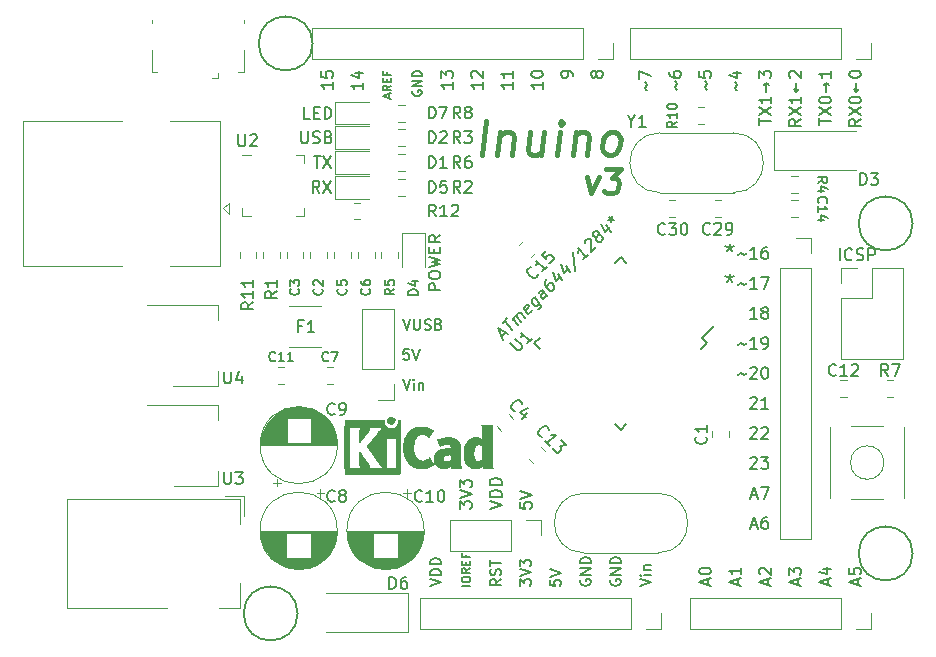
<source format=gbr>
G04 #@! TF.GenerationSoftware,KiCad,Pcbnew,(5.0.1)-3*
G04 #@! TF.CreationDate,2019-02-24T05:11:56+08:00*
G04 #@! TF.ProjectId,InuinoV3,496E75696E6F56332E6B696361645F70,rev?*
G04 #@! TF.SameCoordinates,Original*
G04 #@! TF.FileFunction,Legend,Top*
G04 #@! TF.FilePolarity,Positive*
%FSLAX46Y46*%
G04 Gerber Fmt 4.6, Leading zero omitted, Abs format (unit mm)*
G04 Created by KiCad (PCBNEW (5.0.1)-3) date 2019/2/24 上午 05:11:56*
%MOMM*%
%LPD*%
G01*
G04 APERTURE LIST*
%ADD10C,0.150000*%
%ADD11C,0.400000*%
%ADD12C,0.050000*%
%ADD13C,0.100000*%
%ADD14C,0.010000*%
%ADD15C,0.120000*%
G04 APERTURE END LIST*
D10*
X165267857Y-103492857D02*
X165196428Y-103564285D01*
X165053571Y-103635714D01*
X164767857Y-103492857D01*
X164625000Y-103564285D01*
X164553571Y-103635714D01*
X165267857Y-100942857D02*
X165196428Y-101014285D01*
X165053571Y-101085714D01*
X164767857Y-100942857D01*
X164625000Y-101014285D01*
X164553571Y-101085714D01*
X156832142Y-79542857D02*
X156760714Y-79471428D01*
X156689285Y-79328571D01*
X156832142Y-79042857D01*
X156760714Y-78900000D01*
X156689285Y-78828571D01*
X159382142Y-79492857D02*
X159310714Y-79421428D01*
X159239285Y-79278571D01*
X159382142Y-78992857D01*
X159310714Y-78850000D01*
X159239285Y-78778571D01*
X161907142Y-79492857D02*
X161835714Y-79421428D01*
X161764285Y-79278571D01*
X161907142Y-78992857D01*
X161835714Y-78850000D01*
X161764285Y-78778571D01*
X164457142Y-79542857D02*
X164385714Y-79471428D01*
X164314285Y-79328571D01*
X164457142Y-79042857D01*
X164385714Y-78900000D01*
X164314285Y-78828571D01*
X163839285Y-95078571D02*
X163839285Y-95435714D01*
X163482142Y-95292857D02*
X163839285Y-95435714D01*
X164196428Y-95292857D01*
X163625000Y-95721428D02*
X163839285Y-95435714D01*
X164053571Y-95721428D01*
X164553571Y-96007142D02*
X164625000Y-95935714D01*
X164767857Y-95864285D01*
X165053571Y-96007142D01*
X165196428Y-95935714D01*
X165267857Y-95864285D01*
X163839285Y-92528571D02*
X163839285Y-92885714D01*
X163482142Y-92742857D02*
X163839285Y-92885714D01*
X164196428Y-92742857D01*
X163625000Y-93171428D02*
X163839285Y-92885714D01*
X164053571Y-93171428D01*
X164553571Y-93457142D02*
X164625000Y-93385714D01*
X164767857Y-93314285D01*
X165053571Y-93457142D01*
X165196428Y-93385714D01*
X165267857Y-93314285D01*
X144523672Y-100362029D02*
X144860390Y-100025312D01*
X144633105Y-100656657D02*
X144250089Y-99625460D01*
X145104510Y-100185252D01*
X144620478Y-99255070D02*
X145024539Y-98851009D01*
X145441227Y-99848535D02*
X144822509Y-99053040D01*
X145878960Y-99410802D02*
X145466481Y-98880472D01*
X145525407Y-98956234D02*
X145529616Y-98884681D01*
X145567496Y-98779457D01*
X145668512Y-98678442D01*
X145765318Y-98648979D01*
X145857915Y-98691069D01*
X146182006Y-99107756D01*
X145857915Y-98691069D02*
X145832661Y-98581635D01*
X145870542Y-98476411D01*
X145971557Y-98375396D01*
X146068364Y-98345933D01*
X146160961Y-98388023D01*
X146485052Y-98804711D01*
X147061680Y-98160738D02*
X147023800Y-98265963D01*
X146889113Y-98400650D01*
X146792306Y-98430112D01*
X146699709Y-98388023D01*
X146464007Y-98084977D01*
X146438753Y-97975544D01*
X146476634Y-97870320D01*
X146611321Y-97735633D01*
X146708127Y-97706170D01*
X146800724Y-97748259D01*
X146859650Y-97824021D01*
X146581858Y-98236500D01*
X147318427Y-97028526D02*
X147819295Y-97672498D01*
X147844549Y-97781931D01*
X147840340Y-97853484D01*
X147802459Y-97958708D01*
X147701444Y-98059723D01*
X147604637Y-98089186D01*
X147701444Y-97520975D02*
X147663563Y-97626199D01*
X147528876Y-97760886D01*
X147432070Y-97790349D01*
X147368935Y-97786140D01*
X147276338Y-97744051D01*
X147099561Y-97516766D01*
X147074307Y-97407333D01*
X147078516Y-97335781D01*
X147116397Y-97230556D01*
X147251084Y-97095869D01*
X147347890Y-97066407D01*
X148370670Y-96919093D02*
X148046579Y-96502405D01*
X147953982Y-96460315D01*
X147857175Y-96489778D01*
X147722488Y-96624465D01*
X147684608Y-96729689D01*
X148341207Y-96881212D02*
X148303326Y-96986436D01*
X148134967Y-97154795D01*
X148038161Y-97184258D01*
X147945564Y-97142168D01*
X147886638Y-97066407D01*
X147861384Y-96956973D01*
X147899265Y-96851749D01*
X148067624Y-96683390D01*
X148105505Y-96578166D01*
X148391715Y-95483834D02*
X148257028Y-95618521D01*
X148219147Y-95723745D01*
X148214938Y-95795298D01*
X148235983Y-95976284D01*
X148320162Y-96161478D01*
X148555864Y-96464524D01*
X148648462Y-96506614D01*
X148711596Y-96510823D01*
X148808402Y-96481360D01*
X148943089Y-96346673D01*
X148980970Y-96241449D01*
X148985179Y-96169896D01*
X148959925Y-96060463D01*
X148812611Y-95871059D01*
X148720014Y-95828970D01*
X148656880Y-95824761D01*
X148560073Y-95854223D01*
X148425386Y-95988910D01*
X148387506Y-96094135D01*
X148383297Y-96165687D01*
X148408550Y-96275120D01*
X149271389Y-95075564D02*
X149683868Y-95605894D01*
X148867328Y-94940877D02*
X149140911Y-95677447D01*
X149578644Y-95239714D01*
X149944824Y-94402129D02*
X150357303Y-94932459D01*
X149540763Y-94267442D02*
X149814346Y-95004012D01*
X150252079Y-94566279D01*
X150584587Y-93223618D02*
X150773991Y-94852489D01*
X151838860Y-93450902D02*
X151434799Y-93854963D01*
X151636830Y-93652933D02*
X151018111Y-92857438D01*
X151039156Y-93038423D01*
X151030738Y-93181528D01*
X150992857Y-93286752D01*
X151548441Y-92461794D02*
X151552650Y-92390242D01*
X151590531Y-92285018D01*
X151758890Y-92116659D01*
X151855696Y-92087196D01*
X151918830Y-92091405D01*
X152011428Y-92133495D01*
X152070353Y-92209256D01*
X152125070Y-92356570D01*
X152074562Y-93215200D01*
X152512295Y-92777467D01*
X152562803Y-91918838D02*
X152465996Y-91948300D01*
X152402862Y-91944091D01*
X152310265Y-91902002D01*
X152280802Y-91864121D01*
X152255548Y-91754688D01*
X152259757Y-91683135D01*
X152297638Y-91577911D01*
X152432325Y-91443224D01*
X152529131Y-91413761D01*
X152592266Y-91417970D01*
X152684863Y-91460060D01*
X152714326Y-91497941D01*
X152739579Y-91607374D01*
X152735370Y-91678926D01*
X152697490Y-91784150D01*
X152562803Y-91918838D01*
X152524922Y-92024062D01*
X152520713Y-92095614D01*
X152545967Y-92205047D01*
X152663818Y-92356570D01*
X152756415Y-92398660D01*
X152819550Y-92402869D01*
X152916356Y-92373406D01*
X153051043Y-92238719D01*
X153088924Y-92133495D01*
X153093133Y-92061942D01*
X153067879Y-91952509D01*
X152950028Y-91800986D01*
X152857431Y-91758897D01*
X152794296Y-91754688D01*
X152697490Y-91784150D01*
X153379343Y-90967611D02*
X153791822Y-91497941D01*
X152975282Y-90832924D02*
X153248865Y-91569493D01*
X153686597Y-91131760D01*
X153644508Y-90231041D02*
X153791822Y-90420445D01*
X153564537Y-90513042D02*
X153791822Y-90420445D01*
X153901255Y-90176324D01*
X153808658Y-90672983D02*
X153791822Y-90420445D01*
X154010688Y-90470952D01*
D11*
X151780000Y-86871428D02*
X152089523Y-88204761D01*
X152732380Y-86871428D01*
X153387142Y-86204761D02*
X154625238Y-86204761D01*
X153863333Y-86966666D01*
X154149047Y-86966666D01*
X154327619Y-87061904D01*
X154410952Y-87157142D01*
X154482380Y-87347619D01*
X154422857Y-87823809D01*
X154303809Y-88014285D01*
X154196666Y-88109523D01*
X153994285Y-88204761D01*
X153422857Y-88204761D01*
X153244285Y-88109523D01*
X153160952Y-88014285D01*
X142838333Y-84966666D02*
X143188333Y-82166666D01*
X144405000Y-83100000D02*
X144171666Y-84966666D01*
X144371666Y-83366666D02*
X144521666Y-83233333D01*
X144805000Y-83100000D01*
X145205000Y-83100000D01*
X145455000Y-83233333D01*
X145555000Y-83500000D01*
X145371666Y-84966666D01*
X148138333Y-83100000D02*
X147905000Y-84966666D01*
X146938333Y-83100000D02*
X146755000Y-84566666D01*
X146855000Y-84833333D01*
X147105000Y-84966666D01*
X147505000Y-84966666D01*
X147788333Y-84833333D01*
X147938333Y-84700000D01*
X149238333Y-84966666D02*
X149471666Y-83100000D01*
X149588333Y-82166666D02*
X149438333Y-82300000D01*
X149555000Y-82433333D01*
X149705000Y-82300000D01*
X149588333Y-82166666D01*
X149555000Y-82433333D01*
X150805000Y-83100000D02*
X150571666Y-84966666D01*
X150771666Y-83366666D02*
X150921666Y-83233333D01*
X151205000Y-83100000D01*
X151605000Y-83100000D01*
X151855000Y-83233333D01*
X151955000Y-83500000D01*
X151771666Y-84966666D01*
X153505000Y-84966666D02*
X153255000Y-84833333D01*
X153138333Y-84700000D01*
X153038333Y-84433333D01*
X153138333Y-83633333D01*
X153305000Y-83366666D01*
X153455000Y-83233333D01*
X153738333Y-83100000D01*
X154138333Y-83100000D01*
X154388333Y-83233333D01*
X154505000Y-83366666D01*
X154605000Y-83633333D01*
X154505000Y-84433333D01*
X154338333Y-84700000D01*
X154188333Y-84833333D01*
X153905000Y-84966666D01*
X153505000Y-84966666D01*
D10*
X173148809Y-93924380D02*
X173148809Y-92924380D01*
X174196428Y-93829142D02*
X174148809Y-93876761D01*
X174005952Y-93924380D01*
X173910714Y-93924380D01*
X173767857Y-93876761D01*
X173672619Y-93781523D01*
X173625000Y-93686285D01*
X173577380Y-93495809D01*
X173577380Y-93352952D01*
X173625000Y-93162476D01*
X173672619Y-93067238D01*
X173767857Y-92972000D01*
X173910714Y-92924380D01*
X174005952Y-92924380D01*
X174148809Y-92972000D01*
X174196428Y-93019619D01*
X174577380Y-93876761D02*
X174720238Y-93924380D01*
X174958333Y-93924380D01*
X175053571Y-93876761D01*
X175101190Y-93829142D01*
X175148809Y-93733904D01*
X175148809Y-93638666D01*
X175101190Y-93543428D01*
X175053571Y-93495809D01*
X174958333Y-93448190D01*
X174767857Y-93400571D01*
X174672619Y-93352952D01*
X174625000Y-93305333D01*
X174577380Y-93210095D01*
X174577380Y-93114857D01*
X174625000Y-93019619D01*
X174672619Y-92972000D01*
X174767857Y-92924380D01*
X175005952Y-92924380D01*
X175148809Y-92972000D01*
X175577380Y-93924380D02*
X175577380Y-92924380D01*
X175958333Y-92924380D01*
X176053571Y-92972000D01*
X176101190Y-93019619D01*
X176148809Y-93114857D01*
X176148809Y-93257714D01*
X176101190Y-93352952D01*
X176053571Y-93400571D01*
X175958333Y-93448190D01*
X175577380Y-93448190D01*
X136200214Y-98901742D02*
X136500214Y-99801742D01*
X136800214Y-98901742D01*
X137100214Y-98901742D02*
X137100214Y-99630314D01*
X137143071Y-99716028D01*
X137185928Y-99758885D01*
X137271642Y-99801742D01*
X137443071Y-99801742D01*
X137528785Y-99758885D01*
X137571642Y-99716028D01*
X137614500Y-99630314D01*
X137614500Y-98901742D01*
X138000214Y-99758885D02*
X138128785Y-99801742D01*
X138343071Y-99801742D01*
X138428785Y-99758885D01*
X138471642Y-99716028D01*
X138514500Y-99630314D01*
X138514500Y-99544600D01*
X138471642Y-99458885D01*
X138428785Y-99416028D01*
X138343071Y-99373171D01*
X138171642Y-99330314D01*
X138085928Y-99287457D01*
X138043071Y-99244600D01*
X138000214Y-99158885D01*
X138000214Y-99073171D01*
X138043071Y-98987457D01*
X138085928Y-98944600D01*
X138171642Y-98901742D01*
X138385928Y-98901742D01*
X138514500Y-98944600D01*
X139200214Y-99330314D02*
X139328785Y-99373171D01*
X139371642Y-99416028D01*
X139414500Y-99501742D01*
X139414500Y-99630314D01*
X139371642Y-99716028D01*
X139328785Y-99758885D01*
X139243071Y-99801742D01*
X138900214Y-99801742D01*
X138900214Y-98901742D01*
X139200214Y-98901742D01*
X139285928Y-98944600D01*
X139328785Y-98987457D01*
X139371642Y-99073171D01*
X139371642Y-99158885D01*
X139328785Y-99244600D01*
X139285928Y-99287457D01*
X139200214Y-99330314D01*
X138900214Y-99330314D01*
X136681157Y-101441742D02*
X136252585Y-101441742D01*
X136209728Y-101870314D01*
X136252585Y-101827457D01*
X136338300Y-101784600D01*
X136552585Y-101784600D01*
X136638300Y-101827457D01*
X136681157Y-101870314D01*
X136724014Y-101956028D01*
X136724014Y-102170314D01*
X136681157Y-102256028D01*
X136638300Y-102298885D01*
X136552585Y-102341742D01*
X136338300Y-102341742D01*
X136252585Y-102298885D01*
X136209728Y-102256028D01*
X136981157Y-101441742D02*
X137281157Y-102341742D01*
X137581157Y-101441742D01*
X136200214Y-103977342D02*
X136500214Y-104877342D01*
X136800214Y-103977342D01*
X137100214Y-104877342D02*
X137100214Y-104277342D01*
X137100214Y-103977342D02*
X137057357Y-104020200D01*
X137100214Y-104063057D01*
X137143071Y-104020200D01*
X137100214Y-103977342D01*
X137100214Y-104063057D01*
X137528785Y-104277342D02*
X137528785Y-104877342D01*
X137528785Y-104363057D02*
X137571642Y-104320200D01*
X137657357Y-104277342D01*
X137785928Y-104277342D01*
X137871642Y-104320200D01*
X137914500Y-104405914D01*
X137914500Y-104877342D01*
X139352380Y-96454642D02*
X138352380Y-96454642D01*
X138352380Y-96073690D01*
X138400000Y-95978452D01*
X138447619Y-95930833D01*
X138542857Y-95883214D01*
X138685714Y-95883214D01*
X138780952Y-95930833D01*
X138828571Y-95978452D01*
X138876190Y-96073690D01*
X138876190Y-96454642D01*
X138352380Y-95264166D02*
X138352380Y-95073690D01*
X138400000Y-94978452D01*
X138495238Y-94883214D01*
X138685714Y-94835595D01*
X139019047Y-94835595D01*
X139209523Y-94883214D01*
X139304761Y-94978452D01*
X139352380Y-95073690D01*
X139352380Y-95264166D01*
X139304761Y-95359404D01*
X139209523Y-95454642D01*
X139019047Y-95502261D01*
X138685714Y-95502261D01*
X138495238Y-95454642D01*
X138400000Y-95359404D01*
X138352380Y-95264166D01*
X138352380Y-94502261D02*
X139352380Y-94264166D01*
X138638095Y-94073690D01*
X139352380Y-93883214D01*
X138352380Y-93645119D01*
X138828571Y-93264166D02*
X138828571Y-92930833D01*
X139352380Y-92787976D02*
X139352380Y-93264166D01*
X138352380Y-93264166D01*
X138352380Y-92787976D01*
X139352380Y-91787976D02*
X138876190Y-92121309D01*
X139352380Y-92359404D02*
X138352380Y-92359404D01*
X138352380Y-91978452D01*
X138400000Y-91883214D01*
X138447619Y-91835595D01*
X138542857Y-91787976D01*
X138685714Y-91787976D01*
X138780952Y-91835595D01*
X138828571Y-91883214D01*
X138876190Y-91978452D01*
X138876190Y-92359404D01*
X140981180Y-114948642D02*
X140981180Y-114329595D01*
X141362133Y-114662928D01*
X141362133Y-114520071D01*
X141409752Y-114424833D01*
X141457371Y-114377214D01*
X141552609Y-114329595D01*
X141790704Y-114329595D01*
X141885942Y-114377214D01*
X141933561Y-114424833D01*
X141981180Y-114520071D01*
X141981180Y-114805785D01*
X141933561Y-114901023D01*
X141885942Y-114948642D01*
X140981180Y-114043880D02*
X141981180Y-113710547D01*
X140981180Y-113377214D01*
X140981180Y-113139119D02*
X140981180Y-112520071D01*
X141362133Y-112853404D01*
X141362133Y-112710547D01*
X141409752Y-112615309D01*
X141457371Y-112567690D01*
X141552609Y-112520071D01*
X141790704Y-112520071D01*
X141885942Y-112567690D01*
X141933561Y-112615309D01*
X141981180Y-112710547D01*
X141981180Y-112996261D01*
X141933561Y-113091500D01*
X141885942Y-113139119D01*
X143521180Y-114945461D02*
X144521180Y-114612128D01*
X143521180Y-114278795D01*
X144521180Y-113945461D02*
X143521180Y-113945461D01*
X143521180Y-113707366D01*
X143568800Y-113564509D01*
X143664038Y-113469271D01*
X143759276Y-113421652D01*
X143949752Y-113374033D01*
X144092609Y-113374033D01*
X144283085Y-113421652D01*
X144378323Y-113469271D01*
X144473561Y-113564509D01*
X144521180Y-113707366D01*
X144521180Y-113945461D01*
X144521180Y-112945461D02*
X143521180Y-112945461D01*
X143521180Y-112707366D01*
X143568800Y-112564509D01*
X143664038Y-112469271D01*
X143759276Y-112421652D01*
X143949752Y-112374033D01*
X144092609Y-112374033D01*
X144283085Y-112421652D01*
X144378323Y-112469271D01*
X144473561Y-112564509D01*
X144521180Y-112707366D01*
X144521180Y-112945461D01*
X146061180Y-114428014D02*
X146061180Y-114904204D01*
X146537371Y-114951823D01*
X146489752Y-114904204D01*
X146442133Y-114808966D01*
X146442133Y-114570871D01*
X146489752Y-114475633D01*
X146537371Y-114428014D01*
X146632609Y-114380395D01*
X146870704Y-114380395D01*
X146965942Y-114428014D01*
X147013561Y-114475633D01*
X147061180Y-114570871D01*
X147061180Y-114808966D01*
X147013561Y-114904204D01*
X146965942Y-114951823D01*
X146061180Y-114094680D02*
X147061180Y-113761347D01*
X146061180Y-113428014D01*
X129109642Y-88202380D02*
X128776309Y-87726190D01*
X128538214Y-88202380D02*
X128538214Y-87202380D01*
X128919166Y-87202380D01*
X129014404Y-87250000D01*
X129062023Y-87297619D01*
X129109642Y-87392857D01*
X129109642Y-87535714D01*
X129062023Y-87630952D01*
X129014404Y-87678571D01*
X128919166Y-87726190D01*
X128538214Y-87726190D01*
X129442976Y-87202380D02*
X130109642Y-88202380D01*
X130109642Y-87202380D02*
X129442976Y-88202380D01*
X128633452Y-85102380D02*
X129204880Y-85102380D01*
X128919166Y-86102380D02*
X128919166Y-85102380D01*
X129442976Y-85102380D02*
X130109642Y-86102380D01*
X130109642Y-85102380D02*
X129442976Y-86102380D01*
X127540595Y-83002380D02*
X127540595Y-83811904D01*
X127588214Y-83907142D01*
X127635833Y-83954761D01*
X127731071Y-84002380D01*
X127921547Y-84002380D01*
X128016785Y-83954761D01*
X128064404Y-83907142D01*
X128112023Y-83811904D01*
X128112023Y-83002380D01*
X128540595Y-83954761D02*
X128683452Y-84002380D01*
X128921547Y-84002380D01*
X129016785Y-83954761D01*
X129064404Y-83907142D01*
X129112023Y-83811904D01*
X129112023Y-83716666D01*
X129064404Y-83621428D01*
X129016785Y-83573809D01*
X128921547Y-83526190D01*
X128731071Y-83478571D01*
X128635833Y-83430952D01*
X128588214Y-83383333D01*
X128540595Y-83288095D01*
X128540595Y-83192857D01*
X128588214Y-83097619D01*
X128635833Y-83050000D01*
X128731071Y-83002380D01*
X128969166Y-83002380D01*
X129112023Y-83050000D01*
X129873928Y-83478571D02*
X130016785Y-83526190D01*
X130064404Y-83573809D01*
X130112023Y-83669047D01*
X130112023Y-83811904D01*
X130064404Y-83907142D01*
X130016785Y-83954761D01*
X129921547Y-84002380D01*
X129540595Y-84002380D01*
X129540595Y-83002380D01*
X129873928Y-83002380D01*
X129969166Y-83050000D01*
X130016785Y-83097619D01*
X130064404Y-83192857D01*
X130064404Y-83288095D01*
X130016785Y-83383333D01*
X129969166Y-83430952D01*
X129873928Y-83478571D01*
X129540595Y-83478571D01*
X128302500Y-81952380D02*
X127826309Y-81952380D01*
X127826309Y-80952380D01*
X128635833Y-81428571D02*
X128969166Y-81428571D01*
X129112023Y-81952380D02*
X128635833Y-81952380D01*
X128635833Y-80952380D01*
X129112023Y-80952380D01*
X129540595Y-81952380D02*
X129540595Y-80952380D01*
X129778690Y-80952380D01*
X129921547Y-81000000D01*
X130016785Y-81095238D01*
X130064404Y-81190476D01*
X130112023Y-81380952D01*
X130112023Y-81523809D01*
X130064404Y-81714285D01*
X130016785Y-81809523D01*
X129921547Y-81904761D01*
X129778690Y-81952380D01*
X129540595Y-81952380D01*
X166145642Y-93797380D02*
X165574214Y-93797380D01*
X165859928Y-93797380D02*
X165859928Y-92797380D01*
X165764690Y-92940238D01*
X165669452Y-93035476D01*
X165574214Y-93083095D01*
X167002785Y-92797380D02*
X166812309Y-92797380D01*
X166717071Y-92845000D01*
X166669452Y-92892619D01*
X166574214Y-93035476D01*
X166526595Y-93225952D01*
X166526595Y-93606904D01*
X166574214Y-93702142D01*
X166621833Y-93749761D01*
X166717071Y-93797380D01*
X166907547Y-93797380D01*
X167002785Y-93749761D01*
X167050404Y-93702142D01*
X167098023Y-93606904D01*
X167098023Y-93368809D01*
X167050404Y-93273571D01*
X167002785Y-93225952D01*
X166907547Y-93178333D01*
X166717071Y-93178333D01*
X166621833Y-93225952D01*
X166574214Y-93273571D01*
X166526595Y-93368809D01*
X166145642Y-96337380D02*
X165574214Y-96337380D01*
X165859928Y-96337380D02*
X165859928Y-95337380D01*
X165764690Y-95480238D01*
X165669452Y-95575476D01*
X165574214Y-95623095D01*
X166478976Y-95337380D02*
X167145642Y-95337380D01*
X166717071Y-96337380D01*
X166145642Y-98877380D02*
X165574214Y-98877380D01*
X165859928Y-98877380D02*
X165859928Y-97877380D01*
X165764690Y-98020238D01*
X165669452Y-98115476D01*
X165574214Y-98163095D01*
X166717071Y-98305952D02*
X166621833Y-98258333D01*
X166574214Y-98210714D01*
X166526595Y-98115476D01*
X166526595Y-98067857D01*
X166574214Y-97972619D01*
X166621833Y-97925000D01*
X166717071Y-97877380D01*
X166907547Y-97877380D01*
X167002785Y-97925000D01*
X167050404Y-97972619D01*
X167098023Y-98067857D01*
X167098023Y-98115476D01*
X167050404Y-98210714D01*
X167002785Y-98258333D01*
X166907547Y-98305952D01*
X166717071Y-98305952D01*
X166621833Y-98353571D01*
X166574214Y-98401190D01*
X166526595Y-98496428D01*
X166526595Y-98686904D01*
X166574214Y-98782142D01*
X166621833Y-98829761D01*
X166717071Y-98877380D01*
X166907547Y-98877380D01*
X167002785Y-98829761D01*
X167050404Y-98782142D01*
X167098023Y-98686904D01*
X167098023Y-98496428D01*
X167050404Y-98401190D01*
X167002785Y-98353571D01*
X166907547Y-98305952D01*
X166145642Y-101417380D02*
X165574214Y-101417380D01*
X165859928Y-101417380D02*
X165859928Y-100417380D01*
X165764690Y-100560238D01*
X165669452Y-100655476D01*
X165574214Y-100703095D01*
X166621833Y-101417380D02*
X166812309Y-101417380D01*
X166907547Y-101369761D01*
X166955166Y-101322142D01*
X167050404Y-101179285D01*
X167098023Y-100988809D01*
X167098023Y-100607857D01*
X167050404Y-100512619D01*
X167002785Y-100465000D01*
X166907547Y-100417380D01*
X166717071Y-100417380D01*
X166621833Y-100465000D01*
X166574214Y-100512619D01*
X166526595Y-100607857D01*
X166526595Y-100845952D01*
X166574214Y-100941190D01*
X166621833Y-100988809D01*
X166717071Y-101036428D01*
X166907547Y-101036428D01*
X167002785Y-100988809D01*
X167050404Y-100941190D01*
X167098023Y-100845952D01*
X165574214Y-103052619D02*
X165621833Y-103005000D01*
X165717071Y-102957380D01*
X165955166Y-102957380D01*
X166050404Y-103005000D01*
X166098023Y-103052619D01*
X166145642Y-103147857D01*
X166145642Y-103243095D01*
X166098023Y-103385952D01*
X165526595Y-103957380D01*
X166145642Y-103957380D01*
X166764690Y-102957380D02*
X166859928Y-102957380D01*
X166955166Y-103005000D01*
X167002785Y-103052619D01*
X167050404Y-103147857D01*
X167098023Y-103338333D01*
X167098023Y-103576428D01*
X167050404Y-103766904D01*
X167002785Y-103862142D01*
X166955166Y-103909761D01*
X166859928Y-103957380D01*
X166764690Y-103957380D01*
X166669452Y-103909761D01*
X166621833Y-103862142D01*
X166574214Y-103766904D01*
X166526595Y-103576428D01*
X166526595Y-103338333D01*
X166574214Y-103147857D01*
X166621833Y-103052619D01*
X166669452Y-103005000D01*
X166764690Y-102957380D01*
X165574214Y-105592619D02*
X165621833Y-105545000D01*
X165717071Y-105497380D01*
X165955166Y-105497380D01*
X166050404Y-105545000D01*
X166098023Y-105592619D01*
X166145642Y-105687857D01*
X166145642Y-105783095D01*
X166098023Y-105925952D01*
X165526595Y-106497380D01*
X166145642Y-106497380D01*
X167098023Y-106497380D02*
X166526595Y-106497380D01*
X166812309Y-106497380D02*
X166812309Y-105497380D01*
X166717071Y-105640238D01*
X166621833Y-105735476D01*
X166526595Y-105783095D01*
X165574214Y-108132619D02*
X165621833Y-108085000D01*
X165717071Y-108037380D01*
X165955166Y-108037380D01*
X166050404Y-108085000D01*
X166098023Y-108132619D01*
X166145642Y-108227857D01*
X166145642Y-108323095D01*
X166098023Y-108465952D01*
X165526595Y-109037380D01*
X166145642Y-109037380D01*
X166526595Y-108132619D02*
X166574214Y-108085000D01*
X166669452Y-108037380D01*
X166907547Y-108037380D01*
X167002785Y-108085000D01*
X167050404Y-108132619D01*
X167098023Y-108227857D01*
X167098023Y-108323095D01*
X167050404Y-108465952D01*
X166478976Y-109037380D01*
X167098023Y-109037380D01*
X165669452Y-116371666D02*
X166145642Y-116371666D01*
X165574214Y-116657380D02*
X165907547Y-115657380D01*
X166240880Y-116657380D01*
X167002785Y-115657380D02*
X166812309Y-115657380D01*
X166717071Y-115705000D01*
X166669452Y-115752619D01*
X166574214Y-115895476D01*
X166526595Y-116085952D01*
X166526595Y-116466904D01*
X166574214Y-116562142D01*
X166621833Y-116609761D01*
X166717071Y-116657380D01*
X166907547Y-116657380D01*
X167002785Y-116609761D01*
X167050404Y-116562142D01*
X167098023Y-116466904D01*
X167098023Y-116228809D01*
X167050404Y-116133571D01*
X167002785Y-116085952D01*
X166907547Y-116038333D01*
X166717071Y-116038333D01*
X166621833Y-116085952D01*
X166574214Y-116133571D01*
X166526595Y-116228809D01*
X165669452Y-113831666D02*
X166145642Y-113831666D01*
X165574214Y-114117380D02*
X165907547Y-113117380D01*
X166240880Y-114117380D01*
X166478976Y-113117380D02*
X167145642Y-113117380D01*
X166717071Y-114117380D01*
X165574214Y-110672619D02*
X165621833Y-110625000D01*
X165717071Y-110577380D01*
X165955166Y-110577380D01*
X166050404Y-110625000D01*
X166098023Y-110672619D01*
X166145642Y-110767857D01*
X166145642Y-110863095D01*
X166098023Y-111005952D01*
X165526595Y-111577380D01*
X166145642Y-111577380D01*
X166478976Y-110577380D02*
X167098023Y-110577380D01*
X166764690Y-110958333D01*
X166907547Y-110958333D01*
X167002785Y-111005952D01*
X167050404Y-111053571D01*
X167098023Y-111148809D01*
X167098023Y-111386904D01*
X167050404Y-111482142D01*
X167002785Y-111529761D01*
X166907547Y-111577380D01*
X166621833Y-111577380D01*
X166526595Y-111529761D01*
X166478976Y-111482142D01*
X130246380Y-78837357D02*
X130246380Y-79408785D01*
X130246380Y-79123071D02*
X129246380Y-79123071D01*
X129389238Y-79218309D01*
X129484476Y-79313547D01*
X129532095Y-79408785D01*
X129246380Y-77932595D02*
X129246380Y-78408785D01*
X129722571Y-78456404D01*
X129674952Y-78408785D01*
X129627333Y-78313547D01*
X129627333Y-78075452D01*
X129674952Y-77980214D01*
X129722571Y-77932595D01*
X129817809Y-77884976D01*
X130055904Y-77884976D01*
X130151142Y-77932595D01*
X130198761Y-77980214D01*
X130246380Y-78075452D01*
X130246380Y-78313547D01*
X130198761Y-78408785D01*
X130151142Y-78456404D01*
X132786380Y-78888157D02*
X132786380Y-79459585D01*
X132786380Y-79173871D02*
X131786380Y-79173871D01*
X131929238Y-79269109D01*
X132024476Y-79364347D01*
X132072095Y-79459585D01*
X132119714Y-78031014D02*
X132786380Y-78031014D01*
X131738761Y-78269109D02*
X132453047Y-78507204D01*
X132453047Y-77888157D01*
X137001300Y-79561171D02*
X136963204Y-79637361D01*
X136963204Y-79751647D01*
X137001300Y-79865933D01*
X137077490Y-79942123D01*
X137153680Y-79980219D01*
X137306061Y-80018314D01*
X137420347Y-80018314D01*
X137572728Y-79980219D01*
X137648919Y-79942123D01*
X137725109Y-79865933D01*
X137763204Y-79751647D01*
X137763204Y-79675457D01*
X137725109Y-79561171D01*
X137687014Y-79523076D01*
X137420347Y-79523076D01*
X137420347Y-79675457D01*
X137763204Y-79180219D02*
X136963204Y-79180219D01*
X137763204Y-78723076D01*
X136963204Y-78723076D01*
X137763204Y-78342123D02*
X136963204Y-78342123D01*
X136963204Y-78151647D01*
X137001300Y-78037361D01*
X137077490Y-77961171D01*
X137153680Y-77923076D01*
X137306061Y-77884980D01*
X137420347Y-77884980D01*
X137572728Y-77923076D01*
X137648919Y-77961171D01*
X137725109Y-78037361D01*
X137763204Y-78151647D01*
X137763204Y-78342123D01*
X140406380Y-78837357D02*
X140406380Y-79408785D01*
X140406380Y-79123071D02*
X139406380Y-79123071D01*
X139549238Y-79218309D01*
X139644476Y-79313547D01*
X139692095Y-79408785D01*
X139406380Y-78504023D02*
X139406380Y-77884976D01*
X139787333Y-78218309D01*
X139787333Y-78075452D01*
X139834952Y-77980214D01*
X139882571Y-77932595D01*
X139977809Y-77884976D01*
X140215904Y-77884976D01*
X140311142Y-77932595D01*
X140358761Y-77980214D01*
X140406380Y-78075452D01*
X140406380Y-78361166D01*
X140358761Y-78456404D01*
X140311142Y-78504023D01*
X134990666Y-80170700D02*
X134990666Y-79837366D01*
X135190666Y-80237366D02*
X134490666Y-80004033D01*
X135190666Y-79770700D01*
X135190666Y-79137366D02*
X134857333Y-79370700D01*
X135190666Y-79537366D02*
X134490666Y-79537366D01*
X134490666Y-79270700D01*
X134524000Y-79204033D01*
X134557333Y-79170700D01*
X134624000Y-79137366D01*
X134724000Y-79137366D01*
X134790666Y-79170700D01*
X134824000Y-79204033D01*
X134857333Y-79270700D01*
X134857333Y-79537366D01*
X134824000Y-78837366D02*
X134824000Y-78604033D01*
X135190666Y-78504033D02*
X135190666Y-78837366D01*
X134490666Y-78837366D01*
X134490666Y-78504033D01*
X134824000Y-77970700D02*
X134824000Y-78204033D01*
X135190666Y-78204033D02*
X134490666Y-78204033D01*
X134490666Y-77870700D01*
X142946380Y-78837357D02*
X142946380Y-79408785D01*
X142946380Y-79123071D02*
X141946380Y-79123071D01*
X142089238Y-79218309D01*
X142184476Y-79313547D01*
X142232095Y-79408785D01*
X142041619Y-78456404D02*
X141994000Y-78408785D01*
X141946380Y-78313547D01*
X141946380Y-78075452D01*
X141994000Y-77980214D01*
X142041619Y-77932595D01*
X142136857Y-77884976D01*
X142232095Y-77884976D01*
X142374952Y-77932595D01*
X142946380Y-78504023D01*
X142946380Y-77884976D01*
X148026380Y-78837357D02*
X148026380Y-79408785D01*
X148026380Y-79123071D02*
X147026380Y-79123071D01*
X147169238Y-79218309D01*
X147264476Y-79313547D01*
X147312095Y-79408785D01*
X147026380Y-78218309D02*
X147026380Y-78123071D01*
X147074000Y-78027833D01*
X147121619Y-77980214D01*
X147216857Y-77932595D01*
X147407333Y-77884976D01*
X147645428Y-77884976D01*
X147835904Y-77932595D01*
X147931142Y-77980214D01*
X147978761Y-78027833D01*
X148026380Y-78123071D01*
X148026380Y-78218309D01*
X147978761Y-78313547D01*
X147931142Y-78361166D01*
X147835904Y-78408785D01*
X147645428Y-78456404D01*
X147407333Y-78456404D01*
X147216857Y-78408785D01*
X147121619Y-78361166D01*
X147074000Y-78313547D01*
X147026380Y-78218309D01*
X150566380Y-78361166D02*
X150566380Y-78170690D01*
X150518761Y-78075452D01*
X150471142Y-78027833D01*
X150328285Y-77932595D01*
X150137809Y-77884976D01*
X149756857Y-77884976D01*
X149661619Y-77932595D01*
X149614000Y-77980214D01*
X149566380Y-78075452D01*
X149566380Y-78265928D01*
X149614000Y-78361166D01*
X149661619Y-78408785D01*
X149756857Y-78456404D01*
X149994952Y-78456404D01*
X150090190Y-78408785D01*
X150137809Y-78361166D01*
X150185428Y-78265928D01*
X150185428Y-78075452D01*
X150137809Y-77980214D01*
X150090190Y-77932595D01*
X149994952Y-77884976D01*
X145486380Y-78837357D02*
X145486380Y-79408785D01*
X145486380Y-79123071D02*
X144486380Y-79123071D01*
X144629238Y-79218309D01*
X144724476Y-79313547D01*
X144772095Y-79408785D01*
X145486380Y-77884976D02*
X145486380Y-78456404D01*
X145486380Y-78170690D02*
X144486380Y-78170690D01*
X144629238Y-78265928D01*
X144724476Y-78361166D01*
X144772095Y-78456404D01*
X152534952Y-78265928D02*
X152487333Y-78361166D01*
X152439714Y-78408785D01*
X152344476Y-78456404D01*
X152296857Y-78456404D01*
X152201619Y-78408785D01*
X152154000Y-78361166D01*
X152106380Y-78265928D01*
X152106380Y-78075452D01*
X152154000Y-77980214D01*
X152201619Y-77932595D01*
X152296857Y-77884976D01*
X152344476Y-77884976D01*
X152439714Y-77932595D01*
X152487333Y-77980214D01*
X152534952Y-78075452D01*
X152534952Y-78265928D01*
X152582571Y-78361166D01*
X152630190Y-78408785D01*
X152725428Y-78456404D01*
X152915904Y-78456404D01*
X153011142Y-78408785D01*
X153058761Y-78361166D01*
X153106380Y-78265928D01*
X153106380Y-78075452D01*
X153058761Y-77980214D01*
X153011142Y-77932595D01*
X152915904Y-77884976D01*
X152725428Y-77884976D01*
X152630190Y-77932595D01*
X152582571Y-77980214D01*
X152534952Y-78075452D01*
X156170380Y-78554823D02*
X156170380Y-77888157D01*
X157170380Y-78316728D01*
X158710380Y-77980214D02*
X158710380Y-78170690D01*
X158758000Y-78265928D01*
X158805619Y-78313547D01*
X158948476Y-78408785D01*
X159138952Y-78456404D01*
X159519904Y-78456404D01*
X159615142Y-78408785D01*
X159662761Y-78361166D01*
X159710380Y-78265928D01*
X159710380Y-78075452D01*
X159662761Y-77980214D01*
X159615142Y-77932595D01*
X159519904Y-77884976D01*
X159281809Y-77884976D01*
X159186571Y-77932595D01*
X159138952Y-77980214D01*
X159091333Y-78075452D01*
X159091333Y-78265928D01*
X159138952Y-78361166D01*
X159186571Y-78408785D01*
X159281809Y-78456404D01*
X161250380Y-77932595D02*
X161250380Y-78408785D01*
X161726571Y-78456404D01*
X161678952Y-78408785D01*
X161631333Y-78313547D01*
X161631333Y-78075452D01*
X161678952Y-77980214D01*
X161726571Y-77932595D01*
X161821809Y-77884976D01*
X162059904Y-77884976D01*
X162155142Y-77932595D01*
X162202761Y-77980214D01*
X162250380Y-78075452D01*
X162250380Y-78313547D01*
X162202761Y-78408785D01*
X162155142Y-78456404D01*
X164123714Y-78031014D02*
X164790380Y-78031014D01*
X163742761Y-78269109D02*
X164457047Y-78507204D01*
X164457047Y-77888157D01*
X169870380Y-81980214D02*
X169394190Y-82313547D01*
X169870380Y-82551642D02*
X168870380Y-82551642D01*
X168870380Y-82170690D01*
X168918000Y-82075452D01*
X168965619Y-82027833D01*
X169060857Y-81980214D01*
X169203714Y-81980214D01*
X169298952Y-82027833D01*
X169346571Y-82075452D01*
X169394190Y-82170690D01*
X169394190Y-82551642D01*
X168870380Y-81646880D02*
X169870380Y-80980214D01*
X168870380Y-80980214D02*
X169870380Y-81646880D01*
X169870380Y-80075452D02*
X169870380Y-80646880D01*
X169870380Y-80361166D02*
X168870380Y-80361166D01*
X169013238Y-80456404D01*
X169108476Y-80551642D01*
X169156095Y-80646880D01*
X169489428Y-78884976D02*
X169489428Y-79646880D01*
X169679904Y-79456404D02*
X169489428Y-79646880D01*
X169298952Y-79456404D01*
X168965619Y-78456404D02*
X168918000Y-78408785D01*
X168870380Y-78313547D01*
X168870380Y-78075452D01*
X168918000Y-77980214D01*
X168965619Y-77932595D01*
X169060857Y-77884976D01*
X169156095Y-77884976D01*
X169298952Y-77932595D01*
X169870380Y-78504023D01*
X169870380Y-77884976D01*
X166330380Y-82456404D02*
X166330380Y-81884976D01*
X167330380Y-82170690D02*
X166330380Y-82170690D01*
X166330380Y-81646880D02*
X167330380Y-80980214D01*
X166330380Y-80980214D02*
X167330380Y-81646880D01*
X167330380Y-80075452D02*
X167330380Y-80646880D01*
X167330380Y-80361166D02*
X166330380Y-80361166D01*
X166473238Y-80456404D01*
X166568476Y-80551642D01*
X166616095Y-80646880D01*
X166949428Y-79646880D02*
X166949428Y-78884976D01*
X167139904Y-79075452D02*
X166949428Y-78884976D01*
X166758952Y-79075452D01*
X166330380Y-78504023D02*
X166330380Y-77884976D01*
X166711333Y-78218309D01*
X166711333Y-78075452D01*
X166758952Y-77980214D01*
X166806571Y-77932595D01*
X166901809Y-77884976D01*
X167139904Y-77884976D01*
X167235142Y-77932595D01*
X167282761Y-77980214D01*
X167330380Y-78075452D01*
X167330380Y-78361166D01*
X167282761Y-78456404D01*
X167235142Y-78504023D01*
X171410380Y-82456404D02*
X171410380Y-81884976D01*
X172410380Y-82170690D02*
X171410380Y-82170690D01*
X171410380Y-81646880D02*
X172410380Y-80980214D01*
X171410380Y-80980214D02*
X172410380Y-81646880D01*
X171410380Y-80408785D02*
X171410380Y-80313547D01*
X171458000Y-80218309D01*
X171505619Y-80170690D01*
X171600857Y-80123071D01*
X171791333Y-80075452D01*
X172029428Y-80075452D01*
X172219904Y-80123071D01*
X172315142Y-80170690D01*
X172362761Y-80218309D01*
X172410380Y-80313547D01*
X172410380Y-80408785D01*
X172362761Y-80504023D01*
X172315142Y-80551642D01*
X172219904Y-80599261D01*
X172029428Y-80646880D01*
X171791333Y-80646880D01*
X171600857Y-80599261D01*
X171505619Y-80551642D01*
X171458000Y-80504023D01*
X171410380Y-80408785D01*
X172029428Y-79646880D02*
X172029428Y-78884976D01*
X172219904Y-79075452D02*
X172029428Y-78884976D01*
X171838952Y-79075452D01*
X172410380Y-77884976D02*
X172410380Y-78456404D01*
X172410380Y-78170690D02*
X171410380Y-78170690D01*
X171553238Y-78265928D01*
X171648476Y-78361166D01*
X171696095Y-78456404D01*
X161964666Y-121378023D02*
X161964666Y-120901833D01*
X162250380Y-121473261D02*
X161250380Y-121139928D01*
X162250380Y-120806595D01*
X161250380Y-120282785D02*
X161250380Y-120187547D01*
X161298000Y-120092309D01*
X161345619Y-120044690D01*
X161440857Y-119997071D01*
X161631333Y-119949452D01*
X161869428Y-119949452D01*
X162059904Y-119997071D01*
X162155142Y-120044690D01*
X162202761Y-120092309D01*
X162250380Y-120187547D01*
X162250380Y-120282785D01*
X162202761Y-120378023D01*
X162155142Y-120425642D01*
X162059904Y-120473261D01*
X161869428Y-120520880D01*
X161631333Y-120520880D01*
X161440857Y-120473261D01*
X161345619Y-120425642D01*
X161298000Y-120378023D01*
X161250380Y-120282785D01*
X164504666Y-121378023D02*
X164504666Y-120901833D01*
X164790380Y-121473261D02*
X163790380Y-121139928D01*
X164790380Y-120806595D01*
X164790380Y-119949452D02*
X164790380Y-120520880D01*
X164790380Y-120235166D02*
X163790380Y-120235166D01*
X163933238Y-120330404D01*
X164028476Y-120425642D01*
X164076095Y-120520880D01*
X167044666Y-121378023D02*
X167044666Y-120901833D01*
X167330380Y-121473261D02*
X166330380Y-121139928D01*
X167330380Y-120806595D01*
X166425619Y-120520880D02*
X166378000Y-120473261D01*
X166330380Y-120378023D01*
X166330380Y-120139928D01*
X166378000Y-120044690D01*
X166425619Y-119997071D01*
X166520857Y-119949452D01*
X166616095Y-119949452D01*
X166758952Y-119997071D01*
X167330380Y-120568500D01*
X167330380Y-119949452D01*
X169584666Y-121378023D02*
X169584666Y-120901833D01*
X169870380Y-121473261D02*
X168870380Y-121139928D01*
X169870380Y-120806595D01*
X168870380Y-120568500D02*
X168870380Y-119949452D01*
X169251333Y-120282785D01*
X169251333Y-120139928D01*
X169298952Y-120044690D01*
X169346571Y-119997071D01*
X169441809Y-119949452D01*
X169679904Y-119949452D01*
X169775142Y-119997071D01*
X169822761Y-120044690D01*
X169870380Y-120139928D01*
X169870380Y-120425642D01*
X169822761Y-120520880D01*
X169775142Y-120568500D01*
X172124666Y-121378023D02*
X172124666Y-120901833D01*
X172410380Y-121473261D02*
X171410380Y-121139928D01*
X172410380Y-120806595D01*
X171743714Y-120044690D02*
X172410380Y-120044690D01*
X171362761Y-120282785D02*
X172077047Y-120520880D01*
X172077047Y-119901833D01*
X174664666Y-121378023D02*
X174664666Y-120901833D01*
X174950380Y-121473261D02*
X173950380Y-121139928D01*
X174950380Y-120806595D01*
X173950380Y-119997071D02*
X173950380Y-120473261D01*
X174426571Y-120520880D01*
X174378952Y-120473261D01*
X174331333Y-120378023D01*
X174331333Y-120139928D01*
X174378952Y-120044690D01*
X174426571Y-119997071D01*
X174521809Y-119949452D01*
X174759904Y-119949452D01*
X174855142Y-119997071D01*
X174902761Y-120044690D01*
X174950380Y-120139928D01*
X174950380Y-120378023D01*
X174902761Y-120473261D01*
X174855142Y-120520880D01*
X156275942Y-121470085D02*
X157175942Y-121170085D01*
X156275942Y-120870085D01*
X157175942Y-120570085D02*
X156575942Y-120570085D01*
X156275942Y-120570085D02*
X156318800Y-120612942D01*
X156361657Y-120570085D01*
X156318800Y-120527228D01*
X156275942Y-120570085D01*
X156361657Y-120570085D01*
X156575942Y-120141514D02*
X157175942Y-120141514D01*
X156661657Y-120141514D02*
X156618800Y-120098657D01*
X156575942Y-120012942D01*
X156575942Y-119884371D01*
X156618800Y-119798657D01*
X156704514Y-119755800D01*
X157175942Y-119755800D01*
X153778800Y-120958985D02*
X153735942Y-121044700D01*
X153735942Y-121173271D01*
X153778800Y-121301842D01*
X153864514Y-121387557D01*
X153950228Y-121430414D01*
X154121657Y-121473271D01*
X154250228Y-121473271D01*
X154421657Y-121430414D01*
X154507371Y-121387557D01*
X154593085Y-121301842D01*
X154635942Y-121173271D01*
X154635942Y-121087557D01*
X154593085Y-120958985D01*
X154550228Y-120916128D01*
X154250228Y-120916128D01*
X154250228Y-121087557D01*
X154635942Y-120530414D02*
X153735942Y-120530414D01*
X154635942Y-120016128D01*
X153735942Y-120016128D01*
X154635942Y-119587557D02*
X153735942Y-119587557D01*
X153735942Y-119373271D01*
X153778800Y-119244700D01*
X153864514Y-119158985D01*
X153950228Y-119116128D01*
X154121657Y-119073271D01*
X154250228Y-119073271D01*
X154421657Y-119116128D01*
X154507371Y-119158985D01*
X154593085Y-119244700D01*
X154635942Y-119373271D01*
X154635942Y-119587557D01*
X151238800Y-120958985D02*
X151195942Y-121044700D01*
X151195942Y-121173271D01*
X151238800Y-121301842D01*
X151324514Y-121387557D01*
X151410228Y-121430414D01*
X151581657Y-121473271D01*
X151710228Y-121473271D01*
X151881657Y-121430414D01*
X151967371Y-121387557D01*
X152053085Y-121301842D01*
X152095942Y-121173271D01*
X152095942Y-121087557D01*
X152053085Y-120958985D01*
X152010228Y-120916128D01*
X151710228Y-120916128D01*
X151710228Y-121087557D01*
X152095942Y-120530414D02*
X151195942Y-120530414D01*
X152095942Y-120016128D01*
X151195942Y-120016128D01*
X152095942Y-119587557D02*
X151195942Y-119587557D01*
X151195942Y-119373271D01*
X151238800Y-119244700D01*
X151324514Y-119158985D01*
X151410228Y-119116128D01*
X151581657Y-119073271D01*
X151710228Y-119073271D01*
X151881657Y-119116128D01*
X151967371Y-119158985D01*
X152053085Y-119244700D01*
X152095942Y-119373271D01*
X152095942Y-119587557D01*
X148655942Y-121001842D02*
X148655942Y-121430414D01*
X149084514Y-121473271D01*
X149041657Y-121430414D01*
X148998800Y-121344700D01*
X148998800Y-121130414D01*
X149041657Y-121044700D01*
X149084514Y-121001842D01*
X149170228Y-120958985D01*
X149384514Y-120958985D01*
X149470228Y-121001842D01*
X149513085Y-121044700D01*
X149555942Y-121130414D01*
X149555942Y-121344700D01*
X149513085Y-121430414D01*
X149470228Y-121473271D01*
X148655942Y-120701842D02*
X149555942Y-120401842D01*
X148655942Y-120101842D01*
X146115942Y-121470408D02*
X146115942Y-120913265D01*
X146458800Y-121213265D01*
X146458800Y-121084694D01*
X146501657Y-120998980D01*
X146544514Y-120956122D01*
X146630228Y-120913265D01*
X146844514Y-120913265D01*
X146930228Y-120956122D01*
X146973085Y-120998980D01*
X147015942Y-121084694D01*
X147015942Y-121341837D01*
X146973085Y-121427551D01*
X146930228Y-121470408D01*
X146115942Y-120656122D02*
X147015942Y-120356122D01*
X146115942Y-120056122D01*
X146115942Y-119841837D02*
X146115942Y-119284694D01*
X146458800Y-119584694D01*
X146458800Y-119456122D01*
X146501657Y-119370408D01*
X146544514Y-119327551D01*
X146630228Y-119284694D01*
X146844514Y-119284694D01*
X146930228Y-119327551D01*
X146973085Y-119370408D01*
X147015942Y-119456122D01*
X147015942Y-119713265D01*
X146973085Y-119798980D01*
X146930228Y-119841837D01*
X144475942Y-120916128D02*
X144047371Y-121216128D01*
X144475942Y-121430414D02*
X143575942Y-121430414D01*
X143575942Y-121087557D01*
X143618800Y-121001842D01*
X143661657Y-120958985D01*
X143747371Y-120916128D01*
X143875942Y-120916128D01*
X143961657Y-120958985D01*
X144004514Y-121001842D01*
X144047371Y-121087557D01*
X144047371Y-121430414D01*
X144433085Y-120573271D02*
X144475942Y-120444700D01*
X144475942Y-120230414D01*
X144433085Y-120144700D01*
X144390228Y-120101842D01*
X144304514Y-120058985D01*
X144218800Y-120058985D01*
X144133085Y-120101842D01*
X144090228Y-120144700D01*
X144047371Y-120230414D01*
X144004514Y-120401842D01*
X143961657Y-120487557D01*
X143918800Y-120530414D01*
X143833085Y-120573271D01*
X143747371Y-120573271D01*
X143661657Y-120530414D01*
X143618800Y-120487557D01*
X143575942Y-120401842D01*
X143575942Y-120187557D01*
X143618800Y-120058985D01*
X143575942Y-119801842D02*
X143575942Y-119287557D01*
X144475942Y-119544700D02*
X143575942Y-119544700D01*
X138495942Y-121470085D02*
X139395942Y-121170085D01*
X138495942Y-120870085D01*
X139395942Y-120570085D02*
X138495942Y-120570085D01*
X138495942Y-120355800D01*
X138538800Y-120227228D01*
X138624514Y-120141514D01*
X138710228Y-120098657D01*
X138881657Y-120055800D01*
X139010228Y-120055800D01*
X139181657Y-120098657D01*
X139267371Y-120141514D01*
X139353085Y-120227228D01*
X139395942Y-120355800D01*
X139395942Y-120570085D01*
X139395942Y-119670085D02*
X138495942Y-119670085D01*
X138495942Y-119455800D01*
X138538800Y-119327228D01*
X138624514Y-119241514D01*
X138710228Y-119198657D01*
X138881657Y-119155800D01*
X139010228Y-119155800D01*
X139181657Y-119198657D01*
X139267371Y-119241514D01*
X139353085Y-119327228D01*
X139395942Y-119455800D01*
X139395942Y-119670085D01*
X141845466Y-121478033D02*
X141145466Y-121478033D01*
X141145466Y-121011366D02*
X141145466Y-120878033D01*
X141178800Y-120811366D01*
X141245466Y-120744700D01*
X141378800Y-120711366D01*
X141612133Y-120711366D01*
X141745466Y-120744700D01*
X141812133Y-120811366D01*
X141845466Y-120878033D01*
X141845466Y-121011366D01*
X141812133Y-121078033D01*
X141745466Y-121144700D01*
X141612133Y-121178033D01*
X141378800Y-121178033D01*
X141245466Y-121144700D01*
X141178800Y-121078033D01*
X141145466Y-121011366D01*
X141845466Y-120011366D02*
X141512133Y-120244700D01*
X141845466Y-120411366D02*
X141145466Y-120411366D01*
X141145466Y-120144700D01*
X141178800Y-120078033D01*
X141212133Y-120044700D01*
X141278800Y-120011366D01*
X141378800Y-120011366D01*
X141445466Y-120044700D01*
X141478800Y-120078033D01*
X141512133Y-120144700D01*
X141512133Y-120411366D01*
X141478800Y-119711366D02*
X141478800Y-119478033D01*
X141845466Y-119378033D02*
X141845466Y-119711366D01*
X141145466Y-119711366D01*
X141145466Y-119378033D01*
X141478800Y-118844700D02*
X141478800Y-119078033D01*
X141845466Y-119078033D02*
X141145466Y-119078033D01*
X141145466Y-118744700D01*
X174950380Y-81980214D02*
X174474190Y-82313547D01*
X174950380Y-82551642D02*
X173950380Y-82551642D01*
X173950380Y-82170690D01*
X173998000Y-82075452D01*
X174045619Y-82027833D01*
X174140857Y-81980214D01*
X174283714Y-81980214D01*
X174378952Y-82027833D01*
X174426571Y-82075452D01*
X174474190Y-82170690D01*
X174474190Y-82551642D01*
X173950380Y-81646880D02*
X174950380Y-80980214D01*
X173950380Y-80980214D02*
X174950380Y-81646880D01*
X173950380Y-80408785D02*
X173950380Y-80313547D01*
X173998000Y-80218309D01*
X174045619Y-80170690D01*
X174140857Y-80123071D01*
X174331333Y-80075452D01*
X174569428Y-80075452D01*
X174759904Y-80123071D01*
X174855142Y-80170690D01*
X174902761Y-80218309D01*
X174950380Y-80313547D01*
X174950380Y-80408785D01*
X174902761Y-80504023D01*
X174855142Y-80551642D01*
X174759904Y-80599261D01*
X174569428Y-80646880D01*
X174331333Y-80646880D01*
X174140857Y-80599261D01*
X174045619Y-80551642D01*
X173998000Y-80504023D01*
X173950380Y-80408785D01*
X174569428Y-78884976D02*
X174569428Y-79646880D01*
X174759904Y-79456404D02*
X174569428Y-79646880D01*
X174378952Y-79456404D01*
X173950380Y-78218309D02*
X173950380Y-78123071D01*
X173998000Y-78027833D01*
X174045619Y-77980214D01*
X174140857Y-77932595D01*
X174331333Y-77884976D01*
X174569428Y-77884976D01*
X174759904Y-77932595D01*
X174855142Y-77980214D01*
X174902761Y-78027833D01*
X174950380Y-78123071D01*
X174950380Y-78218309D01*
X174902761Y-78313547D01*
X174855142Y-78361166D01*
X174759904Y-78408785D01*
X174569428Y-78456404D01*
X174331333Y-78456404D01*
X174140857Y-78408785D01*
X174045619Y-78361166D01*
X173998000Y-78313547D01*
X173950380Y-78218309D01*
D12*
G04 #@! TO.C,REF\002A\002A*
G36*
X135163200Y-107205200D02*
X135379100Y-107294100D01*
X135468000Y-107471900D01*
X135366400Y-107738600D01*
X135150500Y-107802100D01*
X134947300Y-107725900D01*
X134858400Y-107510000D01*
X134896500Y-107319500D01*
X135163200Y-107205200D01*
G37*
X135163200Y-107205200D02*
X135379100Y-107294100D01*
X135468000Y-107471900D01*
X135366400Y-107738600D01*
X135150500Y-107802100D01*
X134947300Y-107725900D01*
X134858400Y-107510000D01*
X134896500Y-107319500D01*
X135163200Y-107205200D01*
D13*
X135469057Y-107510000D02*
G75*
G03X135469057Y-107510000I-305857J0D01*
G01*
D14*
G36*
X143686507Y-109522245D02*
X143686526Y-109756662D01*
X143686552Y-109969603D01*
X143686625Y-110162168D01*
X143686782Y-110335459D01*
X143687064Y-110490576D01*
X143687509Y-110628620D01*
X143688156Y-110750692D01*
X143689045Y-110857894D01*
X143690213Y-110951326D01*
X143691701Y-111032090D01*
X143693546Y-111101286D01*
X143695789Y-111160015D01*
X143698469Y-111209379D01*
X143701623Y-111250478D01*
X143705292Y-111284413D01*
X143709513Y-111312286D01*
X143714327Y-111335198D01*
X143719773Y-111354249D01*
X143725888Y-111370540D01*
X143732712Y-111385173D01*
X143740285Y-111399249D01*
X143748645Y-111413868D01*
X143753839Y-111422974D01*
X143788104Y-111483689D01*
X142929955Y-111483689D01*
X142929955Y-111387733D01*
X142929224Y-111344370D01*
X142927272Y-111311205D01*
X142924463Y-111293424D01*
X142923221Y-111291778D01*
X142911799Y-111298662D01*
X142889084Y-111316505D01*
X142866385Y-111335879D01*
X142811800Y-111376614D01*
X142742321Y-111417617D01*
X142665270Y-111455123D01*
X142587965Y-111485364D01*
X142557113Y-111495012D01*
X142488616Y-111509578D01*
X142405764Y-111519539D01*
X142316371Y-111524583D01*
X142228248Y-111524396D01*
X142149207Y-111518666D01*
X142111511Y-111512858D01*
X141973414Y-111474797D01*
X141846113Y-111417073D01*
X141730292Y-111340211D01*
X141626637Y-111244739D01*
X141535833Y-111131179D01*
X141469031Y-111020381D01*
X141414164Y-110903625D01*
X141372163Y-110784276D01*
X141342167Y-110658283D01*
X141323311Y-110521594D01*
X141314732Y-110370158D01*
X141314006Y-110292711D01*
X141316100Y-110235934D01*
X142145217Y-110235934D01*
X142145424Y-110329002D01*
X142148337Y-110416692D01*
X142154000Y-110493772D01*
X142162455Y-110555009D01*
X142165038Y-110567350D01*
X142196840Y-110674633D01*
X142238498Y-110761658D01*
X142290363Y-110828642D01*
X142352781Y-110875805D01*
X142426100Y-110903365D01*
X142510669Y-110911541D01*
X142606835Y-110900551D01*
X142670311Y-110884829D01*
X142719454Y-110866639D01*
X142773583Y-110840791D01*
X142814244Y-110817089D01*
X142884800Y-110770721D01*
X142884800Y-109620530D01*
X142817392Y-109576962D01*
X142738867Y-109536040D01*
X142654681Y-109509389D01*
X142569557Y-109497465D01*
X142488216Y-109500722D01*
X142415380Y-109519615D01*
X142383426Y-109535184D01*
X142325501Y-109578181D01*
X142276544Y-109634953D01*
X142235390Y-109707575D01*
X142200874Y-109798121D01*
X142171833Y-109908666D01*
X142170552Y-109914533D01*
X142160381Y-109976788D01*
X142152739Y-110054594D01*
X142147670Y-110142720D01*
X142145217Y-110235934D01*
X141316100Y-110235934D01*
X141321857Y-110079895D01*
X141343802Y-109884059D01*
X141379786Y-109705332D01*
X141429759Y-109543845D01*
X141493668Y-109399726D01*
X141571462Y-109273106D01*
X141663089Y-109164115D01*
X141768497Y-109072883D01*
X141813662Y-109041932D01*
X141914611Y-108985785D01*
X142017901Y-108946174D01*
X142127989Y-108922014D01*
X142249330Y-108912219D01*
X142341836Y-108913265D01*
X142471490Y-108924231D01*
X142584084Y-108946046D01*
X142682875Y-108979714D01*
X142771121Y-109026236D01*
X142819986Y-109060448D01*
X142849353Y-109082362D01*
X142871043Y-109097333D01*
X142879253Y-109101733D01*
X142880868Y-109090904D01*
X142882159Y-109060251D01*
X142883138Y-109012526D01*
X142883817Y-108950479D01*
X142884210Y-108876862D01*
X142884330Y-108794427D01*
X142884188Y-108705925D01*
X142883797Y-108614107D01*
X142883171Y-108521724D01*
X142882320Y-108431528D01*
X142881260Y-108346271D01*
X142880001Y-108268703D01*
X142878556Y-108201576D01*
X142876938Y-108147641D01*
X142875161Y-108109650D01*
X142874669Y-108102667D01*
X142867092Y-108032251D01*
X142855531Y-107977102D01*
X142837792Y-107929981D01*
X142811682Y-107883647D01*
X142805415Y-107874067D01*
X142780983Y-107837378D01*
X143686311Y-107837378D01*
X143686507Y-109522245D01*
X143686507Y-109522245D01*
G37*
X143686507Y-109522245D02*
X143686526Y-109756662D01*
X143686552Y-109969603D01*
X143686625Y-110162168D01*
X143686782Y-110335459D01*
X143687064Y-110490576D01*
X143687509Y-110628620D01*
X143688156Y-110750692D01*
X143689045Y-110857894D01*
X143690213Y-110951326D01*
X143691701Y-111032090D01*
X143693546Y-111101286D01*
X143695789Y-111160015D01*
X143698469Y-111209379D01*
X143701623Y-111250478D01*
X143705292Y-111284413D01*
X143709513Y-111312286D01*
X143714327Y-111335198D01*
X143719773Y-111354249D01*
X143725888Y-111370540D01*
X143732712Y-111385173D01*
X143740285Y-111399249D01*
X143748645Y-111413868D01*
X143753839Y-111422974D01*
X143788104Y-111483689D01*
X142929955Y-111483689D01*
X142929955Y-111387733D01*
X142929224Y-111344370D01*
X142927272Y-111311205D01*
X142924463Y-111293424D01*
X142923221Y-111291778D01*
X142911799Y-111298662D01*
X142889084Y-111316505D01*
X142866385Y-111335879D01*
X142811800Y-111376614D01*
X142742321Y-111417617D01*
X142665270Y-111455123D01*
X142587965Y-111485364D01*
X142557113Y-111495012D01*
X142488616Y-111509578D01*
X142405764Y-111519539D01*
X142316371Y-111524583D01*
X142228248Y-111524396D01*
X142149207Y-111518666D01*
X142111511Y-111512858D01*
X141973414Y-111474797D01*
X141846113Y-111417073D01*
X141730292Y-111340211D01*
X141626637Y-111244739D01*
X141535833Y-111131179D01*
X141469031Y-111020381D01*
X141414164Y-110903625D01*
X141372163Y-110784276D01*
X141342167Y-110658283D01*
X141323311Y-110521594D01*
X141314732Y-110370158D01*
X141314006Y-110292711D01*
X141316100Y-110235934D01*
X142145217Y-110235934D01*
X142145424Y-110329002D01*
X142148337Y-110416692D01*
X142154000Y-110493772D01*
X142162455Y-110555009D01*
X142165038Y-110567350D01*
X142196840Y-110674633D01*
X142238498Y-110761658D01*
X142290363Y-110828642D01*
X142352781Y-110875805D01*
X142426100Y-110903365D01*
X142510669Y-110911541D01*
X142606835Y-110900551D01*
X142670311Y-110884829D01*
X142719454Y-110866639D01*
X142773583Y-110840791D01*
X142814244Y-110817089D01*
X142884800Y-110770721D01*
X142884800Y-109620530D01*
X142817392Y-109576962D01*
X142738867Y-109536040D01*
X142654681Y-109509389D01*
X142569557Y-109497465D01*
X142488216Y-109500722D01*
X142415380Y-109519615D01*
X142383426Y-109535184D01*
X142325501Y-109578181D01*
X142276544Y-109634953D01*
X142235390Y-109707575D01*
X142200874Y-109798121D01*
X142171833Y-109908666D01*
X142170552Y-109914533D01*
X142160381Y-109976788D01*
X142152739Y-110054594D01*
X142147670Y-110142720D01*
X142145217Y-110235934D01*
X141316100Y-110235934D01*
X141321857Y-110079895D01*
X141343802Y-109884059D01*
X141379786Y-109705332D01*
X141429759Y-109543845D01*
X141493668Y-109399726D01*
X141571462Y-109273106D01*
X141663089Y-109164115D01*
X141768497Y-109072883D01*
X141813662Y-109041932D01*
X141914611Y-108985785D01*
X142017901Y-108946174D01*
X142127989Y-108922014D01*
X142249330Y-108912219D01*
X142341836Y-108913265D01*
X142471490Y-108924231D01*
X142584084Y-108946046D01*
X142682875Y-108979714D01*
X142771121Y-109026236D01*
X142819986Y-109060448D01*
X142849353Y-109082362D01*
X142871043Y-109097333D01*
X142879253Y-109101733D01*
X142880868Y-109090904D01*
X142882159Y-109060251D01*
X142883138Y-109012526D01*
X142883817Y-108950479D01*
X142884210Y-108876862D01*
X142884330Y-108794427D01*
X142884188Y-108705925D01*
X142883797Y-108614107D01*
X142883171Y-108521724D01*
X142882320Y-108431528D01*
X142881260Y-108346271D01*
X142880001Y-108268703D01*
X142878556Y-108201576D01*
X142876938Y-108147641D01*
X142875161Y-108109650D01*
X142874669Y-108102667D01*
X142867092Y-108032251D01*
X142855531Y-107977102D01*
X142837792Y-107929981D01*
X142811682Y-107883647D01*
X142805415Y-107874067D01*
X142780983Y-107837378D01*
X143686311Y-107837378D01*
X143686507Y-109522245D01*
G36*
X140173574Y-108916552D02*
X140325492Y-108936567D01*
X140460756Y-108970202D01*
X140580239Y-109017725D01*
X140684815Y-109079405D01*
X140762424Y-109142965D01*
X140831265Y-109217099D01*
X140885006Y-109296871D01*
X140927910Y-109389091D01*
X140943384Y-109432161D01*
X140956244Y-109471142D01*
X140967446Y-109507289D01*
X140977120Y-109542434D01*
X140985396Y-109578410D01*
X140992403Y-109617050D01*
X140998272Y-109660185D01*
X141003131Y-109709649D01*
X141007110Y-109767273D01*
X141010340Y-109834891D01*
X141012949Y-109914334D01*
X141015067Y-110007436D01*
X141016824Y-110116027D01*
X141018349Y-110241942D01*
X141019772Y-110387012D01*
X141021025Y-110529778D01*
X141022351Y-110685968D01*
X141023556Y-110821239D01*
X141024766Y-110937246D01*
X141026106Y-111035645D01*
X141027700Y-111118093D01*
X141029675Y-111186246D01*
X141032156Y-111241760D01*
X141035269Y-111286292D01*
X141039138Y-111321498D01*
X141043889Y-111349034D01*
X141049648Y-111370556D01*
X141056539Y-111387722D01*
X141064689Y-111402186D01*
X141074223Y-111415606D01*
X141085266Y-111429638D01*
X141089566Y-111435071D01*
X141105386Y-111457910D01*
X141112422Y-111473463D01*
X141112444Y-111473922D01*
X141101567Y-111476121D01*
X141070582Y-111478147D01*
X141021957Y-111479942D01*
X140958163Y-111481451D01*
X140881669Y-111482616D01*
X140794944Y-111483380D01*
X140700457Y-111483686D01*
X140689550Y-111483689D01*
X140266657Y-111483689D01*
X140263395Y-111387622D01*
X140260133Y-111291556D01*
X140198044Y-111342543D01*
X140100714Y-111410057D01*
X139990813Y-111464749D01*
X139904349Y-111494978D01*
X139835278Y-111509666D01*
X139751925Y-111519659D01*
X139662159Y-111524646D01*
X139573845Y-111524313D01*
X139494851Y-111518351D01*
X139458622Y-111512638D01*
X139318603Y-111474776D01*
X139192178Y-111419932D01*
X139080260Y-111348924D01*
X138983762Y-111262568D01*
X138903600Y-111161679D01*
X138840687Y-111047076D01*
X138796312Y-110920984D01*
X138783978Y-110864401D01*
X138776368Y-110802202D01*
X138772739Y-110727363D01*
X138772245Y-110693467D01*
X138772310Y-110690282D01*
X139532248Y-110690282D01*
X139541541Y-110765333D01*
X139569728Y-110829160D01*
X139618197Y-110884798D01*
X139623254Y-110889211D01*
X139671548Y-110924037D01*
X139723257Y-110946620D01*
X139783989Y-110958540D01*
X139859352Y-110961383D01*
X139877459Y-110960978D01*
X139931278Y-110958325D01*
X139971308Y-110952909D01*
X140006324Y-110942745D01*
X140045103Y-110925850D01*
X140055745Y-110920672D01*
X140116396Y-110884844D01*
X140163215Y-110842212D01*
X140175952Y-110826973D01*
X140220622Y-110770462D01*
X140220622Y-110574586D01*
X140220086Y-110495939D01*
X140218396Y-110437988D01*
X140215428Y-110398875D01*
X140211057Y-110376741D01*
X140206972Y-110370274D01*
X140191047Y-110367111D01*
X140157264Y-110364488D01*
X140110340Y-110362655D01*
X140054993Y-110361857D01*
X140046106Y-110361842D01*
X139925330Y-110367096D01*
X139822660Y-110383263D01*
X139736106Y-110410961D01*
X139663681Y-110450808D01*
X139608751Y-110497758D01*
X139564204Y-110555645D01*
X139539480Y-110618693D01*
X139532248Y-110690282D01*
X138772310Y-110690282D01*
X138774178Y-110599712D01*
X138782522Y-110520812D01*
X138798768Y-110449590D01*
X138824405Y-110378864D01*
X138848401Y-110326493D01*
X138907020Y-110231196D01*
X138985117Y-110143170D01*
X139080315Y-110064017D01*
X139190238Y-109995340D01*
X139312510Y-109938741D01*
X139444755Y-109895821D01*
X139509422Y-109880882D01*
X139645604Y-109858777D01*
X139794049Y-109844194D01*
X139945505Y-109837813D01*
X140072064Y-109839445D01*
X140233950Y-109846224D01*
X140226530Y-109787245D01*
X140207238Y-109688092D01*
X140176104Y-109607372D01*
X140132269Y-109544466D01*
X140074871Y-109498756D01*
X140003048Y-109469622D01*
X139915941Y-109456447D01*
X139812686Y-109458611D01*
X139774711Y-109462612D01*
X139633520Y-109487780D01*
X139496707Y-109528814D01*
X139402178Y-109566815D01*
X139357018Y-109586190D01*
X139318585Y-109601760D01*
X139292234Y-109611405D01*
X139284546Y-109613452D01*
X139274802Y-109604374D01*
X139258083Y-109575405D01*
X139234232Y-109526217D01*
X139203093Y-109456484D01*
X139164507Y-109365879D01*
X139157910Y-109350089D01*
X139127853Y-109277772D01*
X139100874Y-109212425D01*
X139078136Y-109156906D01*
X139060806Y-109114072D01*
X139050048Y-109086781D01*
X139046941Y-109077942D01*
X139056940Y-109073187D01*
X139083217Y-109067910D01*
X139111489Y-109064231D01*
X139141646Y-109059474D01*
X139189433Y-109050028D01*
X139250612Y-109036820D01*
X139320946Y-109020776D01*
X139396194Y-109002820D01*
X139424755Y-108995797D01*
X139529816Y-108970209D01*
X139617480Y-108950147D01*
X139692068Y-108934969D01*
X139757903Y-108924035D01*
X139819307Y-108916704D01*
X139880602Y-108912335D01*
X139946110Y-108910287D01*
X140004128Y-108909889D01*
X140173574Y-108916552D01*
X140173574Y-108916552D01*
G37*
X140173574Y-108916552D02*
X140325492Y-108936567D01*
X140460756Y-108970202D01*
X140580239Y-109017725D01*
X140684815Y-109079405D01*
X140762424Y-109142965D01*
X140831265Y-109217099D01*
X140885006Y-109296871D01*
X140927910Y-109389091D01*
X140943384Y-109432161D01*
X140956244Y-109471142D01*
X140967446Y-109507289D01*
X140977120Y-109542434D01*
X140985396Y-109578410D01*
X140992403Y-109617050D01*
X140998272Y-109660185D01*
X141003131Y-109709649D01*
X141007110Y-109767273D01*
X141010340Y-109834891D01*
X141012949Y-109914334D01*
X141015067Y-110007436D01*
X141016824Y-110116027D01*
X141018349Y-110241942D01*
X141019772Y-110387012D01*
X141021025Y-110529778D01*
X141022351Y-110685968D01*
X141023556Y-110821239D01*
X141024766Y-110937246D01*
X141026106Y-111035645D01*
X141027700Y-111118093D01*
X141029675Y-111186246D01*
X141032156Y-111241760D01*
X141035269Y-111286292D01*
X141039138Y-111321498D01*
X141043889Y-111349034D01*
X141049648Y-111370556D01*
X141056539Y-111387722D01*
X141064689Y-111402186D01*
X141074223Y-111415606D01*
X141085266Y-111429638D01*
X141089566Y-111435071D01*
X141105386Y-111457910D01*
X141112422Y-111473463D01*
X141112444Y-111473922D01*
X141101567Y-111476121D01*
X141070582Y-111478147D01*
X141021957Y-111479942D01*
X140958163Y-111481451D01*
X140881669Y-111482616D01*
X140794944Y-111483380D01*
X140700457Y-111483686D01*
X140689550Y-111483689D01*
X140266657Y-111483689D01*
X140263395Y-111387622D01*
X140260133Y-111291556D01*
X140198044Y-111342543D01*
X140100714Y-111410057D01*
X139990813Y-111464749D01*
X139904349Y-111494978D01*
X139835278Y-111509666D01*
X139751925Y-111519659D01*
X139662159Y-111524646D01*
X139573845Y-111524313D01*
X139494851Y-111518351D01*
X139458622Y-111512638D01*
X139318603Y-111474776D01*
X139192178Y-111419932D01*
X139080260Y-111348924D01*
X138983762Y-111262568D01*
X138903600Y-111161679D01*
X138840687Y-111047076D01*
X138796312Y-110920984D01*
X138783978Y-110864401D01*
X138776368Y-110802202D01*
X138772739Y-110727363D01*
X138772245Y-110693467D01*
X138772310Y-110690282D01*
X139532248Y-110690282D01*
X139541541Y-110765333D01*
X139569728Y-110829160D01*
X139618197Y-110884798D01*
X139623254Y-110889211D01*
X139671548Y-110924037D01*
X139723257Y-110946620D01*
X139783989Y-110958540D01*
X139859352Y-110961383D01*
X139877459Y-110960978D01*
X139931278Y-110958325D01*
X139971308Y-110952909D01*
X140006324Y-110942745D01*
X140045103Y-110925850D01*
X140055745Y-110920672D01*
X140116396Y-110884844D01*
X140163215Y-110842212D01*
X140175952Y-110826973D01*
X140220622Y-110770462D01*
X140220622Y-110574586D01*
X140220086Y-110495939D01*
X140218396Y-110437988D01*
X140215428Y-110398875D01*
X140211057Y-110376741D01*
X140206972Y-110370274D01*
X140191047Y-110367111D01*
X140157264Y-110364488D01*
X140110340Y-110362655D01*
X140054993Y-110361857D01*
X140046106Y-110361842D01*
X139925330Y-110367096D01*
X139822660Y-110383263D01*
X139736106Y-110410961D01*
X139663681Y-110450808D01*
X139608751Y-110497758D01*
X139564204Y-110555645D01*
X139539480Y-110618693D01*
X139532248Y-110690282D01*
X138772310Y-110690282D01*
X138774178Y-110599712D01*
X138782522Y-110520812D01*
X138798768Y-110449590D01*
X138824405Y-110378864D01*
X138848401Y-110326493D01*
X138907020Y-110231196D01*
X138985117Y-110143170D01*
X139080315Y-110064017D01*
X139190238Y-109995340D01*
X139312510Y-109938741D01*
X139444755Y-109895821D01*
X139509422Y-109880882D01*
X139645604Y-109858777D01*
X139794049Y-109844194D01*
X139945505Y-109837813D01*
X140072064Y-109839445D01*
X140233950Y-109846224D01*
X140226530Y-109787245D01*
X140207238Y-109688092D01*
X140176104Y-109607372D01*
X140132269Y-109544466D01*
X140074871Y-109498756D01*
X140003048Y-109469622D01*
X139915941Y-109456447D01*
X139812686Y-109458611D01*
X139774711Y-109462612D01*
X139633520Y-109487780D01*
X139496707Y-109528814D01*
X139402178Y-109566815D01*
X139357018Y-109586190D01*
X139318585Y-109601760D01*
X139292234Y-109611405D01*
X139284546Y-109613452D01*
X139274802Y-109604374D01*
X139258083Y-109575405D01*
X139234232Y-109526217D01*
X139203093Y-109456484D01*
X139164507Y-109365879D01*
X139157910Y-109350089D01*
X139127853Y-109277772D01*
X139100874Y-109212425D01*
X139078136Y-109156906D01*
X139060806Y-109114072D01*
X139050048Y-109086781D01*
X139046941Y-109077942D01*
X139056940Y-109073187D01*
X139083217Y-109067910D01*
X139111489Y-109064231D01*
X139141646Y-109059474D01*
X139189433Y-109050028D01*
X139250612Y-109036820D01*
X139320946Y-109020776D01*
X139396194Y-109002820D01*
X139424755Y-108995797D01*
X139529816Y-108970209D01*
X139617480Y-108950147D01*
X139692068Y-108934969D01*
X139757903Y-108924035D01*
X139819307Y-108916704D01*
X139880602Y-108912335D01*
X139946110Y-108910287D01*
X140004128Y-108909889D01*
X140173574Y-108916552D01*
G36*
X137828429Y-107999071D02*
X137988570Y-108020245D01*
X138152510Y-108060385D01*
X138322313Y-108119889D01*
X138500043Y-108199154D01*
X138511310Y-108204699D01*
X138569005Y-108232725D01*
X138620552Y-108256802D01*
X138662191Y-108275249D01*
X138690162Y-108286386D01*
X138699733Y-108288933D01*
X138718950Y-108293941D01*
X138723561Y-108298147D01*
X138718458Y-108308580D01*
X138702418Y-108334868D01*
X138677288Y-108374257D01*
X138644914Y-108423991D01*
X138607143Y-108481315D01*
X138565822Y-108543476D01*
X138522798Y-108607718D01*
X138479917Y-108671285D01*
X138439026Y-108731425D01*
X138401971Y-108785380D01*
X138370600Y-108830397D01*
X138346759Y-108863721D01*
X138332294Y-108882597D01*
X138330309Y-108884787D01*
X138320191Y-108880138D01*
X138297850Y-108862962D01*
X138267280Y-108836440D01*
X138251536Y-108821964D01*
X138155047Y-108746682D01*
X138048336Y-108691241D01*
X137932832Y-108656141D01*
X137809962Y-108641880D01*
X137740561Y-108643051D01*
X137619423Y-108660212D01*
X137510205Y-108696094D01*
X137412582Y-108750959D01*
X137326228Y-108825070D01*
X137250815Y-108918688D01*
X137186018Y-109032076D01*
X137148601Y-109118667D01*
X137104748Y-109254366D01*
X137072428Y-109401850D01*
X137051557Y-109557314D01*
X137042051Y-109716956D01*
X137043827Y-109876973D01*
X137056803Y-110033561D01*
X137080894Y-110182918D01*
X137116018Y-110321240D01*
X137162092Y-110444724D01*
X137178373Y-110478978D01*
X137246620Y-110593064D01*
X137327079Y-110689557D01*
X137418570Y-110767670D01*
X137519911Y-110826617D01*
X137629920Y-110865612D01*
X137747415Y-110883868D01*
X137788883Y-110885211D01*
X137910441Y-110874290D01*
X138030878Y-110841474D01*
X138148666Y-110787439D01*
X138262277Y-110712865D01*
X138353685Y-110634539D01*
X138400215Y-110590008D01*
X138581483Y-110887271D01*
X138626580Y-110961433D01*
X138667819Y-111029646D01*
X138703735Y-111089459D01*
X138732866Y-111138420D01*
X138753750Y-111174079D01*
X138764924Y-111193984D01*
X138766375Y-111197079D01*
X138758146Y-111206718D01*
X138732567Y-111223999D01*
X138692873Y-111247283D01*
X138642297Y-111274934D01*
X138584074Y-111305315D01*
X138521437Y-111336790D01*
X138457621Y-111367722D01*
X138395860Y-111396473D01*
X138339388Y-111421408D01*
X138291438Y-111440889D01*
X138267986Y-111449318D01*
X138134221Y-111487133D01*
X137996327Y-111512136D01*
X137848622Y-111525140D01*
X137721833Y-111527468D01*
X137653878Y-111526373D01*
X137588277Y-111524275D01*
X137530847Y-111521434D01*
X137487403Y-111518106D01*
X137473298Y-111516422D01*
X137334284Y-111487587D01*
X137192757Y-111442468D01*
X137055275Y-111383750D01*
X136928394Y-111314120D01*
X136850889Y-111261441D01*
X136723481Y-111153239D01*
X136605178Y-111026671D01*
X136498172Y-110884866D01*
X136404652Y-110730951D01*
X136326810Y-110568053D01*
X136282956Y-110450756D01*
X136232708Y-110267128D01*
X136199209Y-110072581D01*
X136182449Y-109871325D01*
X136182416Y-109667568D01*
X136199101Y-109465521D01*
X136232493Y-109269392D01*
X136282580Y-109083391D01*
X136286397Y-109071803D01*
X136349281Y-108909750D01*
X136426028Y-108761832D01*
X136519242Y-108623865D01*
X136631527Y-108491661D01*
X136675392Y-108446399D01*
X136811534Y-108322457D01*
X136951491Y-108219915D01*
X137097411Y-108137656D01*
X137251442Y-108074564D01*
X137415732Y-108029523D01*
X137511289Y-108012033D01*
X137670023Y-107996466D01*
X137828429Y-107999071D01*
X137828429Y-107999071D01*
G37*
X137828429Y-107999071D02*
X137988570Y-108020245D01*
X138152510Y-108060385D01*
X138322313Y-108119889D01*
X138500043Y-108199154D01*
X138511310Y-108204699D01*
X138569005Y-108232725D01*
X138620552Y-108256802D01*
X138662191Y-108275249D01*
X138690162Y-108286386D01*
X138699733Y-108288933D01*
X138718950Y-108293941D01*
X138723561Y-108298147D01*
X138718458Y-108308580D01*
X138702418Y-108334868D01*
X138677288Y-108374257D01*
X138644914Y-108423991D01*
X138607143Y-108481315D01*
X138565822Y-108543476D01*
X138522798Y-108607718D01*
X138479917Y-108671285D01*
X138439026Y-108731425D01*
X138401971Y-108785380D01*
X138370600Y-108830397D01*
X138346759Y-108863721D01*
X138332294Y-108882597D01*
X138330309Y-108884787D01*
X138320191Y-108880138D01*
X138297850Y-108862962D01*
X138267280Y-108836440D01*
X138251536Y-108821964D01*
X138155047Y-108746682D01*
X138048336Y-108691241D01*
X137932832Y-108656141D01*
X137809962Y-108641880D01*
X137740561Y-108643051D01*
X137619423Y-108660212D01*
X137510205Y-108696094D01*
X137412582Y-108750959D01*
X137326228Y-108825070D01*
X137250815Y-108918688D01*
X137186018Y-109032076D01*
X137148601Y-109118667D01*
X137104748Y-109254366D01*
X137072428Y-109401850D01*
X137051557Y-109557314D01*
X137042051Y-109716956D01*
X137043827Y-109876973D01*
X137056803Y-110033561D01*
X137080894Y-110182918D01*
X137116018Y-110321240D01*
X137162092Y-110444724D01*
X137178373Y-110478978D01*
X137246620Y-110593064D01*
X137327079Y-110689557D01*
X137418570Y-110767670D01*
X137519911Y-110826617D01*
X137629920Y-110865612D01*
X137747415Y-110883868D01*
X137788883Y-110885211D01*
X137910441Y-110874290D01*
X138030878Y-110841474D01*
X138148666Y-110787439D01*
X138262277Y-110712865D01*
X138353685Y-110634539D01*
X138400215Y-110590008D01*
X138581483Y-110887271D01*
X138626580Y-110961433D01*
X138667819Y-111029646D01*
X138703735Y-111089459D01*
X138732866Y-111138420D01*
X138753750Y-111174079D01*
X138764924Y-111193984D01*
X138766375Y-111197079D01*
X138758146Y-111206718D01*
X138732567Y-111223999D01*
X138692873Y-111247283D01*
X138642297Y-111274934D01*
X138584074Y-111305315D01*
X138521437Y-111336790D01*
X138457621Y-111367722D01*
X138395860Y-111396473D01*
X138339388Y-111421408D01*
X138291438Y-111440889D01*
X138267986Y-111449318D01*
X138134221Y-111487133D01*
X137996327Y-111512136D01*
X137848622Y-111525140D01*
X137721833Y-111527468D01*
X137653878Y-111526373D01*
X137588277Y-111524275D01*
X137530847Y-111521434D01*
X137487403Y-111518106D01*
X137473298Y-111516422D01*
X137334284Y-111487587D01*
X137192757Y-111442468D01*
X137055275Y-111383750D01*
X136928394Y-111314120D01*
X136850889Y-111261441D01*
X136723481Y-111153239D01*
X136605178Y-111026671D01*
X136498172Y-110884866D01*
X136404652Y-110730951D01*
X136326810Y-110568053D01*
X136282956Y-110450756D01*
X136232708Y-110267128D01*
X136199209Y-110072581D01*
X136182449Y-109871325D01*
X136182416Y-109667568D01*
X136199101Y-109465521D01*
X136232493Y-109269392D01*
X136282580Y-109083391D01*
X136286397Y-109071803D01*
X136349281Y-108909750D01*
X136426028Y-108761832D01*
X136519242Y-108623865D01*
X136631527Y-108491661D01*
X136675392Y-108446399D01*
X136811534Y-108322457D01*
X136951491Y-108219915D01*
X137097411Y-108137656D01*
X137251442Y-108074564D01*
X137415732Y-108029523D01*
X137511289Y-108012033D01*
X137670023Y-107996466D01*
X137828429Y-107999071D01*
G36*
X134553600Y-107539054D02*
X134564465Y-107652993D01*
X134596082Y-107760616D01*
X134646985Y-107859615D01*
X134715707Y-107947684D01*
X134800781Y-108022516D01*
X134897768Y-108080384D01*
X135004036Y-108120005D01*
X135111050Y-108138573D01*
X135216700Y-108137434D01*
X135318875Y-108117930D01*
X135415466Y-108081406D01*
X135504362Y-108029205D01*
X135583454Y-107962673D01*
X135650631Y-107883152D01*
X135703783Y-107791987D01*
X135740801Y-107690523D01*
X135759573Y-107580102D01*
X135761511Y-107530206D01*
X135761511Y-107442267D01*
X135813440Y-107442267D01*
X135849747Y-107445111D01*
X135876645Y-107456911D01*
X135903751Y-107480649D01*
X135942133Y-107519031D01*
X135942133Y-109710602D01*
X135942124Y-109972739D01*
X135942092Y-110213241D01*
X135942028Y-110433048D01*
X135941924Y-110633101D01*
X135941773Y-110814344D01*
X135941566Y-110977716D01*
X135941294Y-111124160D01*
X135940950Y-111254617D01*
X135940526Y-111370029D01*
X135940013Y-111471338D01*
X135939403Y-111559484D01*
X135938688Y-111635410D01*
X135937860Y-111700057D01*
X135936911Y-111754367D01*
X135935833Y-111799280D01*
X135934617Y-111835740D01*
X135933255Y-111864687D01*
X135931739Y-111887063D01*
X135930062Y-111903809D01*
X135928214Y-111915868D01*
X135926187Y-111924180D01*
X135923975Y-111929687D01*
X135922892Y-111931537D01*
X135918729Y-111938549D01*
X135915195Y-111944996D01*
X135911365Y-111950900D01*
X135906318Y-111956286D01*
X135899129Y-111961178D01*
X135888877Y-111965598D01*
X135874636Y-111969572D01*
X135855486Y-111973121D01*
X135830501Y-111976270D01*
X135798760Y-111979042D01*
X135759338Y-111981461D01*
X135711314Y-111983551D01*
X135653763Y-111985335D01*
X135585763Y-111986837D01*
X135506390Y-111988080D01*
X135414721Y-111989089D01*
X135309834Y-111989885D01*
X135190804Y-111990494D01*
X135056710Y-111990939D01*
X134906627Y-111991243D01*
X134739633Y-111991430D01*
X134554804Y-111991524D01*
X134351217Y-111991548D01*
X134127950Y-111991525D01*
X133884078Y-111991480D01*
X133618679Y-111991437D01*
X133580296Y-111991432D01*
X133313318Y-111991389D01*
X133067998Y-111991318D01*
X132843417Y-111991213D01*
X132638655Y-111991066D01*
X132452794Y-111990869D01*
X132284912Y-111990616D01*
X132134092Y-111990300D01*
X131999413Y-111989913D01*
X131879956Y-111989447D01*
X131774801Y-111988897D01*
X131683029Y-111988253D01*
X131603721Y-111987511D01*
X131535957Y-111986661D01*
X131478818Y-111985697D01*
X131431383Y-111984611D01*
X131392734Y-111983397D01*
X131361951Y-111982047D01*
X131338115Y-111980555D01*
X131320306Y-111978911D01*
X131307605Y-111977111D01*
X131299092Y-111975145D01*
X131294734Y-111973477D01*
X131286272Y-111969906D01*
X131278503Y-111967270D01*
X131271398Y-111964634D01*
X131264927Y-111961062D01*
X131259061Y-111955621D01*
X131253771Y-111947375D01*
X131249026Y-111935390D01*
X131244798Y-111918731D01*
X131241057Y-111896463D01*
X131237773Y-111867652D01*
X131234917Y-111831363D01*
X131232460Y-111786661D01*
X131230371Y-111732611D01*
X131228622Y-111668279D01*
X131227183Y-111592730D01*
X131226024Y-111505030D01*
X131225117Y-111404243D01*
X131224431Y-111289434D01*
X131223937Y-111159670D01*
X131223605Y-111014015D01*
X131223407Y-110851535D01*
X131223313Y-110671295D01*
X131223292Y-110472360D01*
X131223315Y-110253796D01*
X131223354Y-110014668D01*
X131223378Y-109754040D01*
X131223378Y-109711889D01*
X131223364Y-109448992D01*
X131223339Y-109207732D01*
X131223329Y-108987165D01*
X131223358Y-108786352D01*
X131223452Y-108604349D01*
X131223638Y-108440216D01*
X131223941Y-108293011D01*
X131224386Y-108161792D01*
X131224966Y-108051867D01*
X131527803Y-108051867D01*
X131567593Y-108109711D01*
X131578764Y-108125479D01*
X131588834Y-108139441D01*
X131597862Y-108152784D01*
X131605903Y-108166693D01*
X131613014Y-108182356D01*
X131619253Y-108200958D01*
X131624675Y-108223686D01*
X131629338Y-108251727D01*
X131633299Y-108286267D01*
X131636615Y-108328492D01*
X131639341Y-108379589D01*
X131641536Y-108440744D01*
X131643255Y-108513144D01*
X131644556Y-108597975D01*
X131645495Y-108696422D01*
X131646130Y-108809674D01*
X131646516Y-108938916D01*
X131646712Y-109085334D01*
X131646773Y-109250116D01*
X131646757Y-109434447D01*
X131646720Y-109639513D01*
X131646711Y-109762133D01*
X131646735Y-109979082D01*
X131646769Y-110174642D01*
X131646757Y-110349999D01*
X131646642Y-110506341D01*
X131646370Y-110644857D01*
X131645882Y-110766734D01*
X131645124Y-110873160D01*
X131644038Y-110965322D01*
X131642569Y-111044409D01*
X131640660Y-111111608D01*
X131638256Y-111168107D01*
X131635299Y-111215093D01*
X131631734Y-111253755D01*
X131627505Y-111285280D01*
X131622554Y-111310855D01*
X131616827Y-111331670D01*
X131610267Y-111348911D01*
X131602817Y-111363765D01*
X131594421Y-111377422D01*
X131585024Y-111391069D01*
X131574568Y-111405893D01*
X131568477Y-111414783D01*
X131529704Y-111472400D01*
X132061268Y-111472400D01*
X132184517Y-111472365D01*
X132287013Y-111472215D01*
X132370580Y-111471878D01*
X132437044Y-111471286D01*
X132488229Y-111470367D01*
X132525959Y-111469051D01*
X132552060Y-111467269D01*
X132568356Y-111464951D01*
X132576672Y-111462026D01*
X132578832Y-111458424D01*
X132576661Y-111454075D01*
X132575465Y-111452645D01*
X132550315Y-111415573D01*
X132524417Y-111362772D01*
X132500808Y-111300770D01*
X132492539Y-111274357D01*
X132487922Y-111256416D01*
X132484021Y-111235355D01*
X132480752Y-111209089D01*
X132478034Y-111175532D01*
X132475785Y-111132599D01*
X132473923Y-111078204D01*
X132472364Y-111010262D01*
X132471028Y-110926688D01*
X132469831Y-110825395D01*
X132468692Y-110704300D01*
X132468315Y-110659600D01*
X132467298Y-110534449D01*
X132466540Y-110430082D01*
X132466097Y-110344707D01*
X132466030Y-110276533D01*
X132466395Y-110223765D01*
X132467252Y-110184614D01*
X132468659Y-110157285D01*
X132470675Y-110139986D01*
X132473357Y-110130926D01*
X132476764Y-110128312D01*
X132480956Y-110130351D01*
X132485429Y-110134667D01*
X132495784Y-110147602D01*
X132517842Y-110176676D01*
X132550043Y-110219759D01*
X132590826Y-110274718D01*
X132638630Y-110339423D01*
X132691895Y-110411742D01*
X132749060Y-110489544D01*
X132808563Y-110570698D01*
X132868845Y-110653072D01*
X132928345Y-110734536D01*
X132985502Y-110812957D01*
X133038755Y-110886204D01*
X133086543Y-110952147D01*
X133127307Y-111008654D01*
X133159484Y-111053593D01*
X133181515Y-111084834D01*
X133186083Y-111091466D01*
X133209004Y-111128369D01*
X133235812Y-111176359D01*
X133261211Y-111225897D01*
X133264432Y-111232577D01*
X133286110Y-111280772D01*
X133298696Y-111318334D01*
X133304426Y-111354160D01*
X133305544Y-111396200D01*
X133304910Y-111472400D01*
X134459349Y-111472400D01*
X134368185Y-111378669D01*
X134321388Y-111328775D01*
X134271101Y-111272295D01*
X134225056Y-111218026D01*
X134204631Y-111192673D01*
X134174193Y-111153128D01*
X134134138Y-111099916D01*
X134085639Y-111034667D01*
X134029865Y-110959011D01*
X133967989Y-110874577D01*
X133901181Y-110782994D01*
X133830613Y-110685892D01*
X133757455Y-110584901D01*
X133682879Y-110481650D01*
X133608056Y-110377768D01*
X133534157Y-110274885D01*
X133462354Y-110174631D01*
X133393816Y-110078636D01*
X133329716Y-109988527D01*
X133271225Y-109905936D01*
X133219514Y-109832492D01*
X133175753Y-109769824D01*
X133141115Y-109719561D01*
X133116770Y-109683334D01*
X133103889Y-109662771D01*
X133102131Y-109658668D01*
X133110090Y-109647342D01*
X133130885Y-109620162D01*
X133163153Y-109578829D01*
X133205530Y-109525044D01*
X133256653Y-109460506D01*
X133315159Y-109386918D01*
X133379686Y-109305978D01*
X133448869Y-109219388D01*
X133521347Y-109128848D01*
X133595754Y-109036060D01*
X133655483Y-108961702D01*
X134666489Y-108961702D01*
X134672398Y-108974659D01*
X134686728Y-108996908D01*
X134687775Y-108998391D01*
X134706562Y-109028544D01*
X134726209Y-109065375D01*
X134730108Y-109073511D01*
X134733644Y-109081940D01*
X134736770Y-109092059D01*
X134739514Y-109105260D01*
X134741908Y-109122938D01*
X134743981Y-109146484D01*
X134745765Y-109177293D01*
X134747288Y-109216757D01*
X134748581Y-109266269D01*
X134749674Y-109327223D01*
X134750597Y-109401011D01*
X134751381Y-109489028D01*
X134752055Y-109592665D01*
X134752650Y-109713316D01*
X134753195Y-109852374D01*
X134753721Y-110011232D01*
X134754255Y-110190089D01*
X134754794Y-110375207D01*
X134755228Y-110539145D01*
X134755491Y-110683303D01*
X134755516Y-110809079D01*
X134755235Y-110917871D01*
X134754581Y-111011077D01*
X134753486Y-111090097D01*
X134751882Y-111156328D01*
X134749703Y-111211170D01*
X134746881Y-111256021D01*
X134743349Y-111292278D01*
X134739039Y-111321341D01*
X134733883Y-111344609D01*
X134727815Y-111363479D01*
X134720767Y-111379351D01*
X134712671Y-111393622D01*
X134703460Y-111407691D01*
X134694960Y-111420158D01*
X134677824Y-111446452D01*
X134667678Y-111464037D01*
X134666489Y-111467257D01*
X134677396Y-111468334D01*
X134708589Y-111469335D01*
X134757777Y-111470235D01*
X134822667Y-111471010D01*
X134900970Y-111471637D01*
X134990393Y-111472091D01*
X135088644Y-111472349D01*
X135157555Y-111472400D01*
X135262548Y-111472180D01*
X135359390Y-111471548D01*
X135445893Y-111470549D01*
X135519868Y-111469227D01*
X135579126Y-111467626D01*
X135621480Y-111465791D01*
X135644740Y-111463765D01*
X135648622Y-111462493D01*
X135640924Y-111447591D01*
X135632926Y-111439560D01*
X135619754Y-111422434D01*
X135602515Y-111392183D01*
X135590593Y-111367622D01*
X135563955Y-111308711D01*
X135560880Y-110131845D01*
X135557805Y-108954978D01*
X135112147Y-108954978D01*
X135014330Y-108955142D01*
X134923936Y-108955611D01*
X134843370Y-108956347D01*
X134775038Y-108957316D01*
X134721344Y-108958480D01*
X134684695Y-108959803D01*
X134667496Y-108961249D01*
X134666489Y-108961702D01*
X133655483Y-108961702D01*
X133670730Y-108942722D01*
X133744910Y-108850537D01*
X133816931Y-108761204D01*
X133885431Y-108676424D01*
X133949045Y-108597898D01*
X134006412Y-108527326D01*
X134056167Y-108466409D01*
X134096948Y-108416847D01*
X134114112Y-108396178D01*
X134200404Y-108295516D01*
X134277003Y-108212259D01*
X134345817Y-108144438D01*
X134408752Y-108090089D01*
X134418133Y-108082722D01*
X134457644Y-108052117D01*
X133325884Y-108051867D01*
X133331173Y-108099844D01*
X133327870Y-108157188D01*
X133306339Y-108225463D01*
X133266365Y-108305212D01*
X133221057Y-108377495D01*
X133204839Y-108400140D01*
X133176786Y-108437696D01*
X133138570Y-108488021D01*
X133091863Y-108548973D01*
X133038339Y-108618411D01*
X132979669Y-108694194D01*
X132917525Y-108774180D01*
X132853579Y-108856228D01*
X132789505Y-108938196D01*
X132726973Y-109017943D01*
X132667657Y-109093327D01*
X132613229Y-109162207D01*
X132565361Y-109222442D01*
X132525725Y-109271889D01*
X132495994Y-109308408D01*
X132477839Y-109329858D01*
X132474780Y-109333156D01*
X132471921Y-109325149D01*
X132469707Y-109294855D01*
X132468143Y-109242556D01*
X132467233Y-109168531D01*
X132466980Y-109073063D01*
X132467387Y-108956434D01*
X132468296Y-108836445D01*
X132469618Y-108704333D01*
X132471143Y-108592594D01*
X132473119Y-108499025D01*
X132475794Y-108421419D01*
X132479418Y-108357574D01*
X132484239Y-108305283D01*
X132490506Y-108262344D01*
X132498468Y-108226551D01*
X132508373Y-108195700D01*
X132520469Y-108167586D01*
X132535007Y-108140005D01*
X132549689Y-108114966D01*
X132587686Y-108051867D01*
X131527803Y-108051867D01*
X131224966Y-108051867D01*
X131224999Y-108045617D01*
X131225805Y-107943544D01*
X131226830Y-107854633D01*
X131228100Y-107777941D01*
X131229640Y-107712527D01*
X131231476Y-107657449D01*
X131233633Y-107611765D01*
X131236137Y-107574534D01*
X131239013Y-107544813D01*
X131242287Y-107521662D01*
X131245985Y-107504139D01*
X131250131Y-107491301D01*
X131254753Y-107482208D01*
X131259874Y-107475918D01*
X131265522Y-107471488D01*
X131271721Y-107467978D01*
X131278496Y-107464445D01*
X131284492Y-107460876D01*
X131289725Y-107458300D01*
X131297901Y-107455972D01*
X131310114Y-107453878D01*
X131327459Y-107452007D01*
X131351031Y-107450347D01*
X131381923Y-107448884D01*
X131421232Y-107447608D01*
X131470050Y-107446504D01*
X131529473Y-107445561D01*
X131600596Y-107444767D01*
X131684512Y-107444109D01*
X131782317Y-107443575D01*
X131895106Y-107443153D01*
X132023971Y-107442829D01*
X132170009Y-107442592D01*
X132334314Y-107442430D01*
X132517980Y-107442330D01*
X132722103Y-107442280D01*
X132933247Y-107442267D01*
X134553600Y-107442267D01*
X134553600Y-107539054D01*
X134553600Y-107539054D01*
G37*
X134553600Y-107539054D02*
X134564465Y-107652993D01*
X134596082Y-107760616D01*
X134646985Y-107859615D01*
X134715707Y-107947684D01*
X134800781Y-108022516D01*
X134897768Y-108080384D01*
X135004036Y-108120005D01*
X135111050Y-108138573D01*
X135216700Y-108137434D01*
X135318875Y-108117930D01*
X135415466Y-108081406D01*
X135504362Y-108029205D01*
X135583454Y-107962673D01*
X135650631Y-107883152D01*
X135703783Y-107791987D01*
X135740801Y-107690523D01*
X135759573Y-107580102D01*
X135761511Y-107530206D01*
X135761511Y-107442267D01*
X135813440Y-107442267D01*
X135849747Y-107445111D01*
X135876645Y-107456911D01*
X135903751Y-107480649D01*
X135942133Y-107519031D01*
X135942133Y-109710602D01*
X135942124Y-109972739D01*
X135942092Y-110213241D01*
X135942028Y-110433048D01*
X135941924Y-110633101D01*
X135941773Y-110814344D01*
X135941566Y-110977716D01*
X135941294Y-111124160D01*
X135940950Y-111254617D01*
X135940526Y-111370029D01*
X135940013Y-111471338D01*
X135939403Y-111559484D01*
X135938688Y-111635410D01*
X135937860Y-111700057D01*
X135936911Y-111754367D01*
X135935833Y-111799280D01*
X135934617Y-111835740D01*
X135933255Y-111864687D01*
X135931739Y-111887063D01*
X135930062Y-111903809D01*
X135928214Y-111915868D01*
X135926187Y-111924180D01*
X135923975Y-111929687D01*
X135922892Y-111931537D01*
X135918729Y-111938549D01*
X135915195Y-111944996D01*
X135911365Y-111950900D01*
X135906318Y-111956286D01*
X135899129Y-111961178D01*
X135888877Y-111965598D01*
X135874636Y-111969572D01*
X135855486Y-111973121D01*
X135830501Y-111976270D01*
X135798760Y-111979042D01*
X135759338Y-111981461D01*
X135711314Y-111983551D01*
X135653763Y-111985335D01*
X135585763Y-111986837D01*
X135506390Y-111988080D01*
X135414721Y-111989089D01*
X135309834Y-111989885D01*
X135190804Y-111990494D01*
X135056710Y-111990939D01*
X134906627Y-111991243D01*
X134739633Y-111991430D01*
X134554804Y-111991524D01*
X134351217Y-111991548D01*
X134127950Y-111991525D01*
X133884078Y-111991480D01*
X133618679Y-111991437D01*
X133580296Y-111991432D01*
X133313318Y-111991389D01*
X133067998Y-111991318D01*
X132843417Y-111991213D01*
X132638655Y-111991066D01*
X132452794Y-111990869D01*
X132284912Y-111990616D01*
X132134092Y-111990300D01*
X131999413Y-111989913D01*
X131879956Y-111989447D01*
X131774801Y-111988897D01*
X131683029Y-111988253D01*
X131603721Y-111987511D01*
X131535957Y-111986661D01*
X131478818Y-111985697D01*
X131431383Y-111984611D01*
X131392734Y-111983397D01*
X131361951Y-111982047D01*
X131338115Y-111980555D01*
X131320306Y-111978911D01*
X131307605Y-111977111D01*
X131299092Y-111975145D01*
X131294734Y-111973477D01*
X131286272Y-111969906D01*
X131278503Y-111967270D01*
X131271398Y-111964634D01*
X131264927Y-111961062D01*
X131259061Y-111955621D01*
X131253771Y-111947375D01*
X131249026Y-111935390D01*
X131244798Y-111918731D01*
X131241057Y-111896463D01*
X131237773Y-111867652D01*
X131234917Y-111831363D01*
X131232460Y-111786661D01*
X131230371Y-111732611D01*
X131228622Y-111668279D01*
X131227183Y-111592730D01*
X131226024Y-111505030D01*
X131225117Y-111404243D01*
X131224431Y-111289434D01*
X131223937Y-111159670D01*
X131223605Y-111014015D01*
X131223407Y-110851535D01*
X131223313Y-110671295D01*
X131223292Y-110472360D01*
X131223315Y-110253796D01*
X131223354Y-110014668D01*
X131223378Y-109754040D01*
X131223378Y-109711889D01*
X131223364Y-109448992D01*
X131223339Y-109207732D01*
X131223329Y-108987165D01*
X131223358Y-108786352D01*
X131223452Y-108604349D01*
X131223638Y-108440216D01*
X131223941Y-108293011D01*
X131224386Y-108161792D01*
X131224966Y-108051867D01*
X131527803Y-108051867D01*
X131567593Y-108109711D01*
X131578764Y-108125479D01*
X131588834Y-108139441D01*
X131597862Y-108152784D01*
X131605903Y-108166693D01*
X131613014Y-108182356D01*
X131619253Y-108200958D01*
X131624675Y-108223686D01*
X131629338Y-108251727D01*
X131633299Y-108286267D01*
X131636615Y-108328492D01*
X131639341Y-108379589D01*
X131641536Y-108440744D01*
X131643255Y-108513144D01*
X131644556Y-108597975D01*
X131645495Y-108696422D01*
X131646130Y-108809674D01*
X131646516Y-108938916D01*
X131646712Y-109085334D01*
X131646773Y-109250116D01*
X131646757Y-109434447D01*
X131646720Y-109639513D01*
X131646711Y-109762133D01*
X131646735Y-109979082D01*
X131646769Y-110174642D01*
X131646757Y-110349999D01*
X131646642Y-110506341D01*
X131646370Y-110644857D01*
X131645882Y-110766734D01*
X131645124Y-110873160D01*
X131644038Y-110965322D01*
X131642569Y-111044409D01*
X131640660Y-111111608D01*
X131638256Y-111168107D01*
X131635299Y-111215093D01*
X131631734Y-111253755D01*
X131627505Y-111285280D01*
X131622554Y-111310855D01*
X131616827Y-111331670D01*
X131610267Y-111348911D01*
X131602817Y-111363765D01*
X131594421Y-111377422D01*
X131585024Y-111391069D01*
X131574568Y-111405893D01*
X131568477Y-111414783D01*
X131529704Y-111472400D01*
X132061268Y-111472400D01*
X132184517Y-111472365D01*
X132287013Y-111472215D01*
X132370580Y-111471878D01*
X132437044Y-111471286D01*
X132488229Y-111470367D01*
X132525959Y-111469051D01*
X132552060Y-111467269D01*
X132568356Y-111464951D01*
X132576672Y-111462026D01*
X132578832Y-111458424D01*
X132576661Y-111454075D01*
X132575465Y-111452645D01*
X132550315Y-111415573D01*
X132524417Y-111362772D01*
X132500808Y-111300770D01*
X132492539Y-111274357D01*
X132487922Y-111256416D01*
X132484021Y-111235355D01*
X132480752Y-111209089D01*
X132478034Y-111175532D01*
X132475785Y-111132599D01*
X132473923Y-111078204D01*
X132472364Y-111010262D01*
X132471028Y-110926688D01*
X132469831Y-110825395D01*
X132468692Y-110704300D01*
X132468315Y-110659600D01*
X132467298Y-110534449D01*
X132466540Y-110430082D01*
X132466097Y-110344707D01*
X132466030Y-110276533D01*
X132466395Y-110223765D01*
X132467252Y-110184614D01*
X132468659Y-110157285D01*
X132470675Y-110139986D01*
X132473357Y-110130926D01*
X132476764Y-110128312D01*
X132480956Y-110130351D01*
X132485429Y-110134667D01*
X132495784Y-110147602D01*
X132517842Y-110176676D01*
X132550043Y-110219759D01*
X132590826Y-110274718D01*
X132638630Y-110339423D01*
X132691895Y-110411742D01*
X132749060Y-110489544D01*
X132808563Y-110570698D01*
X132868845Y-110653072D01*
X132928345Y-110734536D01*
X132985502Y-110812957D01*
X133038755Y-110886204D01*
X133086543Y-110952147D01*
X133127307Y-111008654D01*
X133159484Y-111053593D01*
X133181515Y-111084834D01*
X133186083Y-111091466D01*
X133209004Y-111128369D01*
X133235812Y-111176359D01*
X133261211Y-111225897D01*
X133264432Y-111232577D01*
X133286110Y-111280772D01*
X133298696Y-111318334D01*
X133304426Y-111354160D01*
X133305544Y-111396200D01*
X133304910Y-111472400D01*
X134459349Y-111472400D01*
X134368185Y-111378669D01*
X134321388Y-111328775D01*
X134271101Y-111272295D01*
X134225056Y-111218026D01*
X134204631Y-111192673D01*
X134174193Y-111153128D01*
X134134138Y-111099916D01*
X134085639Y-111034667D01*
X134029865Y-110959011D01*
X133967989Y-110874577D01*
X133901181Y-110782994D01*
X133830613Y-110685892D01*
X133757455Y-110584901D01*
X133682879Y-110481650D01*
X133608056Y-110377768D01*
X133534157Y-110274885D01*
X133462354Y-110174631D01*
X133393816Y-110078636D01*
X133329716Y-109988527D01*
X133271225Y-109905936D01*
X133219514Y-109832492D01*
X133175753Y-109769824D01*
X133141115Y-109719561D01*
X133116770Y-109683334D01*
X133103889Y-109662771D01*
X133102131Y-109658668D01*
X133110090Y-109647342D01*
X133130885Y-109620162D01*
X133163153Y-109578829D01*
X133205530Y-109525044D01*
X133256653Y-109460506D01*
X133315159Y-109386918D01*
X133379686Y-109305978D01*
X133448869Y-109219388D01*
X133521347Y-109128848D01*
X133595754Y-109036060D01*
X133655483Y-108961702D01*
X134666489Y-108961702D01*
X134672398Y-108974659D01*
X134686728Y-108996908D01*
X134687775Y-108998391D01*
X134706562Y-109028544D01*
X134726209Y-109065375D01*
X134730108Y-109073511D01*
X134733644Y-109081940D01*
X134736770Y-109092059D01*
X134739514Y-109105260D01*
X134741908Y-109122938D01*
X134743981Y-109146484D01*
X134745765Y-109177293D01*
X134747288Y-109216757D01*
X134748581Y-109266269D01*
X134749674Y-109327223D01*
X134750597Y-109401011D01*
X134751381Y-109489028D01*
X134752055Y-109592665D01*
X134752650Y-109713316D01*
X134753195Y-109852374D01*
X134753721Y-110011232D01*
X134754255Y-110190089D01*
X134754794Y-110375207D01*
X134755228Y-110539145D01*
X134755491Y-110683303D01*
X134755516Y-110809079D01*
X134755235Y-110917871D01*
X134754581Y-111011077D01*
X134753486Y-111090097D01*
X134751882Y-111156328D01*
X134749703Y-111211170D01*
X134746881Y-111256021D01*
X134743349Y-111292278D01*
X134739039Y-111321341D01*
X134733883Y-111344609D01*
X134727815Y-111363479D01*
X134720767Y-111379351D01*
X134712671Y-111393622D01*
X134703460Y-111407691D01*
X134694960Y-111420158D01*
X134677824Y-111446452D01*
X134667678Y-111464037D01*
X134666489Y-111467257D01*
X134677396Y-111468334D01*
X134708589Y-111469335D01*
X134757777Y-111470235D01*
X134822667Y-111471010D01*
X134900970Y-111471637D01*
X134990393Y-111472091D01*
X135088644Y-111472349D01*
X135157555Y-111472400D01*
X135262548Y-111472180D01*
X135359390Y-111471548D01*
X135445893Y-111470549D01*
X135519868Y-111469227D01*
X135579126Y-111467626D01*
X135621480Y-111465791D01*
X135644740Y-111463765D01*
X135648622Y-111462493D01*
X135640924Y-111447591D01*
X135632926Y-111439560D01*
X135619754Y-111422434D01*
X135602515Y-111392183D01*
X135590593Y-111367622D01*
X135563955Y-111308711D01*
X135560880Y-110131845D01*
X135557805Y-108954978D01*
X135112147Y-108954978D01*
X135014330Y-108955142D01*
X134923936Y-108955611D01*
X134843370Y-108956347D01*
X134775038Y-108957316D01*
X134721344Y-108958480D01*
X134684695Y-108959803D01*
X134667496Y-108961249D01*
X134666489Y-108961702D01*
X133655483Y-108961702D01*
X133670730Y-108942722D01*
X133744910Y-108850537D01*
X133816931Y-108761204D01*
X133885431Y-108676424D01*
X133949045Y-108597898D01*
X134006412Y-108527326D01*
X134056167Y-108466409D01*
X134096948Y-108416847D01*
X134114112Y-108396178D01*
X134200404Y-108295516D01*
X134277003Y-108212259D01*
X134345817Y-108144438D01*
X134408752Y-108090089D01*
X134418133Y-108082722D01*
X134457644Y-108052117D01*
X133325884Y-108051867D01*
X133331173Y-108099844D01*
X133327870Y-108157188D01*
X133306339Y-108225463D01*
X133266365Y-108305212D01*
X133221057Y-108377495D01*
X133204839Y-108400140D01*
X133176786Y-108437696D01*
X133138570Y-108488021D01*
X133091863Y-108548973D01*
X133038339Y-108618411D01*
X132979669Y-108694194D01*
X132917525Y-108774180D01*
X132853579Y-108856228D01*
X132789505Y-108938196D01*
X132726973Y-109017943D01*
X132667657Y-109093327D01*
X132613229Y-109162207D01*
X132565361Y-109222442D01*
X132525725Y-109271889D01*
X132495994Y-109308408D01*
X132477839Y-109329858D01*
X132474780Y-109333156D01*
X132471921Y-109325149D01*
X132469707Y-109294855D01*
X132468143Y-109242556D01*
X132467233Y-109168531D01*
X132466980Y-109073063D01*
X132467387Y-108956434D01*
X132468296Y-108836445D01*
X132469618Y-108704333D01*
X132471143Y-108592594D01*
X132473119Y-108499025D01*
X132475794Y-108421419D01*
X132479418Y-108357574D01*
X132484239Y-108305283D01*
X132490506Y-108262344D01*
X132498468Y-108226551D01*
X132508373Y-108195700D01*
X132520469Y-108167586D01*
X132535007Y-108140005D01*
X132549689Y-108114966D01*
X132587686Y-108051867D01*
X131527803Y-108051867D01*
X131224966Y-108051867D01*
X131224999Y-108045617D01*
X131225805Y-107943544D01*
X131226830Y-107854633D01*
X131228100Y-107777941D01*
X131229640Y-107712527D01*
X131231476Y-107657449D01*
X131233633Y-107611765D01*
X131236137Y-107574534D01*
X131239013Y-107544813D01*
X131242287Y-107521662D01*
X131245985Y-107504139D01*
X131250131Y-107491301D01*
X131254753Y-107482208D01*
X131259874Y-107475918D01*
X131265522Y-107471488D01*
X131271721Y-107467978D01*
X131278496Y-107464445D01*
X131284492Y-107460876D01*
X131289725Y-107458300D01*
X131297901Y-107455972D01*
X131310114Y-107453878D01*
X131327459Y-107452007D01*
X131351031Y-107450347D01*
X131381923Y-107448884D01*
X131421232Y-107447608D01*
X131470050Y-107446504D01*
X131529473Y-107445561D01*
X131600596Y-107444767D01*
X131684512Y-107444109D01*
X131782317Y-107443575D01*
X131895106Y-107443153D01*
X132023971Y-107442829D01*
X132170009Y-107442592D01*
X132334314Y-107442430D01*
X132517980Y-107442330D01*
X132722103Y-107442280D01*
X132933247Y-107442267D01*
X134553600Y-107442267D01*
X134553600Y-107539054D01*
D15*
G04 #@! TO.C,J11*
X135378000Y-105745000D02*
X134048000Y-105745000D01*
X135378000Y-104415000D02*
X135378000Y-105745000D01*
X135378000Y-103145000D02*
X132718000Y-103145000D01*
X132718000Y-103145000D02*
X132718000Y-98005000D01*
X135378000Y-103145000D02*
X135378000Y-98005000D01*
X135378000Y-98005000D02*
X132718000Y-98005000D01*
G04 #@! TO.C,J10*
X140148000Y-115885000D02*
X140148000Y-118545000D01*
X145288000Y-115885000D02*
X140148000Y-115885000D01*
X145288000Y-118545000D02*
X140148000Y-118545000D01*
X145288000Y-115885000D02*
X145288000Y-118545000D01*
X146558000Y-115885000D02*
X147888000Y-115885000D01*
X147888000Y-115885000D02*
X147888000Y-117215000D01*
G04 #@! TO.C,SW1*
X174138000Y-107930000D02*
X176818000Y-107930000D01*
X176818000Y-114170000D02*
X174138000Y-114170000D01*
X172358000Y-114020000D02*
X172358000Y-108080000D01*
X178598000Y-114020000D02*
X178598000Y-108080000D01*
X176892214Y-111050000D02*
G75*
G03X176892214Y-111050000I-1414214J0D01*
G01*
G04 #@! TO.C,C5*
X130340000Y-93761646D02*
X130340000Y-93239142D01*
X131760000Y-93761646D02*
X131760000Y-93239142D01*
G04 #@! TO.C,U2*
X127085000Y-84990000D02*
X127810000Y-84990000D01*
X127810000Y-84990000D02*
X127810000Y-85715000D01*
X123315000Y-90210000D02*
X122590000Y-90210000D01*
X122590000Y-90210000D02*
X122590000Y-89485000D01*
X127085000Y-90210000D02*
X127810000Y-90210000D01*
X127810000Y-90210000D02*
X127810000Y-89485000D01*
X123315000Y-84990000D02*
X122590000Y-84990000D01*
G04 #@! TO.C,R12*
X132511252Y-89040000D02*
X131988748Y-89040000D01*
X132511252Y-90460000D02*
X131988748Y-90460000D01*
G04 #@! TO.C,R11*
X123760000Y-93238748D02*
X123760000Y-93761252D01*
X122340000Y-93238748D02*
X122340000Y-93761252D01*
G04 #@! TO.C,R10*
X161659252Y-82375000D02*
X161136748Y-82375000D01*
X161659252Y-80955000D02*
X161136748Y-80955000D01*
G04 #@! TO.C,D4*
X136098030Y-91640394D02*
X136098030Y-94500394D01*
X138018030Y-91640394D02*
X136098030Y-91640394D01*
X138018030Y-94500394D02*
X138018030Y-91640394D01*
G04 #@! TO.C,D3*
X167598000Y-82965000D02*
X167598000Y-86265000D01*
X167598000Y-86265000D02*
X174498000Y-86265000D01*
X167598000Y-82965000D02*
X174498000Y-82965000D01*
G04 #@! TO.C,J8*
X168088000Y-94615000D02*
X170748000Y-94615000D01*
X168088000Y-94615000D02*
X168088000Y-117535000D01*
X168088000Y-117535000D02*
X170748000Y-117535000D01*
X170748000Y-94615000D02*
X170748000Y-117535000D01*
X170748000Y-92015000D02*
X170748000Y-93345000D01*
X169418000Y-92015000D02*
X170748000Y-92015000D01*
G04 #@! TO.C,Y1*
X164163000Y-88190000D02*
G75*
G03X164163000Y-83140000I0J2525000D01*
G01*
X157913000Y-88190000D02*
G75*
G02X157913000Y-83140000I0J2525000D01*
G01*
X157913000Y-88190000D02*
X164163000Y-88190000D01*
X157913000Y-83140000D02*
X164163000Y-83140000D01*
D10*
G04 #@! TO.C,P5*
X127254000Y-123825000D02*
G75*
G03X127254000Y-123825000I-2286000J0D01*
G01*
G04 #@! TO.C,P6*
X179324000Y-118745000D02*
G75*
G03X179324000Y-118745000I-2286000J0D01*
G01*
G04 #@! TO.C,P7*
X128524000Y-75565000D02*
G75*
G03X128524000Y-75565000I-2286000J0D01*
G01*
G04 #@! TO.C,P8*
X179324000Y-90805000D02*
G75*
G03X179324000Y-90805000I-2286000J0D01*
G01*
D15*
G04 #@! TO.C,C1*
X163778000Y-108403748D02*
X163778000Y-108926252D01*
X162358000Y-108403748D02*
X162358000Y-108926252D01*
G04 #@! TO.C,C2*
X128318830Y-93248418D02*
X128318830Y-93770922D01*
X129738830Y-93248418D02*
X129738830Y-93770922D01*
G04 #@! TO.C,C3*
X126326860Y-93248812D02*
X126326860Y-93771316D01*
X127746860Y-93248812D02*
X127746860Y-93771316D01*
G04 #@! TO.C,C4*
X145484779Y-107347687D02*
X145115313Y-106978221D01*
X144480687Y-108351779D02*
X144111221Y-107982313D01*
G04 #@! TO.C,C6*
X132348030Y-93761646D02*
X132348030Y-93239142D01*
X133768030Y-93761646D02*
X133768030Y-93239142D01*
G04 #@! TO.C,C7*
X129711748Y-102955000D02*
X130234252Y-102955000D01*
X129711748Y-104375000D02*
X130234252Y-104375000D01*
G04 #@! TO.C,C8*
X130618000Y-116815000D02*
G75*
G03X130618000Y-116815000I-3270000J0D01*
G01*
X130578000Y-116815000D02*
X124118000Y-116815000D01*
X130578000Y-116855000D02*
X124118000Y-116855000D01*
X130578000Y-116895000D02*
X124118000Y-116895000D01*
X130576000Y-116935000D02*
X124120000Y-116935000D01*
X130575000Y-116975000D02*
X124121000Y-116975000D01*
X130572000Y-117015000D02*
X124124000Y-117015000D01*
X130570000Y-117055000D02*
X128388000Y-117055000D01*
X126308000Y-117055000D02*
X124126000Y-117055000D01*
X130566000Y-117095000D02*
X128388000Y-117095000D01*
X126308000Y-117095000D02*
X124130000Y-117095000D01*
X130563000Y-117135000D02*
X128388000Y-117135000D01*
X126308000Y-117135000D02*
X124133000Y-117135000D01*
X130559000Y-117175000D02*
X128388000Y-117175000D01*
X126308000Y-117175000D02*
X124137000Y-117175000D01*
X130554000Y-117215000D02*
X128388000Y-117215000D01*
X126308000Y-117215000D02*
X124142000Y-117215000D01*
X130549000Y-117255000D02*
X128388000Y-117255000D01*
X126308000Y-117255000D02*
X124147000Y-117255000D01*
X130543000Y-117295000D02*
X128388000Y-117295000D01*
X126308000Y-117295000D02*
X124153000Y-117295000D01*
X130537000Y-117335000D02*
X128388000Y-117335000D01*
X126308000Y-117335000D02*
X124159000Y-117335000D01*
X130530000Y-117375000D02*
X128388000Y-117375000D01*
X126308000Y-117375000D02*
X124166000Y-117375000D01*
X130523000Y-117415000D02*
X128388000Y-117415000D01*
X126308000Y-117415000D02*
X124173000Y-117415000D01*
X130515000Y-117455000D02*
X128388000Y-117455000D01*
X126308000Y-117455000D02*
X124181000Y-117455000D01*
X130507000Y-117495000D02*
X128388000Y-117495000D01*
X126308000Y-117495000D02*
X124189000Y-117495000D01*
X130498000Y-117536000D02*
X128388000Y-117536000D01*
X126308000Y-117536000D02*
X124198000Y-117536000D01*
X130489000Y-117576000D02*
X128388000Y-117576000D01*
X126308000Y-117576000D02*
X124207000Y-117576000D01*
X130479000Y-117616000D02*
X128388000Y-117616000D01*
X126308000Y-117616000D02*
X124217000Y-117616000D01*
X130469000Y-117656000D02*
X128388000Y-117656000D01*
X126308000Y-117656000D02*
X124227000Y-117656000D01*
X130458000Y-117696000D02*
X128388000Y-117696000D01*
X126308000Y-117696000D02*
X124238000Y-117696000D01*
X130446000Y-117736000D02*
X128388000Y-117736000D01*
X126308000Y-117736000D02*
X124250000Y-117736000D01*
X130434000Y-117776000D02*
X128388000Y-117776000D01*
X126308000Y-117776000D02*
X124262000Y-117776000D01*
X130422000Y-117816000D02*
X128388000Y-117816000D01*
X126308000Y-117816000D02*
X124274000Y-117816000D01*
X130409000Y-117856000D02*
X128388000Y-117856000D01*
X126308000Y-117856000D02*
X124287000Y-117856000D01*
X130395000Y-117896000D02*
X128388000Y-117896000D01*
X126308000Y-117896000D02*
X124301000Y-117896000D01*
X130381000Y-117936000D02*
X128388000Y-117936000D01*
X126308000Y-117936000D02*
X124315000Y-117936000D01*
X130366000Y-117976000D02*
X128388000Y-117976000D01*
X126308000Y-117976000D02*
X124330000Y-117976000D01*
X130350000Y-118016000D02*
X128388000Y-118016000D01*
X126308000Y-118016000D02*
X124346000Y-118016000D01*
X130334000Y-118056000D02*
X128388000Y-118056000D01*
X126308000Y-118056000D02*
X124362000Y-118056000D01*
X130318000Y-118096000D02*
X128388000Y-118096000D01*
X126308000Y-118096000D02*
X124378000Y-118096000D01*
X130300000Y-118136000D02*
X128388000Y-118136000D01*
X126308000Y-118136000D02*
X124396000Y-118136000D01*
X130282000Y-118176000D02*
X128388000Y-118176000D01*
X126308000Y-118176000D02*
X124414000Y-118176000D01*
X130264000Y-118216000D02*
X128388000Y-118216000D01*
X126308000Y-118216000D02*
X124432000Y-118216000D01*
X130244000Y-118256000D02*
X128388000Y-118256000D01*
X126308000Y-118256000D02*
X124452000Y-118256000D01*
X130224000Y-118296000D02*
X128388000Y-118296000D01*
X126308000Y-118296000D02*
X124472000Y-118296000D01*
X130204000Y-118336000D02*
X128388000Y-118336000D01*
X126308000Y-118336000D02*
X124492000Y-118336000D01*
X130182000Y-118376000D02*
X128388000Y-118376000D01*
X126308000Y-118376000D02*
X124514000Y-118376000D01*
X130160000Y-118416000D02*
X128388000Y-118416000D01*
X126308000Y-118416000D02*
X124536000Y-118416000D01*
X130138000Y-118456000D02*
X128388000Y-118456000D01*
X126308000Y-118456000D02*
X124558000Y-118456000D01*
X130114000Y-118496000D02*
X128388000Y-118496000D01*
X126308000Y-118496000D02*
X124582000Y-118496000D01*
X130090000Y-118536000D02*
X128388000Y-118536000D01*
X126308000Y-118536000D02*
X124606000Y-118536000D01*
X130064000Y-118576000D02*
X128388000Y-118576000D01*
X126308000Y-118576000D02*
X124632000Y-118576000D01*
X130038000Y-118616000D02*
X128388000Y-118616000D01*
X126308000Y-118616000D02*
X124658000Y-118616000D01*
X130012000Y-118656000D02*
X128388000Y-118656000D01*
X126308000Y-118656000D02*
X124684000Y-118656000D01*
X129984000Y-118696000D02*
X128388000Y-118696000D01*
X126308000Y-118696000D02*
X124712000Y-118696000D01*
X129955000Y-118736000D02*
X128388000Y-118736000D01*
X126308000Y-118736000D02*
X124741000Y-118736000D01*
X129926000Y-118776000D02*
X128388000Y-118776000D01*
X126308000Y-118776000D02*
X124770000Y-118776000D01*
X129896000Y-118816000D02*
X128388000Y-118816000D01*
X126308000Y-118816000D02*
X124800000Y-118816000D01*
X129864000Y-118856000D02*
X128388000Y-118856000D01*
X126308000Y-118856000D02*
X124832000Y-118856000D01*
X129832000Y-118896000D02*
X128388000Y-118896000D01*
X126308000Y-118896000D02*
X124864000Y-118896000D01*
X129798000Y-118936000D02*
X128388000Y-118936000D01*
X126308000Y-118936000D02*
X124898000Y-118936000D01*
X129764000Y-118976000D02*
X128388000Y-118976000D01*
X126308000Y-118976000D02*
X124932000Y-118976000D01*
X129728000Y-119016000D02*
X128388000Y-119016000D01*
X126308000Y-119016000D02*
X124968000Y-119016000D01*
X129691000Y-119056000D02*
X128388000Y-119056000D01*
X126308000Y-119056000D02*
X125005000Y-119056000D01*
X129653000Y-119096000D02*
X128388000Y-119096000D01*
X126308000Y-119096000D02*
X125043000Y-119096000D01*
X129613000Y-119136000D02*
X125083000Y-119136000D01*
X129572000Y-119176000D02*
X125124000Y-119176000D01*
X129530000Y-119216000D02*
X125166000Y-119216000D01*
X129485000Y-119256000D02*
X125211000Y-119256000D01*
X129440000Y-119296000D02*
X125256000Y-119296000D01*
X129392000Y-119336000D02*
X125304000Y-119336000D01*
X129343000Y-119376000D02*
X125353000Y-119376000D01*
X129292000Y-119416000D02*
X125404000Y-119416000D01*
X129238000Y-119456000D02*
X125458000Y-119456000D01*
X129182000Y-119496000D02*
X125514000Y-119496000D01*
X129124000Y-119536000D02*
X125572000Y-119536000D01*
X129062000Y-119576000D02*
X125634000Y-119576000D01*
X128998000Y-119616000D02*
X125698000Y-119616000D01*
X128929000Y-119656000D02*
X125767000Y-119656000D01*
X128857000Y-119696000D02*
X125839000Y-119696000D01*
X128780000Y-119736000D02*
X125916000Y-119736000D01*
X128698000Y-119776000D02*
X125998000Y-119776000D01*
X128610000Y-119816000D02*
X126086000Y-119816000D01*
X128513000Y-119856000D02*
X126183000Y-119856000D01*
X128407000Y-119896000D02*
X126289000Y-119896000D01*
X128288000Y-119936000D02*
X126408000Y-119936000D01*
X128150000Y-119976000D02*
X126546000Y-119976000D01*
X127981000Y-120016000D02*
X126715000Y-120016000D01*
X127750000Y-120056000D02*
X126946000Y-120056000D01*
X129187000Y-113314759D02*
X129187000Y-113944759D01*
X129502000Y-113629759D02*
X128872000Y-113629759D01*
G04 #@! TO.C,C9*
X130628000Y-109575000D02*
G75*
G03X130628000Y-109575000I-3270000J0D01*
G01*
X124128000Y-109575000D02*
X130588000Y-109575000D01*
X124128000Y-109535000D02*
X130588000Y-109535000D01*
X124128000Y-109495000D02*
X130588000Y-109495000D01*
X124130000Y-109455000D02*
X130586000Y-109455000D01*
X124131000Y-109415000D02*
X130585000Y-109415000D01*
X124134000Y-109375000D02*
X130582000Y-109375000D01*
X124136000Y-109335000D02*
X126318000Y-109335000D01*
X128398000Y-109335000D02*
X130580000Y-109335000D01*
X124140000Y-109295000D02*
X126318000Y-109295000D01*
X128398000Y-109295000D02*
X130576000Y-109295000D01*
X124143000Y-109255000D02*
X126318000Y-109255000D01*
X128398000Y-109255000D02*
X130573000Y-109255000D01*
X124147000Y-109215000D02*
X126318000Y-109215000D01*
X128398000Y-109215000D02*
X130569000Y-109215000D01*
X124152000Y-109175000D02*
X126318000Y-109175000D01*
X128398000Y-109175000D02*
X130564000Y-109175000D01*
X124157000Y-109135000D02*
X126318000Y-109135000D01*
X128398000Y-109135000D02*
X130559000Y-109135000D01*
X124163000Y-109095000D02*
X126318000Y-109095000D01*
X128398000Y-109095000D02*
X130553000Y-109095000D01*
X124169000Y-109055000D02*
X126318000Y-109055000D01*
X128398000Y-109055000D02*
X130547000Y-109055000D01*
X124176000Y-109015000D02*
X126318000Y-109015000D01*
X128398000Y-109015000D02*
X130540000Y-109015000D01*
X124183000Y-108975000D02*
X126318000Y-108975000D01*
X128398000Y-108975000D02*
X130533000Y-108975000D01*
X124191000Y-108935000D02*
X126318000Y-108935000D01*
X128398000Y-108935000D02*
X130525000Y-108935000D01*
X124199000Y-108895000D02*
X126318000Y-108895000D01*
X128398000Y-108895000D02*
X130517000Y-108895000D01*
X124208000Y-108854000D02*
X126318000Y-108854000D01*
X128398000Y-108854000D02*
X130508000Y-108854000D01*
X124217000Y-108814000D02*
X126318000Y-108814000D01*
X128398000Y-108814000D02*
X130499000Y-108814000D01*
X124227000Y-108774000D02*
X126318000Y-108774000D01*
X128398000Y-108774000D02*
X130489000Y-108774000D01*
X124237000Y-108734000D02*
X126318000Y-108734000D01*
X128398000Y-108734000D02*
X130479000Y-108734000D01*
X124248000Y-108694000D02*
X126318000Y-108694000D01*
X128398000Y-108694000D02*
X130468000Y-108694000D01*
X124260000Y-108654000D02*
X126318000Y-108654000D01*
X128398000Y-108654000D02*
X130456000Y-108654000D01*
X124272000Y-108614000D02*
X126318000Y-108614000D01*
X128398000Y-108614000D02*
X130444000Y-108614000D01*
X124284000Y-108574000D02*
X126318000Y-108574000D01*
X128398000Y-108574000D02*
X130432000Y-108574000D01*
X124297000Y-108534000D02*
X126318000Y-108534000D01*
X128398000Y-108534000D02*
X130419000Y-108534000D01*
X124311000Y-108494000D02*
X126318000Y-108494000D01*
X128398000Y-108494000D02*
X130405000Y-108494000D01*
X124325000Y-108454000D02*
X126318000Y-108454000D01*
X128398000Y-108454000D02*
X130391000Y-108454000D01*
X124340000Y-108414000D02*
X126318000Y-108414000D01*
X128398000Y-108414000D02*
X130376000Y-108414000D01*
X124356000Y-108374000D02*
X126318000Y-108374000D01*
X128398000Y-108374000D02*
X130360000Y-108374000D01*
X124372000Y-108334000D02*
X126318000Y-108334000D01*
X128398000Y-108334000D02*
X130344000Y-108334000D01*
X124388000Y-108294000D02*
X126318000Y-108294000D01*
X128398000Y-108294000D02*
X130328000Y-108294000D01*
X124406000Y-108254000D02*
X126318000Y-108254000D01*
X128398000Y-108254000D02*
X130310000Y-108254000D01*
X124424000Y-108214000D02*
X126318000Y-108214000D01*
X128398000Y-108214000D02*
X130292000Y-108214000D01*
X124442000Y-108174000D02*
X126318000Y-108174000D01*
X128398000Y-108174000D02*
X130274000Y-108174000D01*
X124462000Y-108134000D02*
X126318000Y-108134000D01*
X128398000Y-108134000D02*
X130254000Y-108134000D01*
X124482000Y-108094000D02*
X126318000Y-108094000D01*
X128398000Y-108094000D02*
X130234000Y-108094000D01*
X124502000Y-108054000D02*
X126318000Y-108054000D01*
X128398000Y-108054000D02*
X130214000Y-108054000D01*
X124524000Y-108014000D02*
X126318000Y-108014000D01*
X128398000Y-108014000D02*
X130192000Y-108014000D01*
X124546000Y-107974000D02*
X126318000Y-107974000D01*
X128398000Y-107974000D02*
X130170000Y-107974000D01*
X124568000Y-107934000D02*
X126318000Y-107934000D01*
X128398000Y-107934000D02*
X130148000Y-107934000D01*
X124592000Y-107894000D02*
X126318000Y-107894000D01*
X128398000Y-107894000D02*
X130124000Y-107894000D01*
X124616000Y-107854000D02*
X126318000Y-107854000D01*
X128398000Y-107854000D02*
X130100000Y-107854000D01*
X124642000Y-107814000D02*
X126318000Y-107814000D01*
X128398000Y-107814000D02*
X130074000Y-107814000D01*
X124668000Y-107774000D02*
X126318000Y-107774000D01*
X128398000Y-107774000D02*
X130048000Y-107774000D01*
X124694000Y-107734000D02*
X126318000Y-107734000D01*
X128398000Y-107734000D02*
X130022000Y-107734000D01*
X124722000Y-107694000D02*
X126318000Y-107694000D01*
X128398000Y-107694000D02*
X129994000Y-107694000D01*
X124751000Y-107654000D02*
X126318000Y-107654000D01*
X128398000Y-107654000D02*
X129965000Y-107654000D01*
X124780000Y-107614000D02*
X126318000Y-107614000D01*
X128398000Y-107614000D02*
X129936000Y-107614000D01*
X124810000Y-107574000D02*
X126318000Y-107574000D01*
X128398000Y-107574000D02*
X129906000Y-107574000D01*
X124842000Y-107534000D02*
X126318000Y-107534000D01*
X128398000Y-107534000D02*
X129874000Y-107534000D01*
X124874000Y-107494000D02*
X126318000Y-107494000D01*
X128398000Y-107494000D02*
X129842000Y-107494000D01*
X124908000Y-107454000D02*
X126318000Y-107454000D01*
X128398000Y-107454000D02*
X129808000Y-107454000D01*
X124942000Y-107414000D02*
X126318000Y-107414000D01*
X128398000Y-107414000D02*
X129774000Y-107414000D01*
X124978000Y-107374000D02*
X126318000Y-107374000D01*
X128398000Y-107374000D02*
X129738000Y-107374000D01*
X125015000Y-107334000D02*
X126318000Y-107334000D01*
X128398000Y-107334000D02*
X129701000Y-107334000D01*
X125053000Y-107294000D02*
X126318000Y-107294000D01*
X128398000Y-107294000D02*
X129663000Y-107294000D01*
X125093000Y-107254000D02*
X129623000Y-107254000D01*
X125134000Y-107214000D02*
X129582000Y-107214000D01*
X125176000Y-107174000D02*
X129540000Y-107174000D01*
X125221000Y-107134000D02*
X129495000Y-107134000D01*
X125266000Y-107094000D02*
X129450000Y-107094000D01*
X125314000Y-107054000D02*
X129402000Y-107054000D01*
X125363000Y-107014000D02*
X129353000Y-107014000D01*
X125414000Y-106974000D02*
X129302000Y-106974000D01*
X125468000Y-106934000D02*
X129248000Y-106934000D01*
X125524000Y-106894000D02*
X129192000Y-106894000D01*
X125582000Y-106854000D02*
X129134000Y-106854000D01*
X125644000Y-106814000D02*
X129072000Y-106814000D01*
X125708000Y-106774000D02*
X129008000Y-106774000D01*
X125777000Y-106734000D02*
X128939000Y-106734000D01*
X125849000Y-106694000D02*
X128867000Y-106694000D01*
X125926000Y-106654000D02*
X128790000Y-106654000D01*
X126008000Y-106614000D02*
X128708000Y-106614000D01*
X126096000Y-106574000D02*
X128620000Y-106574000D01*
X126193000Y-106534000D02*
X128523000Y-106534000D01*
X126299000Y-106494000D02*
X128417000Y-106494000D01*
X126418000Y-106454000D02*
X128298000Y-106454000D01*
X126556000Y-106414000D02*
X128160000Y-106414000D01*
X126725000Y-106374000D02*
X127991000Y-106374000D01*
X126956000Y-106334000D02*
X127760000Y-106334000D01*
X125519000Y-113075241D02*
X125519000Y-112445241D01*
X125204000Y-112760241D02*
X125834000Y-112760241D01*
G04 #@! TO.C,C10*
X136852000Y-113629759D02*
X136222000Y-113629759D01*
X136537000Y-113314759D02*
X136537000Y-113944759D01*
X135100000Y-120056000D02*
X134296000Y-120056000D01*
X135331000Y-120016000D02*
X134065000Y-120016000D01*
X135500000Y-119976000D02*
X133896000Y-119976000D01*
X135638000Y-119936000D02*
X133758000Y-119936000D01*
X135757000Y-119896000D02*
X133639000Y-119896000D01*
X135863000Y-119856000D02*
X133533000Y-119856000D01*
X135960000Y-119816000D02*
X133436000Y-119816000D01*
X136048000Y-119776000D02*
X133348000Y-119776000D01*
X136130000Y-119736000D02*
X133266000Y-119736000D01*
X136207000Y-119696000D02*
X133189000Y-119696000D01*
X136279000Y-119656000D02*
X133117000Y-119656000D01*
X136348000Y-119616000D02*
X133048000Y-119616000D01*
X136412000Y-119576000D02*
X132984000Y-119576000D01*
X136474000Y-119536000D02*
X132922000Y-119536000D01*
X136532000Y-119496000D02*
X132864000Y-119496000D01*
X136588000Y-119456000D02*
X132808000Y-119456000D01*
X136642000Y-119416000D02*
X132754000Y-119416000D01*
X136693000Y-119376000D02*
X132703000Y-119376000D01*
X136742000Y-119336000D02*
X132654000Y-119336000D01*
X136790000Y-119296000D02*
X132606000Y-119296000D01*
X136835000Y-119256000D02*
X132561000Y-119256000D01*
X136880000Y-119216000D02*
X132516000Y-119216000D01*
X136922000Y-119176000D02*
X132474000Y-119176000D01*
X136963000Y-119136000D02*
X132433000Y-119136000D01*
X133658000Y-119096000D02*
X132393000Y-119096000D01*
X137003000Y-119096000D02*
X135738000Y-119096000D01*
X133658000Y-119056000D02*
X132355000Y-119056000D01*
X137041000Y-119056000D02*
X135738000Y-119056000D01*
X133658000Y-119016000D02*
X132318000Y-119016000D01*
X137078000Y-119016000D02*
X135738000Y-119016000D01*
X133658000Y-118976000D02*
X132282000Y-118976000D01*
X137114000Y-118976000D02*
X135738000Y-118976000D01*
X133658000Y-118936000D02*
X132248000Y-118936000D01*
X137148000Y-118936000D02*
X135738000Y-118936000D01*
X133658000Y-118896000D02*
X132214000Y-118896000D01*
X137182000Y-118896000D02*
X135738000Y-118896000D01*
X133658000Y-118856000D02*
X132182000Y-118856000D01*
X137214000Y-118856000D02*
X135738000Y-118856000D01*
X133658000Y-118816000D02*
X132150000Y-118816000D01*
X137246000Y-118816000D02*
X135738000Y-118816000D01*
X133658000Y-118776000D02*
X132120000Y-118776000D01*
X137276000Y-118776000D02*
X135738000Y-118776000D01*
X133658000Y-118736000D02*
X132091000Y-118736000D01*
X137305000Y-118736000D02*
X135738000Y-118736000D01*
X133658000Y-118696000D02*
X132062000Y-118696000D01*
X137334000Y-118696000D02*
X135738000Y-118696000D01*
X133658000Y-118656000D02*
X132034000Y-118656000D01*
X137362000Y-118656000D02*
X135738000Y-118656000D01*
X133658000Y-118616000D02*
X132008000Y-118616000D01*
X137388000Y-118616000D02*
X135738000Y-118616000D01*
X133658000Y-118576000D02*
X131982000Y-118576000D01*
X137414000Y-118576000D02*
X135738000Y-118576000D01*
X133658000Y-118536000D02*
X131956000Y-118536000D01*
X137440000Y-118536000D02*
X135738000Y-118536000D01*
X133658000Y-118496000D02*
X131932000Y-118496000D01*
X137464000Y-118496000D02*
X135738000Y-118496000D01*
X133658000Y-118456000D02*
X131908000Y-118456000D01*
X137488000Y-118456000D02*
X135738000Y-118456000D01*
X133658000Y-118416000D02*
X131886000Y-118416000D01*
X137510000Y-118416000D02*
X135738000Y-118416000D01*
X133658000Y-118376000D02*
X131864000Y-118376000D01*
X137532000Y-118376000D02*
X135738000Y-118376000D01*
X133658000Y-118336000D02*
X131842000Y-118336000D01*
X137554000Y-118336000D02*
X135738000Y-118336000D01*
X133658000Y-118296000D02*
X131822000Y-118296000D01*
X137574000Y-118296000D02*
X135738000Y-118296000D01*
X133658000Y-118256000D02*
X131802000Y-118256000D01*
X137594000Y-118256000D02*
X135738000Y-118256000D01*
X133658000Y-118216000D02*
X131782000Y-118216000D01*
X137614000Y-118216000D02*
X135738000Y-118216000D01*
X133658000Y-118176000D02*
X131764000Y-118176000D01*
X137632000Y-118176000D02*
X135738000Y-118176000D01*
X133658000Y-118136000D02*
X131746000Y-118136000D01*
X137650000Y-118136000D02*
X135738000Y-118136000D01*
X133658000Y-118096000D02*
X131728000Y-118096000D01*
X137668000Y-118096000D02*
X135738000Y-118096000D01*
X133658000Y-118056000D02*
X131712000Y-118056000D01*
X137684000Y-118056000D02*
X135738000Y-118056000D01*
X133658000Y-118016000D02*
X131696000Y-118016000D01*
X137700000Y-118016000D02*
X135738000Y-118016000D01*
X133658000Y-117976000D02*
X131680000Y-117976000D01*
X137716000Y-117976000D02*
X135738000Y-117976000D01*
X133658000Y-117936000D02*
X131665000Y-117936000D01*
X137731000Y-117936000D02*
X135738000Y-117936000D01*
X133658000Y-117896000D02*
X131651000Y-117896000D01*
X137745000Y-117896000D02*
X135738000Y-117896000D01*
X133658000Y-117856000D02*
X131637000Y-117856000D01*
X137759000Y-117856000D02*
X135738000Y-117856000D01*
X133658000Y-117816000D02*
X131624000Y-117816000D01*
X137772000Y-117816000D02*
X135738000Y-117816000D01*
X133658000Y-117776000D02*
X131612000Y-117776000D01*
X137784000Y-117776000D02*
X135738000Y-117776000D01*
X133658000Y-117736000D02*
X131600000Y-117736000D01*
X137796000Y-117736000D02*
X135738000Y-117736000D01*
X133658000Y-117696000D02*
X131588000Y-117696000D01*
X137808000Y-117696000D02*
X135738000Y-117696000D01*
X133658000Y-117656000D02*
X131577000Y-117656000D01*
X137819000Y-117656000D02*
X135738000Y-117656000D01*
X133658000Y-117616000D02*
X131567000Y-117616000D01*
X137829000Y-117616000D02*
X135738000Y-117616000D01*
X133658000Y-117576000D02*
X131557000Y-117576000D01*
X137839000Y-117576000D02*
X135738000Y-117576000D01*
X133658000Y-117536000D02*
X131548000Y-117536000D01*
X137848000Y-117536000D02*
X135738000Y-117536000D01*
X133658000Y-117495000D02*
X131539000Y-117495000D01*
X137857000Y-117495000D02*
X135738000Y-117495000D01*
X133658000Y-117455000D02*
X131531000Y-117455000D01*
X137865000Y-117455000D02*
X135738000Y-117455000D01*
X133658000Y-117415000D02*
X131523000Y-117415000D01*
X137873000Y-117415000D02*
X135738000Y-117415000D01*
X133658000Y-117375000D02*
X131516000Y-117375000D01*
X137880000Y-117375000D02*
X135738000Y-117375000D01*
X133658000Y-117335000D02*
X131509000Y-117335000D01*
X137887000Y-117335000D02*
X135738000Y-117335000D01*
X133658000Y-117295000D02*
X131503000Y-117295000D01*
X137893000Y-117295000D02*
X135738000Y-117295000D01*
X133658000Y-117255000D02*
X131497000Y-117255000D01*
X137899000Y-117255000D02*
X135738000Y-117255000D01*
X133658000Y-117215000D02*
X131492000Y-117215000D01*
X137904000Y-117215000D02*
X135738000Y-117215000D01*
X133658000Y-117175000D02*
X131487000Y-117175000D01*
X137909000Y-117175000D02*
X135738000Y-117175000D01*
X133658000Y-117135000D02*
X131483000Y-117135000D01*
X137913000Y-117135000D02*
X135738000Y-117135000D01*
X133658000Y-117095000D02*
X131480000Y-117095000D01*
X137916000Y-117095000D02*
X135738000Y-117095000D01*
X133658000Y-117055000D02*
X131476000Y-117055000D01*
X137920000Y-117055000D02*
X135738000Y-117055000D01*
X137922000Y-117015000D02*
X131474000Y-117015000D01*
X137925000Y-116975000D02*
X131471000Y-116975000D01*
X137926000Y-116935000D02*
X131470000Y-116935000D01*
X137928000Y-116895000D02*
X131468000Y-116895000D01*
X137928000Y-116855000D02*
X131468000Y-116855000D01*
X137928000Y-116815000D02*
X131468000Y-116815000D01*
X137968000Y-116815000D02*
G75*
G03X137968000Y-116815000I-3270000J0D01*
G01*
G04 #@! TO.C,C11*
X126134252Y-104375000D02*
X125611748Y-104375000D01*
X126134252Y-102955000D02*
X125611748Y-102955000D01*
G04 #@! TO.C,C12*
X173734252Y-104065000D02*
X173211748Y-104065000D01*
X173734252Y-105485000D02*
X173211748Y-105485000D01*
G04 #@! TO.C,C29*
X162561747Y-90275000D02*
X163084251Y-90275000D01*
X162561747Y-88855000D02*
X163084251Y-88855000D01*
G04 #@! TO.C,C30*
X158711749Y-88855000D02*
X159234253Y-88855000D01*
X158711749Y-90275000D02*
X159234253Y-90275000D01*
G04 #@! TO.C,D1*
X130413000Y-86610000D02*
X133273000Y-86610000D01*
X130413000Y-84690000D02*
X130413000Y-86610000D01*
X133273000Y-84690000D02*
X130413000Y-84690000D01*
G04 #@! TO.C,D2*
X133273000Y-82590000D02*
X130413000Y-82590000D01*
X130413000Y-82590000D02*
X130413000Y-84510000D01*
X130413000Y-84510000D02*
X133273000Y-84510000D01*
G04 #@! TO.C,D5*
X133273000Y-86790000D02*
X130413000Y-86790000D01*
X130413000Y-86790000D02*
X130413000Y-88710000D01*
X130413000Y-88710000D02*
X133273000Y-88710000D01*
G04 #@! TO.C,D6*
X136598000Y-125415000D02*
X129698000Y-125415000D01*
X136598000Y-122115000D02*
X129698000Y-122115000D01*
X136598000Y-125415000D02*
X136598000Y-122115000D01*
G04 #@! TO.C,F1*
X129259252Y-101225000D02*
X126486748Y-101225000D01*
X129259252Y-97805000D02*
X126486748Y-97805000D01*
G04 #@! TO.C,J1*
X173295000Y-102295000D02*
X178495000Y-102295000D01*
X173295000Y-97155000D02*
X173295000Y-102295000D01*
X178495000Y-94555000D02*
X178495000Y-102295000D01*
X173295000Y-97155000D02*
X175895000Y-97155000D01*
X175895000Y-97155000D02*
X175895000Y-94555000D01*
X175895000Y-94555000D02*
X178495000Y-94555000D01*
X173295000Y-95885000D02*
X173295000Y-94555000D01*
X173295000Y-94555000D02*
X174625000Y-94555000D01*
G04 #@! TO.C,J2*
X122698000Y-77965000D02*
X122248000Y-77965000D01*
X122698000Y-76115000D02*
X122698000Y-77965000D01*
X114898000Y-73565000D02*
X114898000Y-73815000D01*
X122698000Y-73565000D02*
X122698000Y-73815000D01*
X114898000Y-76115000D02*
X114898000Y-77965000D01*
X114898000Y-77965000D02*
X115348000Y-77965000D01*
X120498000Y-78515000D02*
X120048000Y-78515000D01*
X120498000Y-78515000D02*
X120498000Y-78065000D01*
G04 #@! TO.C,J3*
X153984000Y-75565000D02*
X153984000Y-76895000D01*
X153984000Y-76895000D02*
X152654000Y-76895000D01*
X151384000Y-76895000D02*
X128464000Y-76895000D01*
X128464000Y-74235000D02*
X128464000Y-76895000D01*
X151384000Y-74235000D02*
X128464000Y-74235000D01*
X151384000Y-74235000D02*
X151384000Y-76895000D01*
G04 #@! TO.C,J4*
X155448000Y-122495000D02*
X155448000Y-125155000D01*
X155448000Y-122495000D02*
X137608000Y-122495000D01*
X137608000Y-122495000D02*
X137608000Y-125155000D01*
X155448000Y-125155000D02*
X137608000Y-125155000D01*
X158048000Y-125155000D02*
X156718000Y-125155000D01*
X158048000Y-123825000D02*
X158048000Y-125155000D01*
G04 #@! TO.C,J5*
X116466000Y-94445000D02*
X120726000Y-94445000D01*
X120726000Y-94445000D02*
X120726000Y-82125000D01*
X120726000Y-82125000D02*
X116466000Y-82125000D01*
X112366000Y-94445000D02*
X104006000Y-94445000D01*
X104006000Y-94445000D02*
X104006000Y-82125000D01*
X104006000Y-82125000D02*
X112366000Y-82125000D01*
X120946000Y-89535000D02*
X121446000Y-90035000D01*
X121446000Y-90035000D02*
X121446000Y-89035000D01*
X121446000Y-89035000D02*
X120946000Y-89535000D01*
G04 #@! TO.C,J6*
X173228000Y-74235000D02*
X173228000Y-76895000D01*
X173228000Y-74235000D02*
X155388000Y-74235000D01*
X155388000Y-74235000D02*
X155388000Y-76895000D01*
X173228000Y-76895000D02*
X155388000Y-76895000D01*
X175828000Y-76895000D02*
X174498000Y-76895000D01*
X175828000Y-75565000D02*
X175828000Y-76895000D01*
G04 #@! TO.C,J7*
X173228000Y-122495000D02*
X173228000Y-125155000D01*
X173228000Y-122495000D02*
X160468000Y-122495000D01*
X160468000Y-122495000D02*
X160468000Y-125155000D01*
X173228000Y-125155000D02*
X160468000Y-125155000D01*
X175828000Y-125155000D02*
X174498000Y-125155000D01*
X175828000Y-123825000D02*
X175828000Y-125155000D01*
G04 #@! TO.C,J9*
X116212000Y-123345000D02*
X107712000Y-123345000D01*
X107712000Y-123345000D02*
X107712000Y-114145000D01*
X107712000Y-114145000D02*
X122412000Y-114145000D01*
X122412000Y-121245000D02*
X122412000Y-123345000D01*
X122412000Y-123345000D02*
X120612000Y-123345000D01*
X122712000Y-115545000D02*
X122712000Y-113845000D01*
X122712000Y-113845000D02*
X121112000Y-113845000D01*
X122412000Y-114145000D02*
X122412000Y-116245000D01*
G04 #@! TO.C,R1*
X124340000Y-93238748D02*
X124340000Y-93761252D01*
X125760000Y-93238748D02*
X125760000Y-93761252D01*
G04 #@! TO.C,R2*
X136311252Y-87040000D02*
X135788748Y-87040000D01*
X136311252Y-88460000D02*
X135788748Y-88460000D01*
G04 #@! TO.C,R3*
X135788748Y-82840000D02*
X136311252Y-82840000D01*
X135788748Y-84260000D02*
X136311252Y-84260000D01*
G04 #@! TO.C,R4*
X169586252Y-88210000D02*
X169063748Y-88210000D01*
X169586252Y-86790000D02*
X169063748Y-86790000D01*
G04 #@! TO.C,R5*
X134348030Y-93761646D02*
X134348030Y-93239142D01*
X135768030Y-93761646D02*
X135768030Y-93239142D01*
G04 #@! TO.C,R6*
X136311252Y-86360000D02*
X135788748Y-86360000D01*
X136311252Y-84940000D02*
X135788748Y-84940000D01*
G04 #@! TO.C,R7*
X177166748Y-105485000D02*
X177689252Y-105485000D01*
X177166748Y-104065000D02*
X177689252Y-104065000D01*
G04 #@! TO.C,U3*
X120528000Y-113011000D02*
X120528000Y-111751000D01*
X120528000Y-106191000D02*
X120528000Y-107451000D01*
X116768000Y-113011000D02*
X120528000Y-113011000D01*
X114518000Y-106191000D02*
X120528000Y-106191000D01*
G04 #@! TO.C,U4*
X114498000Y-97705000D02*
X120508000Y-97705000D01*
X116748000Y-104525000D02*
X120508000Y-104525000D01*
X120508000Y-97705000D02*
X120508000Y-98965000D01*
X120508000Y-104525000D02*
X120508000Y-103265000D01*
G04 #@! TO.C,Y2*
X151513000Y-113640000D02*
X157763000Y-113640000D01*
X151513000Y-118690000D02*
X157763000Y-118690000D01*
X151513000Y-118690000D02*
G75*
G02X151513000Y-113640000I0J2525000D01*
G01*
X157763000Y-118690000D02*
G75*
G03X157763000Y-113640000I0J2525000D01*
G01*
D10*
G04 #@! TO.C,U1*
X161916555Y-100965000D02*
X161492291Y-100540736D01*
X154598000Y-108283555D02*
X154124238Y-107809794D01*
X147279445Y-100965000D02*
X147753206Y-101438762D01*
X154598000Y-93646445D02*
X155071762Y-94120206D01*
X161916555Y-100965000D02*
X161442794Y-101438762D01*
X154598000Y-93646445D02*
X154124238Y-94120206D01*
X147279445Y-100965000D02*
X147753206Y-100491238D01*
X154598000Y-108283555D02*
X155071762Y-107809794D01*
X161492291Y-100540736D02*
X162535274Y-99497753D01*
D15*
G04 #@! TO.C,C13*
X147840097Y-109703005D02*
X148209563Y-110072471D01*
X146836005Y-110707097D02*
X147205471Y-111076563D01*
G04 #@! TO.C,C14*
X169063748Y-90275000D02*
X169586252Y-90275000D01*
X169063748Y-88855000D02*
X169586252Y-88855000D01*
G04 #@! TO.C,C15*
X146011221Y-92647687D02*
X146380687Y-92278221D01*
X147015313Y-93651779D02*
X147384779Y-93282313D01*
G04 #@! TO.C,D7*
X133273000Y-80505000D02*
X130413000Y-80505000D01*
X130413000Y-80505000D02*
X130413000Y-82425000D01*
X130413000Y-82425000D02*
X133273000Y-82425000D01*
G04 #@! TO.C,R8*
X136311252Y-82175000D02*
X135788748Y-82175000D01*
X136311252Y-80755000D02*
X135788748Y-80755000D01*
G04 #@! TO.C,C5*
D10*
X131335714Y-96333333D02*
X131373809Y-96371428D01*
X131411904Y-96485714D01*
X131411904Y-96561904D01*
X131373809Y-96676190D01*
X131297619Y-96752380D01*
X131221428Y-96790476D01*
X131069047Y-96828571D01*
X130954761Y-96828571D01*
X130802380Y-96790476D01*
X130726190Y-96752380D01*
X130650000Y-96676190D01*
X130611904Y-96561904D01*
X130611904Y-96485714D01*
X130650000Y-96371428D01*
X130688095Y-96333333D01*
X130611904Y-95609523D02*
X130611904Y-95990476D01*
X130992857Y-96028571D01*
X130954761Y-95990476D01*
X130916666Y-95914285D01*
X130916666Y-95723809D01*
X130954761Y-95647619D01*
X130992857Y-95609523D01*
X131069047Y-95571428D01*
X131259523Y-95571428D01*
X131335714Y-95609523D01*
X131373809Y-95647619D01*
X131411904Y-95723809D01*
X131411904Y-95914285D01*
X131373809Y-95990476D01*
X131335714Y-96028571D01*
G04 #@! TO.C,U2*
X122238095Y-83252380D02*
X122238095Y-84061904D01*
X122285714Y-84157142D01*
X122333333Y-84204761D01*
X122428571Y-84252380D01*
X122619047Y-84252380D01*
X122714285Y-84204761D01*
X122761904Y-84157142D01*
X122809523Y-84061904D01*
X122809523Y-83252380D01*
X123238095Y-83347619D02*
X123285714Y-83300000D01*
X123380952Y-83252380D01*
X123619047Y-83252380D01*
X123714285Y-83300000D01*
X123761904Y-83347619D01*
X123809523Y-83442857D01*
X123809523Y-83538095D01*
X123761904Y-83680952D01*
X123190476Y-84252380D01*
X123809523Y-84252380D01*
G04 #@! TO.C,R12*
X138957142Y-90202380D02*
X138623809Y-89726190D01*
X138385714Y-90202380D02*
X138385714Y-89202380D01*
X138766666Y-89202380D01*
X138861904Y-89250000D01*
X138909523Y-89297619D01*
X138957142Y-89392857D01*
X138957142Y-89535714D01*
X138909523Y-89630952D01*
X138861904Y-89678571D01*
X138766666Y-89726190D01*
X138385714Y-89726190D01*
X139909523Y-90202380D02*
X139338095Y-90202380D01*
X139623809Y-90202380D02*
X139623809Y-89202380D01*
X139528571Y-89345238D01*
X139433333Y-89440476D01*
X139338095Y-89488095D01*
X140290476Y-89297619D02*
X140338095Y-89250000D01*
X140433333Y-89202380D01*
X140671428Y-89202380D01*
X140766666Y-89250000D01*
X140814285Y-89297619D01*
X140861904Y-89392857D01*
X140861904Y-89488095D01*
X140814285Y-89630952D01*
X140242857Y-90202380D01*
X140861904Y-90202380D01*
G04 #@! TO.C,R11*
X123502380Y-97482857D02*
X123026190Y-97816190D01*
X123502380Y-98054285D02*
X122502380Y-98054285D01*
X122502380Y-97673333D01*
X122550000Y-97578095D01*
X122597619Y-97530476D01*
X122692857Y-97482857D01*
X122835714Y-97482857D01*
X122930952Y-97530476D01*
X122978571Y-97578095D01*
X123026190Y-97673333D01*
X123026190Y-98054285D01*
X123502380Y-96530476D02*
X123502380Y-97101904D01*
X123502380Y-96816190D02*
X122502380Y-96816190D01*
X122645238Y-96911428D01*
X122740476Y-97006666D01*
X122788095Y-97101904D01*
X123502380Y-95578095D02*
X123502380Y-96149523D01*
X123502380Y-95863809D02*
X122502380Y-95863809D01*
X122645238Y-95959047D01*
X122740476Y-96054285D01*
X122788095Y-96149523D01*
G04 #@! TO.C,R10*
X159359904Y-82179285D02*
X158978952Y-82445952D01*
X159359904Y-82636428D02*
X158559904Y-82636428D01*
X158559904Y-82331666D01*
X158598000Y-82255476D01*
X158636095Y-82217380D01*
X158712285Y-82179285D01*
X158826571Y-82179285D01*
X158902761Y-82217380D01*
X158940857Y-82255476D01*
X158978952Y-82331666D01*
X158978952Y-82636428D01*
X159359904Y-81417380D02*
X159359904Y-81874523D01*
X159359904Y-81645952D02*
X158559904Y-81645952D01*
X158674190Y-81722142D01*
X158750380Y-81798333D01*
X158788476Y-81874523D01*
X158559904Y-80922142D02*
X158559904Y-80845952D01*
X158598000Y-80769761D01*
X158636095Y-80731666D01*
X158712285Y-80693571D01*
X158864666Y-80655476D01*
X159055142Y-80655476D01*
X159207523Y-80693571D01*
X159283714Y-80731666D01*
X159321809Y-80769761D01*
X159359904Y-80845952D01*
X159359904Y-80922142D01*
X159321809Y-80998333D01*
X159283714Y-81036428D01*
X159207523Y-81074523D01*
X159055142Y-81112619D01*
X158864666Y-81112619D01*
X158712285Y-81074523D01*
X158636095Y-81036428D01*
X158598000Y-80998333D01*
X158559904Y-80922142D01*
G04 #@! TO.C,D4*
X137433704Y-96840476D02*
X136633704Y-96840476D01*
X136633704Y-96650000D01*
X136671800Y-96535714D01*
X136747990Y-96459523D01*
X136824180Y-96421428D01*
X136976561Y-96383333D01*
X137090847Y-96383333D01*
X137243228Y-96421428D01*
X137319419Y-96459523D01*
X137395609Y-96535714D01*
X137433704Y-96650000D01*
X137433704Y-96840476D01*
X136900371Y-95697619D02*
X137433704Y-95697619D01*
X136595609Y-95888095D02*
X137167038Y-96078571D01*
X137167038Y-95583333D01*
G04 #@! TO.C,D3*
X174877504Y-87548980D02*
X174877504Y-86548980D01*
X175115600Y-86548980D01*
X175258457Y-86596600D01*
X175353695Y-86691838D01*
X175401314Y-86787076D01*
X175448933Y-86977552D01*
X175448933Y-87120409D01*
X175401314Y-87310885D01*
X175353695Y-87406123D01*
X175258457Y-87501361D01*
X175115600Y-87548980D01*
X174877504Y-87548980D01*
X175782266Y-86548980D02*
X176401314Y-86548980D01*
X176067980Y-86929933D01*
X176210838Y-86929933D01*
X176306076Y-86977552D01*
X176353695Y-87025171D01*
X176401314Y-87120409D01*
X176401314Y-87358504D01*
X176353695Y-87453742D01*
X176306076Y-87501361D01*
X176210838Y-87548980D01*
X175925123Y-87548980D01*
X175829885Y-87501361D01*
X175782266Y-87453742D01*
G04 #@! TO.C,Y1*
X155521809Y-82141190D02*
X155521809Y-82617380D01*
X155188476Y-81617380D02*
X155521809Y-82141190D01*
X155855142Y-81617380D01*
X156712285Y-82617380D02*
X156140857Y-82617380D01*
X156426571Y-82617380D02*
X156426571Y-81617380D01*
X156331333Y-81760238D01*
X156236095Y-81855476D01*
X156140857Y-81903095D01*
G04 #@! TO.C,C1*
X161824942Y-108853266D02*
X161872561Y-108900885D01*
X161920180Y-109043742D01*
X161920180Y-109138980D01*
X161872561Y-109281838D01*
X161777323Y-109377076D01*
X161682085Y-109424695D01*
X161491609Y-109472314D01*
X161348752Y-109472314D01*
X161158276Y-109424695D01*
X161063038Y-109377076D01*
X160967800Y-109281838D01*
X160920180Y-109138980D01*
X160920180Y-109043742D01*
X160967800Y-108900885D01*
X161015419Y-108853266D01*
X161920180Y-107900885D02*
X161920180Y-108472314D01*
X161920180Y-108186600D02*
X160920180Y-108186600D01*
X161063038Y-108281838D01*
X161158276Y-108377076D01*
X161205895Y-108472314D01*
G04 #@! TO.C,C2*
X129308374Y-96333333D02*
X129346469Y-96371428D01*
X129384564Y-96485714D01*
X129384564Y-96561904D01*
X129346469Y-96676190D01*
X129270279Y-96752380D01*
X129194088Y-96790476D01*
X129041707Y-96828571D01*
X128927421Y-96828571D01*
X128775040Y-96790476D01*
X128698850Y-96752380D01*
X128622660Y-96676190D01*
X128584564Y-96561904D01*
X128584564Y-96485714D01*
X128622660Y-96371428D01*
X128660755Y-96333333D01*
X128660755Y-96028571D02*
X128622660Y-95990476D01*
X128584564Y-95914285D01*
X128584564Y-95723809D01*
X128622660Y-95647619D01*
X128660755Y-95609523D01*
X128736945Y-95571428D01*
X128813136Y-95571428D01*
X128927421Y-95609523D01*
X129384564Y-96066666D01*
X129384564Y-95571428D01*
G04 #@! TO.C,C3*
X127328604Y-96333333D02*
X127366699Y-96371428D01*
X127404794Y-96485714D01*
X127404794Y-96561904D01*
X127366699Y-96676190D01*
X127290509Y-96752380D01*
X127214318Y-96790476D01*
X127061937Y-96828571D01*
X126947651Y-96828571D01*
X126795270Y-96790476D01*
X126719080Y-96752380D01*
X126642890Y-96676190D01*
X126604794Y-96561904D01*
X126604794Y-96485714D01*
X126642890Y-96371428D01*
X126680985Y-96333333D01*
X126604794Y-96066666D02*
X126604794Y-95571428D01*
X126909556Y-95838095D01*
X126909556Y-95723809D01*
X126947651Y-95647619D01*
X126985747Y-95609523D01*
X127061937Y-95571428D01*
X127252413Y-95571428D01*
X127328604Y-95609523D01*
X127366699Y-95647619D01*
X127404794Y-95723809D01*
X127404794Y-95952380D01*
X127366699Y-96028571D01*
X127328604Y-96066666D01*
G04 #@! TO.C,C4*
X145679610Y-106687687D02*
X145612267Y-106687687D01*
X145477580Y-106620343D01*
X145410236Y-106553000D01*
X145342893Y-106418312D01*
X145342893Y-106283625D01*
X145376564Y-106182610D01*
X145477580Y-106014251D01*
X145578595Y-105913236D01*
X145746954Y-105812221D01*
X145847969Y-105778549D01*
X145982656Y-105778549D01*
X146117343Y-105845893D01*
X146184687Y-105913236D01*
X146252030Y-106047923D01*
X146252030Y-106115267D01*
X146689763Y-106889717D02*
X146218358Y-107361122D01*
X146790778Y-106451984D02*
X146117343Y-106788702D01*
X146555076Y-107226435D01*
G04 #@! TO.C,C6*
X133331114Y-96333333D02*
X133369209Y-96371428D01*
X133407304Y-96485714D01*
X133407304Y-96561904D01*
X133369209Y-96676190D01*
X133293019Y-96752380D01*
X133216828Y-96790476D01*
X133064447Y-96828571D01*
X132950161Y-96828571D01*
X132797780Y-96790476D01*
X132721590Y-96752380D01*
X132645400Y-96676190D01*
X132607304Y-96561904D01*
X132607304Y-96485714D01*
X132645400Y-96371428D01*
X132683495Y-96333333D01*
X132607304Y-95647619D02*
X132607304Y-95800000D01*
X132645400Y-95876190D01*
X132683495Y-95914285D01*
X132797780Y-95990476D01*
X132950161Y-96028571D01*
X133254923Y-96028571D01*
X133331114Y-95990476D01*
X133369209Y-95952380D01*
X133407304Y-95876190D01*
X133407304Y-95723809D01*
X133369209Y-95647619D01*
X133331114Y-95609523D01*
X133254923Y-95571428D01*
X133064447Y-95571428D01*
X132988257Y-95609523D01*
X132950161Y-95647619D01*
X132912066Y-95723809D01*
X132912066Y-95876190D01*
X132950161Y-95952380D01*
X132988257Y-95990476D01*
X133064447Y-96028571D01*
G04 #@! TO.C,C7*
X129838466Y-102393714D02*
X129800371Y-102431809D01*
X129686085Y-102469904D01*
X129609895Y-102469904D01*
X129495609Y-102431809D01*
X129419419Y-102355619D01*
X129381323Y-102279428D01*
X129343228Y-102127047D01*
X129343228Y-102012761D01*
X129381323Y-101860380D01*
X129419419Y-101784190D01*
X129495609Y-101708000D01*
X129609895Y-101669904D01*
X129686085Y-101669904D01*
X129800371Y-101708000D01*
X129838466Y-101746095D01*
X130105133Y-101669904D02*
X130638466Y-101669904D01*
X130295609Y-102469904D01*
G04 #@! TO.C,C8*
X130389333Y-114276142D02*
X130341714Y-114323761D01*
X130198857Y-114371380D01*
X130103619Y-114371380D01*
X129960761Y-114323761D01*
X129865523Y-114228523D01*
X129817904Y-114133285D01*
X129770285Y-113942809D01*
X129770285Y-113799952D01*
X129817904Y-113609476D01*
X129865523Y-113514238D01*
X129960761Y-113419000D01*
X130103619Y-113371380D01*
X130198857Y-113371380D01*
X130341714Y-113419000D01*
X130389333Y-113466619D01*
X130960761Y-113799952D02*
X130865523Y-113752333D01*
X130817904Y-113704714D01*
X130770285Y-113609476D01*
X130770285Y-113561857D01*
X130817904Y-113466619D01*
X130865523Y-113419000D01*
X130960761Y-113371380D01*
X131151238Y-113371380D01*
X131246476Y-113419000D01*
X131294095Y-113466619D01*
X131341714Y-113561857D01*
X131341714Y-113609476D01*
X131294095Y-113704714D01*
X131246476Y-113752333D01*
X131151238Y-113799952D01*
X130960761Y-113799952D01*
X130865523Y-113847571D01*
X130817904Y-113895190D01*
X130770285Y-113990428D01*
X130770285Y-114180904D01*
X130817904Y-114276142D01*
X130865523Y-114323761D01*
X130960761Y-114371380D01*
X131151238Y-114371380D01*
X131246476Y-114323761D01*
X131294095Y-114276142D01*
X131341714Y-114180904D01*
X131341714Y-113990428D01*
X131294095Y-113895190D01*
X131246476Y-113847571D01*
X131151238Y-113799952D01*
G04 #@! TO.C,C9*
X130389333Y-106910142D02*
X130341714Y-106957761D01*
X130198857Y-107005380D01*
X130103619Y-107005380D01*
X129960761Y-106957761D01*
X129865523Y-106862523D01*
X129817904Y-106767285D01*
X129770285Y-106576809D01*
X129770285Y-106433952D01*
X129817904Y-106243476D01*
X129865523Y-106148238D01*
X129960761Y-106053000D01*
X130103619Y-106005380D01*
X130198857Y-106005380D01*
X130341714Y-106053000D01*
X130389333Y-106100619D01*
X130865523Y-107005380D02*
X131056000Y-107005380D01*
X131151238Y-106957761D01*
X131198857Y-106910142D01*
X131294095Y-106767285D01*
X131341714Y-106576809D01*
X131341714Y-106195857D01*
X131294095Y-106100619D01*
X131246476Y-106053000D01*
X131151238Y-106005380D01*
X130960761Y-106005380D01*
X130865523Y-106053000D01*
X130817904Y-106100619D01*
X130770285Y-106195857D01*
X130770285Y-106433952D01*
X130817904Y-106529190D01*
X130865523Y-106576809D01*
X130960761Y-106624428D01*
X131151238Y-106624428D01*
X131246476Y-106576809D01*
X131294095Y-106529190D01*
X131341714Y-106433952D01*
G04 #@! TO.C,C10*
X137787142Y-114276142D02*
X137739523Y-114323761D01*
X137596666Y-114371380D01*
X137501428Y-114371380D01*
X137358571Y-114323761D01*
X137263333Y-114228523D01*
X137215714Y-114133285D01*
X137168095Y-113942809D01*
X137168095Y-113799952D01*
X137215714Y-113609476D01*
X137263333Y-113514238D01*
X137358571Y-113419000D01*
X137501428Y-113371380D01*
X137596666Y-113371380D01*
X137739523Y-113419000D01*
X137787142Y-113466619D01*
X138739523Y-114371380D02*
X138168095Y-114371380D01*
X138453809Y-114371380D02*
X138453809Y-113371380D01*
X138358571Y-113514238D01*
X138263333Y-113609476D01*
X138168095Y-113657095D01*
X139358571Y-113371380D02*
X139453809Y-113371380D01*
X139549047Y-113419000D01*
X139596666Y-113466619D01*
X139644285Y-113561857D01*
X139691904Y-113752333D01*
X139691904Y-113990428D01*
X139644285Y-114180904D01*
X139596666Y-114276142D01*
X139549047Y-114323761D01*
X139453809Y-114371380D01*
X139358571Y-114371380D01*
X139263333Y-114323761D01*
X139215714Y-114276142D01*
X139168095Y-114180904D01*
X139120476Y-113990428D01*
X139120476Y-113752333D01*
X139168095Y-113561857D01*
X139215714Y-113466619D01*
X139263333Y-113419000D01*
X139358571Y-113371380D01*
G04 #@! TO.C,C11*
X125358714Y-102393714D02*
X125320619Y-102431809D01*
X125206333Y-102469904D01*
X125130142Y-102469904D01*
X125015857Y-102431809D01*
X124939666Y-102355619D01*
X124901571Y-102279428D01*
X124863476Y-102127047D01*
X124863476Y-102012761D01*
X124901571Y-101860380D01*
X124939666Y-101784190D01*
X125015857Y-101708000D01*
X125130142Y-101669904D01*
X125206333Y-101669904D01*
X125320619Y-101708000D01*
X125358714Y-101746095D01*
X126120619Y-102469904D02*
X125663476Y-102469904D01*
X125892047Y-102469904D02*
X125892047Y-101669904D01*
X125815857Y-101784190D01*
X125739666Y-101860380D01*
X125663476Y-101898476D01*
X126882523Y-102469904D02*
X126425380Y-102469904D01*
X126653952Y-102469904D02*
X126653952Y-101669904D01*
X126577761Y-101784190D01*
X126501571Y-101860380D01*
X126425380Y-101898476D01*
G04 #@! TO.C,C12*
X172839142Y-103608142D02*
X172791523Y-103655761D01*
X172648666Y-103703380D01*
X172553428Y-103703380D01*
X172410571Y-103655761D01*
X172315333Y-103560523D01*
X172267714Y-103465285D01*
X172220095Y-103274809D01*
X172220095Y-103131952D01*
X172267714Y-102941476D01*
X172315333Y-102846238D01*
X172410571Y-102751000D01*
X172553428Y-102703380D01*
X172648666Y-102703380D01*
X172791523Y-102751000D01*
X172839142Y-102798619D01*
X173791523Y-103703380D02*
X173220095Y-103703380D01*
X173505809Y-103703380D02*
X173505809Y-102703380D01*
X173410571Y-102846238D01*
X173315333Y-102941476D01*
X173220095Y-102989095D01*
X174172476Y-102798619D02*
X174220095Y-102751000D01*
X174315333Y-102703380D01*
X174553428Y-102703380D01*
X174648666Y-102751000D01*
X174696285Y-102798619D01*
X174743904Y-102893857D01*
X174743904Y-102989095D01*
X174696285Y-103131952D01*
X174124857Y-103703380D01*
X174743904Y-103703380D01*
G04 #@! TO.C,C29*
X162171142Y-91657142D02*
X162123523Y-91704761D01*
X161980666Y-91752380D01*
X161885428Y-91752380D01*
X161742571Y-91704761D01*
X161647333Y-91609523D01*
X161599714Y-91514285D01*
X161552095Y-91323809D01*
X161552095Y-91180952D01*
X161599714Y-90990476D01*
X161647333Y-90895238D01*
X161742571Y-90800000D01*
X161885428Y-90752380D01*
X161980666Y-90752380D01*
X162123523Y-90800000D01*
X162171142Y-90847619D01*
X162552095Y-90847619D02*
X162599714Y-90800000D01*
X162694952Y-90752380D01*
X162933047Y-90752380D01*
X163028285Y-90800000D01*
X163075904Y-90847619D01*
X163123523Y-90942857D01*
X163123523Y-91038095D01*
X163075904Y-91180952D01*
X162504476Y-91752380D01*
X163123523Y-91752380D01*
X163599714Y-91752380D02*
X163790190Y-91752380D01*
X163885428Y-91704761D01*
X163933047Y-91657142D01*
X164028285Y-91514285D01*
X164075904Y-91323809D01*
X164075904Y-90942857D01*
X164028285Y-90847619D01*
X163980666Y-90800000D01*
X163885428Y-90752380D01*
X163694952Y-90752380D01*
X163599714Y-90800000D01*
X163552095Y-90847619D01*
X163504476Y-90942857D01*
X163504476Y-91180952D01*
X163552095Y-91276190D01*
X163599714Y-91323809D01*
X163694952Y-91371428D01*
X163885428Y-91371428D01*
X163980666Y-91323809D01*
X164028285Y-91276190D01*
X164075904Y-91180952D01*
G04 #@! TO.C,C30*
X158361142Y-91671742D02*
X158313523Y-91719361D01*
X158170666Y-91766980D01*
X158075428Y-91766980D01*
X157932571Y-91719361D01*
X157837333Y-91624123D01*
X157789714Y-91528885D01*
X157742095Y-91338409D01*
X157742095Y-91195552D01*
X157789714Y-91005076D01*
X157837333Y-90909838D01*
X157932571Y-90814600D01*
X158075428Y-90766980D01*
X158170666Y-90766980D01*
X158313523Y-90814600D01*
X158361142Y-90862219D01*
X158694476Y-90766980D02*
X159313523Y-90766980D01*
X158980190Y-91147933D01*
X159123047Y-91147933D01*
X159218285Y-91195552D01*
X159265904Y-91243171D01*
X159313523Y-91338409D01*
X159313523Y-91576504D01*
X159265904Y-91671742D01*
X159218285Y-91719361D01*
X159123047Y-91766980D01*
X158837333Y-91766980D01*
X158742095Y-91719361D01*
X158694476Y-91671742D01*
X159932571Y-90766980D02*
X160027809Y-90766980D01*
X160123047Y-90814600D01*
X160170666Y-90862219D01*
X160218285Y-90957457D01*
X160265904Y-91147933D01*
X160265904Y-91386028D01*
X160218285Y-91576504D01*
X160170666Y-91671742D01*
X160123047Y-91719361D01*
X160027809Y-91766980D01*
X159932571Y-91766980D01*
X159837333Y-91719361D01*
X159789714Y-91671742D01*
X159742095Y-91576504D01*
X159694476Y-91386028D01*
X159694476Y-91147933D01*
X159742095Y-90957457D01*
X159789714Y-90862219D01*
X159837333Y-90814600D01*
X159932571Y-90766980D01*
G04 #@! TO.C,D1*
X138361904Y-86102380D02*
X138361904Y-85102380D01*
X138600000Y-85102380D01*
X138742857Y-85150000D01*
X138838095Y-85245238D01*
X138885714Y-85340476D01*
X138933333Y-85530952D01*
X138933333Y-85673809D01*
X138885714Y-85864285D01*
X138838095Y-85959523D01*
X138742857Y-86054761D01*
X138600000Y-86102380D01*
X138361904Y-86102380D01*
X139885714Y-86102380D02*
X139314285Y-86102380D01*
X139600000Y-86102380D02*
X139600000Y-85102380D01*
X139504761Y-85245238D01*
X139409523Y-85340476D01*
X139314285Y-85388095D01*
G04 #@! TO.C,D2*
X138361904Y-84002380D02*
X138361904Y-83002380D01*
X138600000Y-83002380D01*
X138742857Y-83050000D01*
X138838095Y-83145238D01*
X138885714Y-83240476D01*
X138933333Y-83430952D01*
X138933333Y-83573809D01*
X138885714Y-83764285D01*
X138838095Y-83859523D01*
X138742857Y-83954761D01*
X138600000Y-84002380D01*
X138361904Y-84002380D01*
X139314285Y-83097619D02*
X139361904Y-83050000D01*
X139457142Y-83002380D01*
X139695238Y-83002380D01*
X139790476Y-83050000D01*
X139838095Y-83097619D01*
X139885714Y-83192857D01*
X139885714Y-83288095D01*
X139838095Y-83430952D01*
X139266666Y-84002380D01*
X139885714Y-84002380D01*
G04 #@! TO.C,D5*
X138361904Y-88202380D02*
X138361904Y-87202380D01*
X138600000Y-87202380D01*
X138742857Y-87250000D01*
X138838095Y-87345238D01*
X138885714Y-87440476D01*
X138933333Y-87630952D01*
X138933333Y-87773809D01*
X138885714Y-87964285D01*
X138838095Y-88059523D01*
X138742857Y-88154761D01*
X138600000Y-88202380D01*
X138361904Y-88202380D01*
X139838095Y-87202380D02*
X139361904Y-87202380D01*
X139314285Y-87678571D01*
X139361904Y-87630952D01*
X139457142Y-87583333D01*
X139695238Y-87583333D01*
X139790476Y-87630952D01*
X139838095Y-87678571D01*
X139885714Y-87773809D01*
X139885714Y-88011904D01*
X139838095Y-88107142D01*
X139790476Y-88154761D01*
X139695238Y-88202380D01*
X139457142Y-88202380D01*
X139361904Y-88154761D01*
X139314285Y-88107142D01*
G04 #@! TO.C,D6*
X135024904Y-121737380D02*
X135024904Y-120737380D01*
X135263000Y-120737380D01*
X135405857Y-120785000D01*
X135501095Y-120880238D01*
X135548714Y-120975476D01*
X135596333Y-121165952D01*
X135596333Y-121308809D01*
X135548714Y-121499285D01*
X135501095Y-121594523D01*
X135405857Y-121689761D01*
X135263000Y-121737380D01*
X135024904Y-121737380D01*
X136453476Y-120737380D02*
X136263000Y-120737380D01*
X136167761Y-120785000D01*
X136120142Y-120832619D01*
X136024904Y-120975476D01*
X135977285Y-121165952D01*
X135977285Y-121546904D01*
X136024904Y-121642142D01*
X136072523Y-121689761D01*
X136167761Y-121737380D01*
X136358238Y-121737380D01*
X136453476Y-121689761D01*
X136501095Y-121642142D01*
X136548714Y-121546904D01*
X136548714Y-121308809D01*
X136501095Y-121213571D01*
X136453476Y-121165952D01*
X136358238Y-121118333D01*
X136167761Y-121118333D01*
X136072523Y-121165952D01*
X136024904Y-121213571D01*
X135977285Y-121308809D01*
G04 #@! TO.C,F1*
X127631866Y-99471171D02*
X127298533Y-99471171D01*
X127298533Y-99994980D02*
X127298533Y-98994980D01*
X127774723Y-98994980D01*
X128679485Y-99994980D02*
X128108057Y-99994980D01*
X128393771Y-99994980D02*
X128393771Y-98994980D01*
X128298533Y-99137838D01*
X128203295Y-99233076D01*
X128108057Y-99280695D01*
G04 #@! TO.C,R1*
X125502380Y-96526666D02*
X125026190Y-96860000D01*
X125502380Y-97098095D02*
X124502380Y-97098095D01*
X124502380Y-96717142D01*
X124550000Y-96621904D01*
X124597619Y-96574285D01*
X124692857Y-96526666D01*
X124835714Y-96526666D01*
X124930952Y-96574285D01*
X124978571Y-96621904D01*
X125026190Y-96717142D01*
X125026190Y-97098095D01*
X125502380Y-95574285D02*
X125502380Y-96145714D01*
X125502380Y-95860000D02*
X124502380Y-95860000D01*
X124645238Y-95955238D01*
X124740476Y-96050476D01*
X124788095Y-96145714D01*
G04 #@! TO.C,R2*
X141033333Y-88202380D02*
X140700000Y-87726190D01*
X140461904Y-88202380D02*
X140461904Y-87202380D01*
X140842857Y-87202380D01*
X140938095Y-87250000D01*
X140985714Y-87297619D01*
X141033333Y-87392857D01*
X141033333Y-87535714D01*
X140985714Y-87630952D01*
X140938095Y-87678571D01*
X140842857Y-87726190D01*
X140461904Y-87726190D01*
X141414285Y-87297619D02*
X141461904Y-87250000D01*
X141557142Y-87202380D01*
X141795238Y-87202380D01*
X141890476Y-87250000D01*
X141938095Y-87297619D01*
X141985714Y-87392857D01*
X141985714Y-87488095D01*
X141938095Y-87630952D01*
X141366666Y-88202380D01*
X141985714Y-88202380D01*
G04 #@! TO.C,R3*
X141033333Y-84002380D02*
X140700000Y-83526190D01*
X140461904Y-84002380D02*
X140461904Y-83002380D01*
X140842857Y-83002380D01*
X140938095Y-83050000D01*
X140985714Y-83097619D01*
X141033333Y-83192857D01*
X141033333Y-83335714D01*
X140985714Y-83430952D01*
X140938095Y-83478571D01*
X140842857Y-83526190D01*
X140461904Y-83526190D01*
X141366666Y-83002380D02*
X141985714Y-83002380D01*
X141652380Y-83383333D01*
X141795238Y-83383333D01*
X141890476Y-83430952D01*
X141938095Y-83478571D01*
X141985714Y-83573809D01*
X141985714Y-83811904D01*
X141938095Y-83907142D01*
X141890476Y-83954761D01*
X141795238Y-84002380D01*
X141509523Y-84002380D01*
X141414285Y-83954761D01*
X141366666Y-83907142D01*
G04 #@! TO.C,R4*
X171313095Y-87366666D02*
X171694047Y-87100000D01*
X171313095Y-86909523D02*
X172113095Y-86909523D01*
X172113095Y-87214285D01*
X172075000Y-87290476D01*
X172036904Y-87328571D01*
X171960714Y-87366666D01*
X171846428Y-87366666D01*
X171770238Y-87328571D01*
X171732142Y-87290476D01*
X171694047Y-87214285D01*
X171694047Y-86909523D01*
X171846428Y-88052380D02*
X171313095Y-88052380D01*
X172151190Y-87861904D02*
X171579761Y-87671428D01*
X171579761Y-88166666D01*
G04 #@! TO.C,R5*
X135427104Y-96333333D02*
X135046152Y-96600000D01*
X135427104Y-96790476D02*
X134627104Y-96790476D01*
X134627104Y-96485714D01*
X134665200Y-96409523D01*
X134703295Y-96371428D01*
X134779485Y-96333333D01*
X134893771Y-96333333D01*
X134969961Y-96371428D01*
X135008057Y-96409523D01*
X135046152Y-96485714D01*
X135046152Y-96790476D01*
X134627104Y-95609523D02*
X134627104Y-95990476D01*
X135008057Y-96028571D01*
X134969961Y-95990476D01*
X134931866Y-95914285D01*
X134931866Y-95723809D01*
X134969961Y-95647619D01*
X135008057Y-95609523D01*
X135084247Y-95571428D01*
X135274723Y-95571428D01*
X135350914Y-95609523D01*
X135389009Y-95647619D01*
X135427104Y-95723809D01*
X135427104Y-95914285D01*
X135389009Y-95990476D01*
X135350914Y-96028571D01*
G04 #@! TO.C,R6*
X141033333Y-86102380D02*
X140700000Y-85626190D01*
X140461904Y-86102380D02*
X140461904Y-85102380D01*
X140842857Y-85102380D01*
X140938095Y-85150000D01*
X140985714Y-85197619D01*
X141033333Y-85292857D01*
X141033333Y-85435714D01*
X140985714Y-85530952D01*
X140938095Y-85578571D01*
X140842857Y-85626190D01*
X140461904Y-85626190D01*
X141890476Y-85102380D02*
X141700000Y-85102380D01*
X141604761Y-85150000D01*
X141557142Y-85197619D01*
X141461904Y-85340476D01*
X141414285Y-85530952D01*
X141414285Y-85911904D01*
X141461904Y-86007142D01*
X141509523Y-86054761D01*
X141604761Y-86102380D01*
X141795238Y-86102380D01*
X141890476Y-86054761D01*
X141938095Y-86007142D01*
X141985714Y-85911904D01*
X141985714Y-85673809D01*
X141938095Y-85578571D01*
X141890476Y-85530952D01*
X141795238Y-85483333D01*
X141604761Y-85483333D01*
X141509523Y-85530952D01*
X141461904Y-85578571D01*
X141414285Y-85673809D01*
G04 #@! TO.C,R7*
X177261333Y-103703380D02*
X176928000Y-103227190D01*
X176689904Y-103703380D02*
X176689904Y-102703380D01*
X177070857Y-102703380D01*
X177166095Y-102751000D01*
X177213714Y-102798619D01*
X177261333Y-102893857D01*
X177261333Y-103036714D01*
X177213714Y-103131952D01*
X177166095Y-103179571D01*
X177070857Y-103227190D01*
X176689904Y-103227190D01*
X177594666Y-102703380D02*
X178261333Y-102703380D01*
X177832761Y-103703380D01*
G04 #@! TO.C,U3*
X121038095Y-111852380D02*
X121038095Y-112661904D01*
X121085714Y-112757142D01*
X121133333Y-112804761D01*
X121228571Y-112852380D01*
X121419047Y-112852380D01*
X121514285Y-112804761D01*
X121561904Y-112757142D01*
X121609523Y-112661904D01*
X121609523Y-111852380D01*
X121990476Y-111852380D02*
X122609523Y-111852380D01*
X122276190Y-112233333D01*
X122419047Y-112233333D01*
X122514285Y-112280952D01*
X122561904Y-112328571D01*
X122609523Y-112423809D01*
X122609523Y-112661904D01*
X122561904Y-112757142D01*
X122514285Y-112804761D01*
X122419047Y-112852380D01*
X122133333Y-112852380D01*
X122038095Y-112804761D01*
X121990476Y-112757142D01*
G04 #@! TO.C,U4*
X121038095Y-103352380D02*
X121038095Y-104161904D01*
X121085714Y-104257142D01*
X121133333Y-104304761D01*
X121228571Y-104352380D01*
X121419047Y-104352380D01*
X121514285Y-104304761D01*
X121561904Y-104257142D01*
X121609523Y-104161904D01*
X121609523Y-103352380D01*
X122514285Y-103685714D02*
X122514285Y-104352380D01*
X122276190Y-103304761D02*
X122038095Y-104019047D01*
X122657142Y-104019047D01*
G04 #@! TO.C,U1*
X145274026Y-100951522D02*
X145846446Y-101523942D01*
X145947461Y-101557614D01*
X146014805Y-101557614D01*
X146115820Y-101523942D01*
X146250507Y-101389255D01*
X146284179Y-101288240D01*
X146284179Y-101220896D01*
X146250507Y-101119881D01*
X145678087Y-100547461D01*
X147092301Y-100547461D02*
X146688240Y-100951522D01*
X146890270Y-100749492D02*
X146183164Y-100042385D01*
X146216835Y-100210744D01*
X146216835Y-100345431D01*
X146183164Y-100446446D01*
G04 #@! TO.C,C13*
X147982403Y-108890969D02*
X147915059Y-108890969D01*
X147780372Y-108823625D01*
X147713029Y-108756282D01*
X147645685Y-108621595D01*
X147645685Y-108486908D01*
X147679357Y-108385893D01*
X147780372Y-108217534D01*
X147881387Y-108116519D01*
X148049746Y-108015503D01*
X148150761Y-107981832D01*
X148285448Y-107981832D01*
X148420135Y-108049175D01*
X148487479Y-108116519D01*
X148554822Y-108251206D01*
X148554822Y-108318549D01*
X148588494Y-109631748D02*
X148184433Y-109227687D01*
X148386464Y-109429717D02*
X149093571Y-108722610D01*
X148925212Y-108756282D01*
X148790525Y-108756282D01*
X148689510Y-108722610D01*
X149531303Y-109160343D02*
X149969036Y-109598076D01*
X149463960Y-109631748D01*
X149564975Y-109732763D01*
X149598647Y-109833778D01*
X149598647Y-109901122D01*
X149564975Y-110002137D01*
X149396616Y-110170496D01*
X149295601Y-110204167D01*
X149228258Y-110204167D01*
X149127242Y-110170496D01*
X148925212Y-109968465D01*
X148891540Y-109867450D01*
X148891540Y-109800106D01*
G04 #@! TO.C,C14*
X171389285Y-89060714D02*
X171351190Y-89022619D01*
X171313095Y-88908333D01*
X171313095Y-88832142D01*
X171351190Y-88717857D01*
X171427380Y-88641666D01*
X171503571Y-88603571D01*
X171655952Y-88565476D01*
X171770238Y-88565476D01*
X171922619Y-88603571D01*
X171998809Y-88641666D01*
X172075000Y-88717857D01*
X172113095Y-88832142D01*
X172113095Y-88908333D01*
X172075000Y-89022619D01*
X172036904Y-89060714D01*
X171313095Y-89822619D02*
X171313095Y-89365476D01*
X171313095Y-89594047D02*
X172113095Y-89594047D01*
X171998809Y-89517857D01*
X171922619Y-89441666D01*
X171884523Y-89365476D01*
X171846428Y-90508333D02*
X171313095Y-90508333D01*
X172151190Y-90317857D02*
X171579761Y-90127380D01*
X171579761Y-90622619D01*
G04 #@! TO.C,C15*
X147625969Y-95068106D02*
X147625969Y-95135450D01*
X147558625Y-95270137D01*
X147491282Y-95337480D01*
X147356595Y-95404824D01*
X147221908Y-95404824D01*
X147120893Y-95371152D01*
X146952534Y-95270137D01*
X146851519Y-95169122D01*
X146750503Y-95000763D01*
X146716832Y-94899748D01*
X146716832Y-94765061D01*
X146784175Y-94630374D01*
X146851519Y-94563030D01*
X146986206Y-94495687D01*
X147053549Y-94495687D01*
X148366748Y-94462015D02*
X147962687Y-94866076D01*
X148164717Y-94664045D02*
X147457610Y-93956938D01*
X147491282Y-94125297D01*
X147491282Y-94259984D01*
X147457610Y-94361000D01*
X148299404Y-93115145D02*
X147962687Y-93451862D01*
X148265732Y-93822251D01*
X148265732Y-93754908D01*
X148299404Y-93653893D01*
X148467763Y-93485534D01*
X148568778Y-93451862D01*
X148636122Y-93451862D01*
X148737137Y-93485534D01*
X148905496Y-93653893D01*
X148939167Y-93754908D01*
X148939167Y-93822251D01*
X148905496Y-93923267D01*
X148737137Y-94091625D01*
X148636122Y-94125297D01*
X148568778Y-94125297D01*
G04 #@! TO.C,D7*
X138361904Y-81902380D02*
X138361904Y-80902380D01*
X138600000Y-80902380D01*
X138742857Y-80950000D01*
X138838095Y-81045238D01*
X138885714Y-81140476D01*
X138933333Y-81330952D01*
X138933333Y-81473809D01*
X138885714Y-81664285D01*
X138838095Y-81759523D01*
X138742857Y-81854761D01*
X138600000Y-81902380D01*
X138361904Y-81902380D01*
X139266666Y-80902380D02*
X139933333Y-80902380D01*
X139504761Y-81902380D01*
G04 #@! TO.C,R8*
X141033333Y-81902380D02*
X140700000Y-81426190D01*
X140461904Y-81902380D02*
X140461904Y-80902380D01*
X140842857Y-80902380D01*
X140938095Y-80950000D01*
X140985714Y-80997619D01*
X141033333Y-81092857D01*
X141033333Y-81235714D01*
X140985714Y-81330952D01*
X140938095Y-81378571D01*
X140842857Y-81426190D01*
X140461904Y-81426190D01*
X141604761Y-81330952D02*
X141509523Y-81283333D01*
X141461904Y-81235714D01*
X141414285Y-81140476D01*
X141414285Y-81092857D01*
X141461904Y-80997619D01*
X141509523Y-80950000D01*
X141604761Y-80902380D01*
X141795238Y-80902380D01*
X141890476Y-80950000D01*
X141938095Y-80997619D01*
X141985714Y-81092857D01*
X141985714Y-81140476D01*
X141938095Y-81235714D01*
X141890476Y-81283333D01*
X141795238Y-81330952D01*
X141604761Y-81330952D01*
X141509523Y-81378571D01*
X141461904Y-81426190D01*
X141414285Y-81521428D01*
X141414285Y-81711904D01*
X141461904Y-81807142D01*
X141509523Y-81854761D01*
X141604761Y-81902380D01*
X141795238Y-81902380D01*
X141890476Y-81854761D01*
X141938095Y-81807142D01*
X141985714Y-81711904D01*
X141985714Y-81521428D01*
X141938095Y-81426190D01*
X141890476Y-81378571D01*
X141795238Y-81330952D01*
G04 #@! TD*
M02*

</source>
